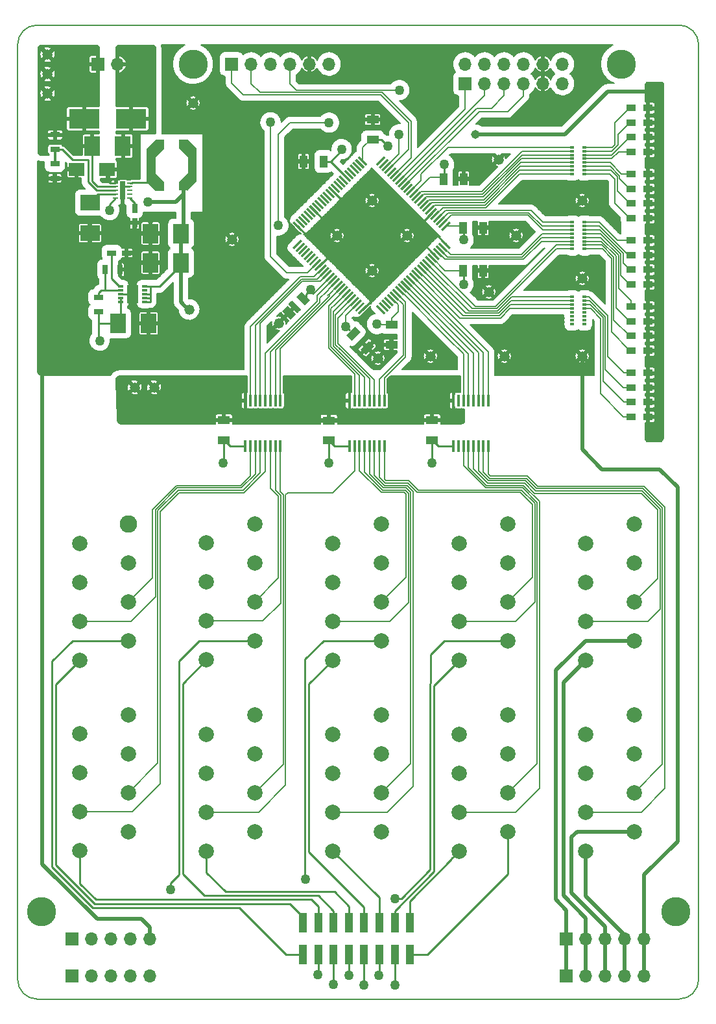
<source format=gtl>
G04 #@! TF.FileFunction,Copper,L1,Top,Signal*
%FSLAX46Y46*%
G04 Gerber Fmt 4.6, Leading zero omitted, Abs format (unit mm)*
G04 Created by KiCad (PCBNEW 4.0.7) date Wednesday, May 02, 2018 'PMt' 05:12:05 PM*
%MOMM*%
%LPD*%
G01*
G04 APERTURE LIST*
%ADD10C,0.020000*%
%ADD11C,0.150000*%
%ADD12C,1.320800*%
%ADD13C,2.000000*%
%ADD14C,3.810000*%
%ADD15C,1.143000*%
%ADD16C,2.286000*%
%ADD17R,2.000000X2.500000*%
%ADD18R,2.500000X2.000000*%
%ADD19R,0.750000X1.200000*%
%ADD20R,1.200000X0.750000*%
%ADD21R,4.000000X2.500000*%
%ADD22R,1.200000X0.900000*%
%ADD23R,0.450000X1.500000*%
%ADD24R,0.650000X0.300000*%
%ADD25R,0.775000X1.240000*%
%ADD26R,1.700000X1.700000*%
%ADD27O,1.700000X1.700000*%
%ADD28R,0.600000X0.350000*%
%ADD29R,2.000000X1.700000*%
%ADD30R,0.700000X0.250000*%
%ADD31R,0.640000X1.200000*%
%ADD32R,1.000000X2.580000*%
%ADD33R,1.000000X1.600000*%
%ADD34R,1.600000X1.000000*%
%ADD35R,1.300000X0.700000*%
%ADD36R,0.700000X1.300000*%
%ADD37C,1.270000*%
%ADD38C,0.250000*%
%ADD39C,0.254000*%
%ADD40C,0.152400*%
%ADD41C,0.500000*%
%ADD42C,0.508000*%
%ADD43C,0.304800*%
G04 APERTURE END LIST*
D10*
D11*
X253238000Y-85852000D02*
G75*
G03X250698000Y-83312000I-2540000J0D01*
G01*
X166878000Y-83312000D02*
G75*
G03X164338000Y-85852000I0J-2540000D01*
G01*
X164338000Y-207772000D02*
G75*
G03X166878000Y-210312000I2540000J0D01*
G01*
X250698000Y-210312000D02*
G75*
G03X253238000Y-207772000I0J2540000D01*
G01*
X166878000Y-83312000D02*
X250698000Y-83312000D01*
X164338000Y-207772000D02*
X164338000Y-85852000D01*
X250698000Y-210312000D02*
X166878000Y-210312000D01*
X253238000Y-85852000D02*
X253238000Y-207772000D01*
D12*
X198406000Y-122174000D03*
X187230000Y-93472000D03*
X192310000Y-111252000D03*
X182150000Y-130556000D03*
X179610000Y-130556000D03*
X238030000Y-106172000D03*
X238030000Y-116332000D03*
X238030000Y-126492000D03*
X227870000Y-126492000D03*
X229394000Y-110744000D03*
X210598000Y-115316000D03*
X215170000Y-110744000D03*
X206026000Y-110744000D03*
X210598000Y-106172000D03*
D10*
G36*
X182323500Y-104900000D02*
X181148500Y-103725000D01*
X181148500Y-99475000D01*
X182323500Y-98300000D01*
X182323500Y-104900000D01*
X182323500Y-104900000D01*
G37*
G36*
X183448500Y-104912500D02*
X182323500Y-104912500D01*
X182323500Y-103787500D01*
X183448500Y-103787500D01*
X183448500Y-104912500D01*
X183448500Y-104912500D01*
G37*
G36*
X183448500Y-99412500D02*
X182323500Y-99412500D01*
X182323500Y-98287500D01*
X183448500Y-98287500D01*
X183448500Y-99412500D01*
X183448500Y-99412500D01*
G37*
G36*
X182323500Y-102675500D02*
X183448500Y-103799500D01*
X183448500Y-103800500D01*
X182323500Y-104924500D01*
X182323500Y-102675500D01*
X182323500Y-102675500D01*
G37*
G36*
X182323500Y-98275500D02*
X183448500Y-99399500D01*
X183448500Y-99400500D01*
X182323500Y-100524500D01*
X182323500Y-98275500D01*
X182323500Y-98275500D01*
G37*
G36*
X186549101Y-98283627D02*
X187724101Y-99458627D01*
X187724101Y-103708627D01*
X186549101Y-104883627D01*
X186549101Y-98283627D01*
X186549101Y-98283627D01*
G37*
G36*
X185424101Y-98271127D02*
X186549101Y-98271127D01*
X186549101Y-99396127D01*
X185424101Y-99396127D01*
X185424101Y-98271127D01*
X185424101Y-98271127D01*
G37*
G36*
X186549101Y-100508127D02*
X185424101Y-99384127D01*
X185424101Y-99383127D01*
X186549101Y-98259127D01*
X186549101Y-100508127D01*
X186549101Y-100508127D01*
G37*
G36*
X185424101Y-103771127D02*
X186549101Y-103771127D01*
X186549101Y-104896127D01*
X185424101Y-104896127D01*
X185424101Y-103771127D01*
X185424101Y-103771127D01*
G37*
G36*
X186549101Y-104908127D02*
X185424101Y-103784127D01*
X185424101Y-103783127D01*
X186549101Y-102659127D01*
X186549101Y-104908127D01*
X186549101Y-104908127D01*
G37*
D13*
X221996000Y-175768000D03*
X221996000Y-180848000D03*
X221996000Y-185928000D03*
X221996000Y-191008000D03*
X205486000Y-150876000D03*
X205486000Y-155956000D03*
X205486000Y-161036000D03*
X205486000Y-166116000D03*
D12*
X168180000Y-92202000D03*
X168180000Y-89662000D03*
X168180000Y-87122000D03*
X227108000Y-100838000D03*
X225838000Y-118110000D03*
X218218000Y-126492000D03*
X211360000Y-126746000D03*
X186722000Y-120396000D03*
D14*
X167418000Y-198882000D03*
X250222000Y-198882000D03*
X243110000Y-88392000D03*
X187230000Y-88392000D03*
D15*
X224060000Y-97536000D03*
D13*
X195326000Y-173228000D03*
X195326000Y-178308000D03*
X195326000Y-183388000D03*
X195326000Y-188468000D03*
X188976000Y-175768000D03*
X188976000Y-180848000D03*
X188976000Y-185928000D03*
X188976000Y-191008000D03*
X178816000Y-173228000D03*
X178816000Y-178308000D03*
X178816000Y-183388000D03*
X178816000Y-188468000D03*
X172466000Y-175721306D03*
X172466000Y-180801306D03*
X172466000Y-185881306D03*
X172466000Y-190961306D03*
D16*
X178816000Y-148336000D03*
D13*
X178816000Y-153416000D03*
X178816000Y-158496000D03*
X178816000Y-163576000D03*
X172466000Y-150876000D03*
X172466000Y-155956000D03*
X172466000Y-161036000D03*
X172466000Y-166116000D03*
X195326000Y-148336000D03*
X195326000Y-153416000D03*
X195326000Y-158496000D03*
X195326000Y-163576000D03*
D17*
X174054000Y-99060000D03*
X178054000Y-99060000D03*
D18*
X173768000Y-106458000D03*
X173768000Y-110458000D03*
D19*
X179610000Y-107188000D03*
X179610000Y-109088000D03*
D17*
X185674000Y-110490000D03*
X181674000Y-110490000D03*
X185669009Y-114300000D03*
X181669009Y-114300000D03*
D20*
X176628000Y-113030000D03*
X178528000Y-113030000D03*
D17*
X177446009Y-122198215D03*
X181446009Y-122198215D03*
D21*
X173004000Y-95504000D03*
X179104000Y-95504000D03*
D22*
X244391000Y-94107000D03*
X246591000Y-94107000D03*
X244391000Y-96012000D03*
X246591000Y-96012000D03*
X244391000Y-97917000D03*
X246591000Y-97917000D03*
X244391000Y-99822000D03*
X246591000Y-99822000D03*
X244391000Y-102743000D03*
X246591000Y-102743000D03*
X244391000Y-104648000D03*
X246591000Y-104648000D03*
X244391000Y-106553000D03*
X246591000Y-106553000D03*
X244391000Y-108458000D03*
X246591000Y-108458000D03*
X244391000Y-111379000D03*
X246591000Y-111379000D03*
X244391000Y-113284000D03*
X246591000Y-113284000D03*
X244391000Y-115189000D03*
X246591000Y-115189000D03*
X244391000Y-117094000D03*
X246591000Y-117094000D03*
X244391000Y-120015000D03*
X246591000Y-120015000D03*
X244391000Y-121920000D03*
X246591000Y-121920000D03*
X244391000Y-123825000D03*
X246591000Y-123825000D03*
X244391000Y-125730000D03*
X246591000Y-125730000D03*
X244391000Y-128651000D03*
X246591000Y-128651000D03*
X244391000Y-130556000D03*
X246591000Y-130556000D03*
X244391000Y-132461000D03*
X246591000Y-132461000D03*
X244391000Y-134366000D03*
X246591000Y-134366000D03*
D13*
X188976000Y-150867808D03*
X188976000Y-155947808D03*
X188976000Y-161027808D03*
X188976000Y-166107808D03*
X211836000Y-148336000D03*
X211836000Y-153416000D03*
X211836000Y-158496000D03*
X211836000Y-163576000D03*
X211836000Y-173228000D03*
X211836000Y-178308000D03*
X211836000Y-183388000D03*
X211836000Y-188468000D03*
X205486000Y-175768000D03*
X205486000Y-180848000D03*
X205486000Y-185928000D03*
X205486000Y-191008000D03*
X228346000Y-148336000D03*
X228346000Y-153416000D03*
X228346000Y-158496000D03*
X228346000Y-163576000D03*
X221996000Y-150876000D03*
X221996000Y-155956000D03*
X221996000Y-161036000D03*
X221996000Y-166116000D03*
X228346000Y-173228000D03*
X228346000Y-178308000D03*
X228346000Y-183388000D03*
X228346000Y-188468000D03*
X244856000Y-148336000D03*
X244856000Y-153416000D03*
X244856000Y-158496000D03*
X244856000Y-163576000D03*
X238506000Y-150876000D03*
X238506000Y-155956000D03*
X238506000Y-161036000D03*
X238506000Y-166116000D03*
X244856000Y-173228000D03*
X244856000Y-178308000D03*
X244856000Y-183388000D03*
X244856000Y-188468000D03*
X238506000Y-175768000D03*
X238506000Y-180848000D03*
X238506000Y-185928000D03*
X238506000Y-191008000D03*
D23*
X198628000Y-132276000D03*
X197978000Y-132276000D03*
X197328000Y-132276000D03*
X196678000Y-132276000D03*
X196028000Y-132276000D03*
X195378000Y-132276000D03*
X194728000Y-132276000D03*
X194078000Y-132276000D03*
X194078000Y-138176000D03*
X194728000Y-138176000D03*
X195378000Y-138176000D03*
X196028000Y-138176000D03*
X196678000Y-138176000D03*
X197328000Y-138176000D03*
X197978000Y-138176000D03*
X198628000Y-138176000D03*
D10*
G36*
X212406478Y-120829627D02*
X212194346Y-121041759D01*
X211133686Y-119981099D01*
X211345818Y-119768967D01*
X212406478Y-120829627D01*
X212406478Y-120829627D01*
G37*
G36*
X212760031Y-120476074D02*
X212547899Y-120688206D01*
X211487239Y-119627546D01*
X211699371Y-119415414D01*
X212760031Y-120476074D01*
X212760031Y-120476074D01*
G37*
G36*
X213113584Y-120122520D02*
X212901452Y-120334652D01*
X211840792Y-119273992D01*
X212052924Y-119061860D01*
X213113584Y-120122520D01*
X213113584Y-120122520D01*
G37*
G36*
X213467138Y-119768967D02*
X213255006Y-119981099D01*
X212194346Y-118920439D01*
X212406478Y-118708307D01*
X213467138Y-119768967D01*
X213467138Y-119768967D01*
G37*
G36*
X213820691Y-119415413D02*
X213608559Y-119627545D01*
X212547899Y-118566885D01*
X212760031Y-118354753D01*
X213820691Y-119415413D01*
X213820691Y-119415413D01*
G37*
G36*
X214174244Y-119061860D02*
X213962112Y-119273992D01*
X212901452Y-118213332D01*
X213113584Y-118001200D01*
X214174244Y-119061860D01*
X214174244Y-119061860D01*
G37*
G36*
X214527798Y-118708307D02*
X214315666Y-118920439D01*
X213255006Y-117859779D01*
X213467138Y-117647647D01*
X214527798Y-118708307D01*
X214527798Y-118708307D01*
G37*
G36*
X214881351Y-118354753D02*
X214669219Y-118566885D01*
X213608559Y-117506225D01*
X213820691Y-117294093D01*
X214881351Y-118354753D01*
X214881351Y-118354753D01*
G37*
G36*
X215234905Y-118001200D02*
X215022773Y-118213332D01*
X213962113Y-117152672D01*
X214174245Y-116940540D01*
X215234905Y-118001200D01*
X215234905Y-118001200D01*
G37*
G36*
X215588458Y-117647646D02*
X215376326Y-117859778D01*
X214315666Y-116799118D01*
X214527798Y-116586986D01*
X215588458Y-117647646D01*
X215588458Y-117647646D01*
G37*
G36*
X215942011Y-117294093D02*
X215729879Y-117506225D01*
X214669219Y-116445565D01*
X214881351Y-116233433D01*
X215942011Y-117294093D01*
X215942011Y-117294093D01*
G37*
G36*
X216295565Y-116940540D02*
X216083433Y-117152672D01*
X215022773Y-116092012D01*
X215234905Y-115879880D01*
X216295565Y-116940540D01*
X216295565Y-116940540D01*
G37*
G36*
X216649118Y-116586986D02*
X216436986Y-116799118D01*
X215376326Y-115738458D01*
X215588458Y-115526326D01*
X216649118Y-116586986D01*
X216649118Y-116586986D01*
G37*
G36*
X217002672Y-116233433D02*
X216790540Y-116445565D01*
X215729880Y-115384905D01*
X215942012Y-115172773D01*
X217002672Y-116233433D01*
X217002672Y-116233433D01*
G37*
G36*
X217356225Y-115879879D02*
X217144093Y-116092011D01*
X216083433Y-115031351D01*
X216295565Y-114819219D01*
X217356225Y-115879879D01*
X217356225Y-115879879D01*
G37*
G36*
X217709778Y-115526326D02*
X217497646Y-115738458D01*
X216436986Y-114677798D01*
X216649118Y-114465666D01*
X217709778Y-115526326D01*
X217709778Y-115526326D01*
G37*
G36*
X218063332Y-115172773D02*
X217851200Y-115384905D01*
X216790540Y-114324245D01*
X217002672Y-114112113D01*
X218063332Y-115172773D01*
X218063332Y-115172773D01*
G37*
G36*
X218416885Y-114819219D02*
X218204753Y-115031351D01*
X217144093Y-113970691D01*
X217356225Y-113758559D01*
X218416885Y-114819219D01*
X218416885Y-114819219D01*
G37*
G36*
X218770439Y-114465666D02*
X218558307Y-114677798D01*
X217497647Y-113617138D01*
X217709779Y-113405006D01*
X218770439Y-114465666D01*
X218770439Y-114465666D01*
G37*
G36*
X219123992Y-114112112D02*
X218911860Y-114324244D01*
X217851200Y-113263584D01*
X218063332Y-113051452D01*
X219123992Y-114112112D01*
X219123992Y-114112112D01*
G37*
G36*
X219477545Y-113758559D02*
X219265413Y-113970691D01*
X218204753Y-112910031D01*
X218416885Y-112697899D01*
X219477545Y-113758559D01*
X219477545Y-113758559D01*
G37*
G36*
X219831099Y-113405006D02*
X219618967Y-113617138D01*
X218558307Y-112556478D01*
X218770439Y-112344346D01*
X219831099Y-113405006D01*
X219831099Y-113405006D01*
G37*
G36*
X220184652Y-113051452D02*
X219972520Y-113263584D01*
X218911860Y-112202924D01*
X219123992Y-111990792D01*
X220184652Y-113051452D01*
X220184652Y-113051452D01*
G37*
G36*
X220538206Y-112697899D02*
X220326074Y-112910031D01*
X219265414Y-111849371D01*
X219477546Y-111637239D01*
X220538206Y-112697899D01*
X220538206Y-112697899D01*
G37*
G36*
X220891759Y-112344346D02*
X220679627Y-112556478D01*
X219618967Y-111495818D01*
X219831099Y-111283686D01*
X220891759Y-112344346D01*
X220891759Y-112344346D01*
G37*
G36*
X220679627Y-108879522D02*
X220891759Y-109091654D01*
X219831099Y-110152314D01*
X219618967Y-109940182D01*
X220679627Y-108879522D01*
X220679627Y-108879522D01*
G37*
G36*
X220326074Y-108525969D02*
X220538206Y-108738101D01*
X219477546Y-109798761D01*
X219265414Y-109586629D01*
X220326074Y-108525969D01*
X220326074Y-108525969D01*
G37*
G36*
X219972520Y-108172416D02*
X220184652Y-108384548D01*
X219123992Y-109445208D01*
X218911860Y-109233076D01*
X219972520Y-108172416D01*
X219972520Y-108172416D01*
G37*
G36*
X219618967Y-107818862D02*
X219831099Y-108030994D01*
X218770439Y-109091654D01*
X218558307Y-108879522D01*
X219618967Y-107818862D01*
X219618967Y-107818862D01*
G37*
G36*
X219265413Y-107465309D02*
X219477545Y-107677441D01*
X218416885Y-108738101D01*
X218204753Y-108525969D01*
X219265413Y-107465309D01*
X219265413Y-107465309D01*
G37*
G36*
X218911860Y-107111756D02*
X219123992Y-107323888D01*
X218063332Y-108384548D01*
X217851200Y-108172416D01*
X218911860Y-107111756D01*
X218911860Y-107111756D01*
G37*
G36*
X218558307Y-106758202D02*
X218770439Y-106970334D01*
X217709779Y-108030994D01*
X217497647Y-107818862D01*
X218558307Y-106758202D01*
X218558307Y-106758202D01*
G37*
G36*
X218204753Y-106404649D02*
X218416885Y-106616781D01*
X217356225Y-107677441D01*
X217144093Y-107465309D01*
X218204753Y-106404649D01*
X218204753Y-106404649D01*
G37*
G36*
X217851200Y-106051095D02*
X218063332Y-106263227D01*
X217002672Y-107323887D01*
X216790540Y-107111755D01*
X217851200Y-106051095D01*
X217851200Y-106051095D01*
G37*
G36*
X217497646Y-105697542D02*
X217709778Y-105909674D01*
X216649118Y-106970334D01*
X216436986Y-106758202D01*
X217497646Y-105697542D01*
X217497646Y-105697542D01*
G37*
G36*
X217144093Y-105343989D02*
X217356225Y-105556121D01*
X216295565Y-106616781D01*
X216083433Y-106404649D01*
X217144093Y-105343989D01*
X217144093Y-105343989D01*
G37*
G36*
X216790540Y-104990435D02*
X217002672Y-105202567D01*
X215942012Y-106263227D01*
X215729880Y-106051095D01*
X216790540Y-104990435D01*
X216790540Y-104990435D01*
G37*
G36*
X216436986Y-104636882D02*
X216649118Y-104849014D01*
X215588458Y-105909674D01*
X215376326Y-105697542D01*
X216436986Y-104636882D01*
X216436986Y-104636882D01*
G37*
G36*
X216083433Y-104283328D02*
X216295565Y-104495460D01*
X215234905Y-105556120D01*
X215022773Y-105343988D01*
X216083433Y-104283328D01*
X216083433Y-104283328D01*
G37*
G36*
X215729879Y-103929775D02*
X215942011Y-104141907D01*
X214881351Y-105202567D01*
X214669219Y-104990435D01*
X215729879Y-103929775D01*
X215729879Y-103929775D01*
G37*
G36*
X215376326Y-103576222D02*
X215588458Y-103788354D01*
X214527798Y-104849014D01*
X214315666Y-104636882D01*
X215376326Y-103576222D01*
X215376326Y-103576222D01*
G37*
G36*
X215022773Y-103222668D02*
X215234905Y-103434800D01*
X214174245Y-104495460D01*
X213962113Y-104283328D01*
X215022773Y-103222668D01*
X215022773Y-103222668D01*
G37*
G36*
X214669219Y-102869115D02*
X214881351Y-103081247D01*
X213820691Y-104141907D01*
X213608559Y-103929775D01*
X214669219Y-102869115D01*
X214669219Y-102869115D01*
G37*
G36*
X214315666Y-102515561D02*
X214527798Y-102727693D01*
X213467138Y-103788353D01*
X213255006Y-103576221D01*
X214315666Y-102515561D01*
X214315666Y-102515561D01*
G37*
G36*
X213962112Y-102162008D02*
X214174244Y-102374140D01*
X213113584Y-103434800D01*
X212901452Y-103222668D01*
X213962112Y-102162008D01*
X213962112Y-102162008D01*
G37*
G36*
X213608559Y-101808455D02*
X213820691Y-102020587D01*
X212760031Y-103081247D01*
X212547899Y-102869115D01*
X213608559Y-101808455D01*
X213608559Y-101808455D01*
G37*
G36*
X213255006Y-101454901D02*
X213467138Y-101667033D01*
X212406478Y-102727693D01*
X212194346Y-102515561D01*
X213255006Y-101454901D01*
X213255006Y-101454901D01*
G37*
G36*
X212901452Y-101101348D02*
X213113584Y-101313480D01*
X212052924Y-102374140D01*
X211840792Y-102162008D01*
X212901452Y-101101348D01*
X212901452Y-101101348D01*
G37*
G36*
X212547899Y-100747794D02*
X212760031Y-100959926D01*
X211699371Y-102020586D01*
X211487239Y-101808454D01*
X212547899Y-100747794D01*
X212547899Y-100747794D01*
G37*
G36*
X212194346Y-100394241D02*
X212406478Y-100606373D01*
X211345818Y-101667033D01*
X211133686Y-101454901D01*
X212194346Y-100394241D01*
X212194346Y-100394241D01*
G37*
G36*
X210002314Y-101454901D02*
X209790182Y-101667033D01*
X208729522Y-100606373D01*
X208941654Y-100394241D01*
X210002314Y-101454901D01*
X210002314Y-101454901D01*
G37*
G36*
X209648761Y-101808454D02*
X209436629Y-102020586D01*
X208375969Y-100959926D01*
X208588101Y-100747794D01*
X209648761Y-101808454D01*
X209648761Y-101808454D01*
G37*
G36*
X209295208Y-102162008D02*
X209083076Y-102374140D01*
X208022416Y-101313480D01*
X208234548Y-101101348D01*
X209295208Y-102162008D01*
X209295208Y-102162008D01*
G37*
G36*
X208941654Y-102515561D02*
X208729522Y-102727693D01*
X207668862Y-101667033D01*
X207880994Y-101454901D01*
X208941654Y-102515561D01*
X208941654Y-102515561D01*
G37*
G36*
X208588101Y-102869115D02*
X208375969Y-103081247D01*
X207315309Y-102020587D01*
X207527441Y-101808455D01*
X208588101Y-102869115D01*
X208588101Y-102869115D01*
G37*
G36*
X208234548Y-103222668D02*
X208022416Y-103434800D01*
X206961756Y-102374140D01*
X207173888Y-102162008D01*
X208234548Y-103222668D01*
X208234548Y-103222668D01*
G37*
G36*
X207880994Y-103576221D02*
X207668862Y-103788353D01*
X206608202Y-102727693D01*
X206820334Y-102515561D01*
X207880994Y-103576221D01*
X207880994Y-103576221D01*
G37*
G36*
X207527441Y-103929775D02*
X207315309Y-104141907D01*
X206254649Y-103081247D01*
X206466781Y-102869115D01*
X207527441Y-103929775D01*
X207527441Y-103929775D01*
G37*
G36*
X207173887Y-104283328D02*
X206961755Y-104495460D01*
X205901095Y-103434800D01*
X206113227Y-103222668D01*
X207173887Y-104283328D01*
X207173887Y-104283328D01*
G37*
G36*
X206820334Y-104636882D02*
X206608202Y-104849014D01*
X205547542Y-103788354D01*
X205759674Y-103576222D01*
X206820334Y-104636882D01*
X206820334Y-104636882D01*
G37*
G36*
X206466781Y-104990435D02*
X206254649Y-105202567D01*
X205193989Y-104141907D01*
X205406121Y-103929775D01*
X206466781Y-104990435D01*
X206466781Y-104990435D01*
G37*
G36*
X206113227Y-105343988D02*
X205901095Y-105556120D01*
X204840435Y-104495460D01*
X205052567Y-104283328D01*
X206113227Y-105343988D01*
X206113227Y-105343988D01*
G37*
G36*
X205759674Y-105697542D02*
X205547542Y-105909674D01*
X204486882Y-104849014D01*
X204699014Y-104636882D01*
X205759674Y-105697542D01*
X205759674Y-105697542D01*
G37*
G36*
X205406120Y-106051095D02*
X205193988Y-106263227D01*
X204133328Y-105202567D01*
X204345460Y-104990435D01*
X205406120Y-106051095D01*
X205406120Y-106051095D01*
G37*
G36*
X205052567Y-106404649D02*
X204840435Y-106616781D01*
X203779775Y-105556121D01*
X203991907Y-105343989D01*
X205052567Y-106404649D01*
X205052567Y-106404649D01*
G37*
G36*
X204699014Y-106758202D02*
X204486882Y-106970334D01*
X203426222Y-105909674D01*
X203638354Y-105697542D01*
X204699014Y-106758202D01*
X204699014Y-106758202D01*
G37*
G36*
X204345460Y-107111755D02*
X204133328Y-107323887D01*
X203072668Y-106263227D01*
X203284800Y-106051095D01*
X204345460Y-107111755D01*
X204345460Y-107111755D01*
G37*
G36*
X203991907Y-107465309D02*
X203779775Y-107677441D01*
X202719115Y-106616781D01*
X202931247Y-106404649D01*
X203991907Y-107465309D01*
X203991907Y-107465309D01*
G37*
G36*
X203638353Y-107818862D02*
X203426221Y-108030994D01*
X202365561Y-106970334D01*
X202577693Y-106758202D01*
X203638353Y-107818862D01*
X203638353Y-107818862D01*
G37*
G36*
X203284800Y-108172416D02*
X203072668Y-108384548D01*
X202012008Y-107323888D01*
X202224140Y-107111756D01*
X203284800Y-108172416D01*
X203284800Y-108172416D01*
G37*
G36*
X202931247Y-108525969D02*
X202719115Y-108738101D01*
X201658455Y-107677441D01*
X201870587Y-107465309D01*
X202931247Y-108525969D01*
X202931247Y-108525969D01*
G37*
G36*
X202577693Y-108879522D02*
X202365561Y-109091654D01*
X201304901Y-108030994D01*
X201517033Y-107818862D01*
X202577693Y-108879522D01*
X202577693Y-108879522D01*
G37*
G36*
X202224140Y-109233076D02*
X202012008Y-109445208D01*
X200951348Y-108384548D01*
X201163480Y-108172416D01*
X202224140Y-109233076D01*
X202224140Y-109233076D01*
G37*
G36*
X201870586Y-109586629D02*
X201658454Y-109798761D01*
X200597794Y-108738101D01*
X200809926Y-108525969D01*
X201870586Y-109586629D01*
X201870586Y-109586629D01*
G37*
G36*
X201517033Y-109940182D02*
X201304901Y-110152314D01*
X200244241Y-109091654D01*
X200456373Y-108879522D01*
X201517033Y-109940182D01*
X201517033Y-109940182D01*
G37*
G36*
X201304901Y-111283686D02*
X201517033Y-111495818D01*
X200456373Y-112556478D01*
X200244241Y-112344346D01*
X201304901Y-111283686D01*
X201304901Y-111283686D01*
G37*
G36*
X201658454Y-111637239D02*
X201870586Y-111849371D01*
X200809926Y-112910031D01*
X200597794Y-112697899D01*
X201658454Y-111637239D01*
X201658454Y-111637239D01*
G37*
G36*
X202012008Y-111990792D02*
X202224140Y-112202924D01*
X201163480Y-113263584D01*
X200951348Y-113051452D01*
X202012008Y-111990792D01*
X202012008Y-111990792D01*
G37*
G36*
X202365561Y-112344346D02*
X202577693Y-112556478D01*
X201517033Y-113617138D01*
X201304901Y-113405006D01*
X202365561Y-112344346D01*
X202365561Y-112344346D01*
G37*
G36*
X202719115Y-112697899D02*
X202931247Y-112910031D01*
X201870587Y-113970691D01*
X201658455Y-113758559D01*
X202719115Y-112697899D01*
X202719115Y-112697899D01*
G37*
G36*
X203072668Y-113051452D02*
X203284800Y-113263584D01*
X202224140Y-114324244D01*
X202012008Y-114112112D01*
X203072668Y-113051452D01*
X203072668Y-113051452D01*
G37*
G36*
X203426221Y-113405006D02*
X203638353Y-113617138D01*
X202577693Y-114677798D01*
X202365561Y-114465666D01*
X203426221Y-113405006D01*
X203426221Y-113405006D01*
G37*
G36*
X203779775Y-113758559D02*
X203991907Y-113970691D01*
X202931247Y-115031351D01*
X202719115Y-114819219D01*
X203779775Y-113758559D01*
X203779775Y-113758559D01*
G37*
G36*
X204133328Y-114112113D02*
X204345460Y-114324245D01*
X203284800Y-115384905D01*
X203072668Y-115172773D01*
X204133328Y-114112113D01*
X204133328Y-114112113D01*
G37*
G36*
X204486882Y-114465666D02*
X204699014Y-114677798D01*
X203638354Y-115738458D01*
X203426222Y-115526326D01*
X204486882Y-114465666D01*
X204486882Y-114465666D01*
G37*
G36*
X204840435Y-114819219D02*
X205052567Y-115031351D01*
X203991907Y-116092011D01*
X203779775Y-115879879D01*
X204840435Y-114819219D01*
X204840435Y-114819219D01*
G37*
G36*
X205193988Y-115172773D02*
X205406120Y-115384905D01*
X204345460Y-116445565D01*
X204133328Y-116233433D01*
X205193988Y-115172773D01*
X205193988Y-115172773D01*
G37*
G36*
X205547542Y-115526326D02*
X205759674Y-115738458D01*
X204699014Y-116799118D01*
X204486882Y-116586986D01*
X205547542Y-115526326D01*
X205547542Y-115526326D01*
G37*
G36*
X205901095Y-115879880D02*
X206113227Y-116092012D01*
X205052567Y-117152672D01*
X204840435Y-116940540D01*
X205901095Y-115879880D01*
X205901095Y-115879880D01*
G37*
G36*
X206254649Y-116233433D02*
X206466781Y-116445565D01*
X205406121Y-117506225D01*
X205193989Y-117294093D01*
X206254649Y-116233433D01*
X206254649Y-116233433D01*
G37*
G36*
X206608202Y-116586986D02*
X206820334Y-116799118D01*
X205759674Y-117859778D01*
X205547542Y-117647646D01*
X206608202Y-116586986D01*
X206608202Y-116586986D01*
G37*
G36*
X206961755Y-116940540D02*
X207173887Y-117152672D01*
X206113227Y-118213332D01*
X205901095Y-118001200D01*
X206961755Y-116940540D01*
X206961755Y-116940540D01*
G37*
G36*
X207315309Y-117294093D02*
X207527441Y-117506225D01*
X206466781Y-118566885D01*
X206254649Y-118354753D01*
X207315309Y-117294093D01*
X207315309Y-117294093D01*
G37*
G36*
X207668862Y-117647647D02*
X207880994Y-117859779D01*
X206820334Y-118920439D01*
X206608202Y-118708307D01*
X207668862Y-117647647D01*
X207668862Y-117647647D01*
G37*
G36*
X208022416Y-118001200D02*
X208234548Y-118213332D01*
X207173888Y-119273992D01*
X206961756Y-119061860D01*
X208022416Y-118001200D01*
X208022416Y-118001200D01*
G37*
G36*
X208375969Y-118354753D02*
X208588101Y-118566885D01*
X207527441Y-119627545D01*
X207315309Y-119415413D01*
X208375969Y-118354753D01*
X208375969Y-118354753D01*
G37*
G36*
X208729522Y-118708307D02*
X208941654Y-118920439D01*
X207880994Y-119981099D01*
X207668862Y-119768967D01*
X208729522Y-118708307D01*
X208729522Y-118708307D01*
G37*
G36*
X209083076Y-119061860D02*
X209295208Y-119273992D01*
X208234548Y-120334652D01*
X208022416Y-120122520D01*
X209083076Y-119061860D01*
X209083076Y-119061860D01*
G37*
G36*
X209436629Y-119415414D02*
X209648761Y-119627546D01*
X208588101Y-120688206D01*
X208375969Y-120476074D01*
X209436629Y-119415414D01*
X209436629Y-119415414D01*
G37*
G36*
X209790182Y-119768967D02*
X210002314Y-119981099D01*
X208941654Y-121041759D01*
X208729522Y-120829627D01*
X209790182Y-119768967D01*
X209790182Y-119768967D01*
G37*
D23*
X212211500Y-132276000D03*
X211561500Y-132276000D03*
X210911500Y-132276000D03*
X210261500Y-132276000D03*
X209611500Y-132276000D03*
X208961500Y-132276000D03*
X208311500Y-132276000D03*
X207661500Y-132276000D03*
X207661500Y-138176000D03*
X208311500Y-138176000D03*
X208961500Y-138176000D03*
X209611500Y-138176000D03*
X210261500Y-138176000D03*
X210911500Y-138176000D03*
X211561500Y-138176000D03*
X212211500Y-138176000D03*
X225795000Y-132276000D03*
X225145000Y-132276000D03*
X224495000Y-132276000D03*
X223845000Y-132276000D03*
X223195000Y-132276000D03*
X222545000Y-132276000D03*
X221895000Y-132276000D03*
X221245000Y-132276000D03*
X221245000Y-138176000D03*
X221895000Y-138176000D03*
X222545000Y-138176000D03*
X223195000Y-138176000D03*
X223845000Y-138176000D03*
X224495000Y-138176000D03*
X225145000Y-138176000D03*
X225795000Y-138176000D03*
D24*
X180901009Y-119388215D03*
X180901009Y-118888215D03*
X180901009Y-118388215D03*
X180901009Y-117888215D03*
X180901009Y-117388215D03*
X177801009Y-117388215D03*
X177801009Y-117888215D03*
X177801009Y-118388215D03*
X177801009Y-118888215D03*
X177801009Y-119388215D03*
D25*
X178963509Y-117768215D03*
X178963509Y-119008215D03*
X179738509Y-117768215D03*
X179738509Y-119008215D03*
D26*
X174784000Y-88392000D03*
D27*
X177324000Y-88392000D03*
D26*
X192278000Y-88392000D03*
D27*
X194818000Y-88392000D03*
X197358000Y-88392000D03*
X199898000Y-88392000D03*
X202438000Y-88392000D03*
X204978000Y-88392000D03*
D26*
X171395092Y-207264000D03*
D27*
X173935092Y-207264000D03*
X176475092Y-207264000D03*
X179015092Y-207264000D03*
X181555092Y-207264000D03*
D26*
X171450000Y-202438000D03*
D27*
X173990000Y-202438000D03*
X176530000Y-202438000D03*
X179070000Y-202438000D03*
X181610000Y-202438000D03*
D26*
X235966000Y-207264000D03*
D27*
X238506000Y-207264000D03*
X241046000Y-207264000D03*
X243586000Y-207264000D03*
X246126000Y-207264000D03*
D26*
X235966000Y-202438000D03*
D27*
X238506000Y-202438000D03*
X241046000Y-202438000D03*
X243586000Y-202438000D03*
X246126000Y-202438000D03*
D28*
X238328000Y-99243000D03*
X236728000Y-99243000D03*
X238328000Y-99743000D03*
X236728000Y-99743000D03*
X238328000Y-100243000D03*
X236728000Y-100243000D03*
X238328000Y-100743000D03*
X236728000Y-100743000D03*
X238328000Y-101243000D03*
X236728000Y-101243000D03*
X238328000Y-101743000D03*
X236728000Y-101743000D03*
X238328000Y-102243000D03*
X236728000Y-102243000D03*
X238328000Y-102743000D03*
X236728000Y-102743000D03*
X238328000Y-109008000D03*
X236728000Y-109008000D03*
X238328000Y-109508000D03*
X236728000Y-109508000D03*
X238328000Y-110008000D03*
X236728000Y-110008000D03*
X238328000Y-110508000D03*
X236728000Y-110508000D03*
X238328000Y-111008000D03*
X236728000Y-111008000D03*
X238328000Y-111508000D03*
X236728000Y-111508000D03*
X238328000Y-112008000D03*
X236728000Y-112008000D03*
X238328000Y-112508000D03*
X236728000Y-112508000D03*
X238328000Y-118773000D03*
X236728000Y-118773000D03*
X238328000Y-119273000D03*
X236728000Y-119273000D03*
X238328000Y-119773000D03*
X236728000Y-119773000D03*
X238328000Y-120273000D03*
X236728000Y-120273000D03*
X238328000Y-120773000D03*
X236728000Y-120773000D03*
X238328000Y-121273000D03*
X236728000Y-121273000D03*
X238328000Y-121773000D03*
X236728000Y-121773000D03*
X238328000Y-122273000D03*
X236728000Y-122273000D03*
D29*
X172022000Y-102108000D03*
X176022000Y-102108000D03*
D30*
X177122500Y-103887000D03*
X177122500Y-104387000D03*
X177122500Y-104887000D03*
X177122500Y-105387000D03*
X177122500Y-105887000D03*
X178972500Y-105887000D03*
X178972500Y-105387000D03*
X178972500Y-104887000D03*
X178972500Y-104387000D03*
X178972500Y-103887000D03*
D31*
X178047500Y-105487000D03*
X178047500Y-104287000D03*
D32*
X201566000Y-204523000D03*
X201566000Y-200353000D03*
X203566000Y-204523000D03*
X203566000Y-200353000D03*
X205566000Y-204523000D03*
X205566000Y-200353000D03*
X207566000Y-204523000D03*
X207566000Y-200353000D03*
X209566000Y-204523000D03*
X209566000Y-200353000D03*
X211566000Y-204523000D03*
X211566000Y-200353000D03*
X213566000Y-204523000D03*
X213566000Y-200353000D03*
X215566000Y-204523000D03*
X215566000Y-200353000D03*
D26*
X222758000Y-90932000D03*
D27*
X222758000Y-88392000D03*
X225298000Y-90932000D03*
X225298000Y-88392000D03*
X227838000Y-90932000D03*
X227838000Y-88392000D03*
X230378000Y-90932000D03*
X230378000Y-88392000D03*
X232918000Y-90932000D03*
X232918000Y-88392000D03*
X235458000Y-90932000D03*
X235458000Y-88392000D03*
D33*
X222506000Y-109728000D03*
X225106000Y-109728000D03*
X204278000Y-101092000D03*
X201678000Y-101092000D03*
D34*
X210693000Y-98233000D03*
X210693000Y-95633000D03*
D33*
X219966000Y-103378000D03*
X222566000Y-103378000D03*
D10*
G36*
X201399107Y-118049522D02*
X202530478Y-119180893D01*
X201823371Y-119888000D01*
X200692000Y-118756629D01*
X201399107Y-118049522D01*
X201399107Y-118049522D01*
G37*
G36*
X199560629Y-119888000D02*
X200692000Y-121019371D01*
X199984893Y-121726478D01*
X198853522Y-120595107D01*
X199560629Y-119888000D01*
X199560629Y-119888000D01*
G37*
D34*
X191262000Y-137412000D03*
X191262000Y-134812000D03*
D33*
X222506000Y-115316000D03*
X225106000Y-115316000D03*
D10*
G36*
X207235522Y-123752893D02*
X208366893Y-122621522D01*
X209074000Y-123328629D01*
X207942629Y-124460000D01*
X207235522Y-123752893D01*
X207235522Y-123752893D01*
G37*
G36*
X209074000Y-125591371D02*
X210205371Y-124460000D01*
X210912478Y-125167107D01*
X209781107Y-126298478D01*
X209074000Y-125591371D01*
X209074000Y-125591371D01*
G37*
D34*
X204978000Y-137476000D03*
X204978000Y-134876000D03*
X213138000Y-122398000D03*
X213138000Y-124998000D03*
X218440000Y-137412000D03*
X218440000Y-134812000D03*
D35*
X169196000Y-99502000D03*
X169196000Y-97602000D03*
X169196000Y-103312000D03*
X169196000Y-101412000D03*
X174906009Y-118803215D03*
X174906009Y-120703215D03*
D36*
X177666009Y-115213215D03*
X175766009Y-115213215D03*
D37*
X206633585Y-99483515D03*
X222553447Y-111320004D03*
X175038000Y-124460000D03*
X202572413Y-117831566D03*
X207177661Y-122660507D03*
X181355916Y-106352261D03*
X176308000Y-107442000D03*
X220003455Y-101494787D03*
X222536000Y-117094000D03*
X212630000Y-99060000D03*
X218428417Y-140415795D03*
X205001977Y-140450758D03*
X191190923Y-140450760D03*
X198368222Y-109451260D03*
X211262529Y-122296641D03*
X204985280Y-96027384D03*
X214162510Y-91794852D03*
X214144110Y-97549874D03*
X197347938Y-95992543D03*
X203541575Y-207096514D03*
X205515173Y-208430778D03*
X184284815Y-196075296D03*
X207572162Y-207235499D03*
X209573560Y-208486370D03*
X201920858Y-194703678D03*
X211519361Y-207235499D03*
X213584416Y-197186626D03*
X213576352Y-208458575D03*
D38*
X174906009Y-120703215D02*
X174906009Y-122174000D01*
X174906009Y-122174000D02*
X174906009Y-124328009D01*
D39*
X177446009Y-122198215D02*
X174930224Y-122198215D01*
X174930224Y-122198215D02*
X174906009Y-122174000D01*
D38*
X174906009Y-124328009D02*
X175038000Y-124460000D01*
D39*
X204978000Y-101092000D02*
X204278000Y-101092000D01*
X206633585Y-99636415D02*
X206633585Y-99483515D01*
X205178000Y-101092000D02*
X206633585Y-99636415D01*
X204978000Y-101092000D02*
X205178000Y-101092000D01*
X222536000Y-109728000D02*
X222536000Y-111302557D01*
X222536000Y-111302557D02*
X222553447Y-111320004D01*
X177001009Y-121753215D02*
X177446009Y-122198215D01*
X177801009Y-119388215D02*
X177801009Y-121843215D01*
X177801009Y-121843215D02*
X177446009Y-122198215D01*
X177801009Y-118888215D02*
X177801009Y-119388215D01*
X207244598Y-103151957D02*
X205184641Y-101092000D01*
X205184641Y-101092000D02*
X204978000Y-101092000D01*
D40*
X220255363Y-109515918D02*
X222323918Y-109515918D01*
X222323918Y-109515918D02*
X222536000Y-109728000D01*
D41*
X181610000Y-202438000D02*
X181610000Y-200979765D01*
X180497267Y-199867032D02*
X174723617Y-199867032D01*
X174723617Y-199867032D02*
X167553820Y-192697235D01*
X167553820Y-192697235D02*
X167553820Y-126102180D01*
X181610000Y-200979765D02*
X180497267Y-199867032D01*
X167553820Y-126102180D02*
X168180000Y-125476000D01*
X246126000Y-202438000D02*
X246126000Y-194088000D01*
X246126000Y-194088000D02*
X250476000Y-189738000D01*
X250476000Y-189738000D02*
X250476000Y-143581899D01*
X250476000Y-143581899D02*
X248118101Y-141224000D01*
X248118101Y-141224000D02*
X240641761Y-141224000D01*
X240641761Y-141224000D02*
X238030000Y-138612239D01*
X238030000Y-138612239D02*
X238030000Y-126492000D01*
X246126000Y-207264000D02*
X246126000Y-202438000D01*
D38*
X178047500Y-105487000D02*
X178047500Y-104287000D01*
X205476831Y-104919724D02*
X206983107Y-106426000D01*
X209365918Y-120405363D02*
X211614000Y-118157281D01*
X211614000Y-118157281D02*
X211614000Y-118110000D01*
X200880637Y-109515918D02*
X202362719Y-110998000D01*
X200880637Y-109515918D02*
X200880637Y-109541274D01*
X203709064Y-114748509D02*
X205427573Y-113030000D01*
X203001957Y-107394598D02*
X204573359Y-108966000D01*
X220255363Y-111920082D02*
X218825281Y-110490000D01*
X216507748Y-109728000D02*
X216507748Y-111000894D01*
X216507748Y-111000894D02*
X218841149Y-113334295D01*
X218487596Y-107748152D02*
X216507748Y-109728000D01*
X178972500Y-104387000D02*
X178147500Y-104387000D01*
X178147500Y-104387000D02*
X178047500Y-104287000D01*
X177801009Y-118388215D02*
X179118509Y-118388215D01*
X179118509Y-118388215D02*
X179738509Y-117768215D01*
D41*
X178047500Y-105487000D02*
X178047500Y-108673500D01*
D39*
X201962000Y-118441979D02*
X202572413Y-117831566D01*
X201962000Y-119380000D02*
X201962000Y-118441979D01*
D40*
X207177661Y-121762482D02*
X207177661Y-122660507D01*
X207177661Y-121179407D02*
X207177661Y-121762482D01*
X208658812Y-119698256D02*
X207177661Y-121179407D01*
D39*
X207274507Y-122660507D02*
X207177661Y-122660507D01*
X207646761Y-123032761D02*
X207274507Y-122660507D01*
D40*
X209365918Y-101030637D02*
X209365918Y-99307682D01*
X209365918Y-99307682D02*
X210519108Y-98154492D01*
X210519108Y-98154492D02*
X210637988Y-98273372D01*
X210637988Y-98273372D02*
X210731112Y-98273372D01*
D39*
X210180129Y-98226810D02*
X210218931Y-98265612D01*
X210218931Y-98265612D02*
X211835612Y-98265612D01*
X211835612Y-98265612D02*
X212630000Y-99060000D01*
D41*
X182253941Y-106352261D02*
X181355916Y-106352261D01*
X184992885Y-106352261D02*
X182253941Y-106352261D01*
X185986601Y-105358545D02*
X184992885Y-106352261D01*
X185669009Y-114300000D02*
X185669009Y-119445823D01*
X185669009Y-119445823D02*
X186619186Y-120396000D01*
X186619186Y-120396000D02*
X186722000Y-120396000D01*
X185674000Y-110490000D02*
X185674000Y-114295009D01*
X185674000Y-114295009D02*
X185669009Y-114300000D01*
X185986601Y-103783627D02*
X185986601Y-110177399D01*
X185986601Y-110177399D02*
X185674000Y-110490000D01*
D38*
X185986601Y-103783627D02*
X185986601Y-105358545D01*
X176308000Y-107442000D02*
X176308000Y-106701500D01*
X176308000Y-106701500D02*
X177122500Y-105887000D01*
D42*
X241332000Y-91948000D02*
X247428000Y-91948000D01*
X235744000Y-97536000D02*
X241332000Y-91948000D01*
X224060000Y-97536000D02*
X235744000Y-97536000D01*
D39*
X180901009Y-118388215D02*
X181642000Y-118388215D01*
X181642000Y-118388215D02*
X181642000Y-118226224D01*
X181642000Y-119380000D02*
X181642000Y-118872000D01*
X181642000Y-118872000D02*
X181642000Y-118226224D01*
X180901009Y-118888215D02*
X181625785Y-118888215D01*
X181625785Y-118888215D02*
X181642000Y-118872000D01*
X181633785Y-119388215D02*
X181642000Y-119380000D01*
X180901009Y-119388215D02*
X181633785Y-119388215D01*
X180901009Y-117388215D02*
X181642000Y-117388215D01*
X181642000Y-117388215D02*
X182830794Y-117388215D01*
X181642000Y-118226224D02*
X181642000Y-117388215D01*
X185669009Y-114550000D02*
X185669009Y-114300000D01*
X182830794Y-117388215D02*
X185669009Y-114550000D01*
X220003455Y-102392812D02*
X220003455Y-101494787D01*
X220003455Y-103116545D02*
X220003455Y-102392812D01*
X219996000Y-103124000D02*
X220003455Y-103116545D01*
X222536000Y-115316000D02*
X222536000Y-117094000D01*
D40*
X218487596Y-113687848D02*
X220115748Y-115316000D01*
X220115748Y-115316000D02*
X222536000Y-115316000D01*
X219996000Y-103124000D02*
X218162000Y-103124000D01*
X218162000Y-103124000D02*
X217146000Y-104140000D01*
X217146000Y-104140000D02*
X216012722Y-105273278D01*
X205123278Y-116162722D02*
X202922000Y-118364000D01*
D38*
X174054000Y-99060000D02*
X174054000Y-103674052D01*
X174054000Y-103674052D02*
X174766948Y-104387000D01*
X174766948Y-104387000D02*
X176497500Y-104387000D01*
X176497500Y-104387000D02*
X177122500Y-104387000D01*
D39*
X218440000Y-140404212D02*
X218428417Y-140415795D01*
X218440000Y-137350000D02*
X218440000Y-140404212D01*
X204978000Y-140426781D02*
X205001977Y-140450758D01*
X204978000Y-137414000D02*
X204978000Y-140426781D01*
X191262000Y-140379683D02*
X191190923Y-140450760D01*
X191262000Y-137350000D02*
X191262000Y-140379683D01*
X221245000Y-138176000D02*
X219266000Y-138176000D01*
X219266000Y-138176000D02*
X218440000Y-137350000D01*
X207661500Y-138176000D02*
X205740000Y-138176000D01*
X205740000Y-138176000D02*
X204978000Y-137414000D01*
X194078000Y-138176000D02*
X192088000Y-138176000D01*
X192088000Y-138176000D02*
X191262000Y-137350000D01*
D38*
X177122500Y-105387000D02*
X174839000Y-105387000D01*
X174839000Y-105387000D02*
X173768000Y-106458000D01*
X179610000Y-107188000D02*
X179610000Y-106524500D01*
X179610000Y-106524500D02*
X178972500Y-105887000D01*
D40*
X179597500Y-107175500D02*
X179610000Y-107188000D01*
X213138000Y-122398000D02*
X211363888Y-122398000D01*
X211363888Y-122398000D02*
X211262529Y-122296641D01*
X213987758Y-120650000D02*
X213987758Y-119794612D01*
X213987758Y-120650000D02*
X213138000Y-121499758D01*
X213138000Y-121499758D02*
X213138000Y-122398000D01*
X198368222Y-97573778D02*
X198368222Y-108553235D01*
X198368222Y-108553235D02*
X198368222Y-109451260D01*
X199914616Y-96027384D02*
X198368222Y-97573778D01*
X204985280Y-96027384D02*
X199914616Y-96027384D01*
X211262529Y-122296641D02*
X211536641Y-122296641D01*
X213987758Y-119794612D02*
X213184295Y-118991149D01*
X177801009Y-117388215D02*
X177626009Y-117388215D01*
D38*
X177626009Y-117388215D02*
X176628000Y-116390206D01*
X176628000Y-116390206D02*
X176628000Y-113557400D01*
X176628000Y-113557400D02*
X176628000Y-113030000D01*
D40*
X238328000Y-99243000D02*
X241977618Y-99243000D01*
X241977618Y-99243000D02*
X242331919Y-98888699D01*
X242331919Y-98888699D02*
X242331919Y-96012000D01*
X242331919Y-96012000D02*
X244236919Y-94107000D01*
X244236919Y-94107000D02*
X244391000Y-94107000D01*
X203461578Y-115703102D02*
X204062618Y-115102062D01*
X203028426Y-116136254D02*
X203461578Y-115703102D01*
X194728000Y-122658672D02*
X201250418Y-116136254D01*
X201250418Y-116136254D02*
X203028426Y-116136254D01*
X194728000Y-132276000D02*
X194728000Y-122658672D01*
X244241000Y-96012000D02*
X244391000Y-96012000D01*
X242714503Y-97538497D02*
X244241000Y-96012000D01*
X242714503Y-98937182D02*
X242714503Y-97538497D01*
X241908685Y-99743000D02*
X242714503Y-98937182D01*
X238328000Y-99743000D02*
X241908685Y-99743000D01*
X201376674Y-116441065D02*
X195378000Y-122439739D01*
X203430721Y-116441065D02*
X201376674Y-116441065D01*
X204416171Y-115455615D02*
X203430721Y-116441065D01*
X195378000Y-122439739D02*
X195378000Y-131373600D01*
X195378000Y-131373600D02*
X195378000Y-132276000D01*
X244241000Y-97917000D02*
X241915000Y-100243000D01*
X238780400Y-100243000D02*
X238328000Y-100243000D01*
X241915000Y-100243000D02*
X238780400Y-100243000D01*
X244391000Y-97917000D02*
X244241000Y-97917000D01*
X196028000Y-122220806D02*
X201502930Y-116745876D01*
X201502930Y-116745876D02*
X203833017Y-116745876D01*
X203833017Y-116745876D02*
X204168684Y-116410209D01*
X196028000Y-132276000D02*
X196028000Y-122220806D01*
X204168684Y-116410209D02*
X204769724Y-115809169D01*
X244391000Y-99822000D02*
X242817138Y-99822000D01*
X241896138Y-100743000D02*
X238780400Y-100743000D01*
X242817138Y-99822000D02*
X241896138Y-100743000D01*
X238780400Y-100743000D02*
X238328000Y-100743000D01*
X196678000Y-126143229D02*
X196678000Y-129286000D01*
X203460318Y-119360911D02*
X196678000Y-126143229D01*
X203460318Y-118532789D02*
X203460318Y-119360911D01*
X205476831Y-116516276D02*
X203460318Y-118532789D01*
X196678000Y-131373600D02*
X196678000Y-132276000D01*
X196678000Y-129286000D02*
X196678000Y-131373600D01*
X196678000Y-129068211D02*
X196678000Y-129286000D01*
X244391000Y-102743000D02*
X243177099Y-102743000D01*
X238780400Y-101243000D02*
X238328000Y-101243000D01*
X243177099Y-102743000D02*
X241677099Y-101243000D01*
X241677099Y-101243000D02*
X238780400Y-101243000D01*
X203765129Y-118935085D02*
X204590214Y-118110000D01*
X203765129Y-119487166D02*
X203765129Y-118935085D01*
X197328000Y-125924295D02*
X203765129Y-119487166D01*
X197328000Y-132276000D02*
X197328000Y-125924295D01*
X204515135Y-118185079D02*
X204590214Y-118110000D01*
X204590214Y-118110000D02*
X205229345Y-117470869D01*
X205229345Y-117470869D02*
X205830385Y-116869829D01*
X244391000Y-104648000D02*
X244241000Y-104648000D01*
X244241000Y-104648000D02*
X242920906Y-103327906D01*
X242920906Y-103327906D02*
X242920906Y-102966767D01*
X242920906Y-102966767D02*
X241697139Y-101743000D01*
X241697139Y-101743000D02*
X238780400Y-101743000D01*
X238780400Y-101743000D02*
X238328000Y-101743000D01*
X205010000Y-118673361D02*
X205010000Y-118397320D01*
X197978000Y-125705361D02*
X205010000Y-118673361D01*
X197978000Y-128778000D02*
X197978000Y-125705361D01*
X206183938Y-117223382D02*
X205010000Y-118397320D01*
X205010000Y-118397320D02*
X204819946Y-118587374D01*
X197978000Y-131373600D02*
X197978000Y-132276000D01*
X197978000Y-128778000D02*
X197978000Y-131373600D01*
X197978000Y-128630345D02*
X197978000Y-128778000D01*
X244241000Y-106553000D02*
X244391000Y-106553000D01*
X242603521Y-104915521D02*
X244241000Y-106553000D01*
X242603521Y-103080449D02*
X242603521Y-104915521D01*
X241766072Y-102243000D02*
X242603521Y-103080449D01*
X238328000Y-102243000D02*
X241766072Y-102243000D01*
X198628000Y-132276000D02*
X198628000Y-125486427D01*
X198628000Y-125486427D02*
X204374751Y-119739676D01*
X204374751Y-119739676D02*
X205242427Y-118872000D01*
X206537491Y-117576936D02*
X205242427Y-118872000D01*
X205242427Y-118872000D02*
X205124757Y-118989670D01*
X238328000Y-102743000D02*
X241641989Y-102743000D01*
X241641989Y-102743000D02*
X242298710Y-103399721D01*
X242298710Y-103399721D02*
X242298710Y-106532600D01*
X244224110Y-108458000D02*
X244391000Y-108458000D01*
X242298710Y-106532600D02*
X244224110Y-108458000D01*
X208311500Y-132276000D02*
X208311500Y-128806029D01*
X208311500Y-128806029D02*
X204923580Y-125418109D01*
X204923580Y-119897954D02*
X206290005Y-118531529D01*
X206290005Y-118531529D02*
X206891045Y-117930489D01*
X204923580Y-125418109D02*
X204923580Y-119897954D01*
X244391000Y-111379000D02*
X242619525Y-111379000D01*
X242619525Y-111379000D02*
X240248525Y-109008000D01*
X240248525Y-109008000D02*
X238780400Y-109008000D01*
X238780400Y-109008000D02*
X238328000Y-109008000D01*
X208961500Y-132276000D02*
X208961500Y-129024963D01*
X208961500Y-129024963D02*
X205228391Y-125291854D01*
X205228391Y-125291854D02*
X205228391Y-120300250D01*
X205228391Y-120300250D02*
X205772000Y-119756641D01*
X207244598Y-118284043D02*
X205772000Y-119756641D01*
X205772000Y-119756641D02*
X205724829Y-119803812D01*
X244391000Y-113284000D02*
X244073270Y-113284000D01*
X244073270Y-113284000D02*
X240297270Y-109508000D01*
X240297270Y-109508000D02*
X238780400Y-109508000D01*
X238780400Y-109508000D02*
X238328000Y-109508000D01*
X205533202Y-120702546D02*
X206093748Y-120142000D01*
X205533202Y-125165598D02*
X205533202Y-120702546D01*
X209611500Y-129243896D02*
X205533202Y-125165598D01*
X209611500Y-132276000D02*
X209611500Y-129243896D01*
X206029640Y-120206108D02*
X206093748Y-120142000D01*
X206093748Y-120142000D02*
X207598152Y-118637596D01*
X244391000Y-115189000D02*
X244241000Y-115189000D01*
X244241000Y-115189000D02*
X243384750Y-114332750D01*
X243384750Y-114332750D02*
X243384750Y-113065614D01*
X243384750Y-113065614D02*
X240327136Y-110008000D01*
X240327136Y-110008000D02*
X238780400Y-110008000D01*
X238780400Y-110008000D02*
X238328000Y-110008000D01*
X205838013Y-121104841D02*
X205838013Y-125015305D01*
X205838013Y-125015305D02*
X206534000Y-125711292D01*
X207951705Y-118991149D02*
X205838013Y-121104841D01*
X206339154Y-125516446D02*
X206534000Y-125711292D01*
X206534000Y-125711292D02*
X210261500Y-129438792D01*
X210261500Y-129438792D02*
X210261500Y-131373600D01*
X210261500Y-131373600D02*
X210261500Y-132276000D01*
X240396069Y-110508000D02*
X238780400Y-110508000D01*
X243079939Y-113191870D02*
X240396069Y-110508000D01*
X243079939Y-115932939D02*
X243079939Y-113191870D01*
X244241000Y-117094000D02*
X243079939Y-115932939D01*
X244391000Y-117094000D02*
X244241000Y-117094000D01*
X238780400Y-110508000D02*
X238328000Y-110508000D01*
X207704218Y-119945743D02*
X208305258Y-119344703D01*
X210911500Y-129598740D02*
X206142824Y-124830064D01*
X206142824Y-124830064D02*
X206142824Y-121507137D01*
X206142824Y-121507137D02*
X207704218Y-119945743D01*
X210911500Y-132276000D02*
X210911500Y-129598740D01*
X244391000Y-119412600D02*
X244391000Y-120015000D01*
X244391000Y-119245933D02*
X244391000Y-119412600D01*
X242775128Y-117630061D02*
X244391000Y-119245933D01*
X238328000Y-111008000D02*
X240465002Y-111008000D01*
X240465002Y-111008000D02*
X242775128Y-113318126D01*
X242775128Y-113318126D02*
X242775128Y-117630061D01*
X214686307Y-126396333D02*
X214686307Y-119786055D01*
X211561500Y-132276000D02*
X211561500Y-129521140D01*
X211561500Y-129521140D02*
X214686307Y-126396333D01*
X214686307Y-119786055D02*
X213537848Y-118637596D01*
X240533935Y-111508000D02*
X242470317Y-113444382D01*
X242470317Y-113444382D02*
X242470317Y-120149317D01*
X242470317Y-120149317D02*
X244241000Y-121920000D01*
X244241000Y-121920000D02*
X244391000Y-121920000D01*
X238328000Y-111508000D02*
X240533935Y-111508000D01*
X213891402Y-118284043D02*
X214991118Y-119383759D01*
X214991118Y-119383759D02*
X214991118Y-126581963D01*
X214991118Y-126581963D02*
X212211500Y-129361581D01*
X212211500Y-129361581D02*
X212211500Y-130302000D01*
X212211500Y-130302000D02*
X212211500Y-132276000D01*
X244241000Y-123825000D02*
X244391000Y-123825000D01*
X242165506Y-121749506D02*
X244241000Y-123825000D01*
X242165506Y-113583530D02*
X242165506Y-121749506D01*
X240589976Y-112008000D02*
X242165506Y-113583530D01*
X238328000Y-112008000D02*
X240589976Y-112008000D01*
X222545000Y-132276000D02*
X222545000Y-126230534D01*
X222545000Y-126230534D02*
X220520466Y-124206000D01*
X220520466Y-124206000D02*
X214244955Y-117930489D01*
X244391000Y-125730000D02*
X244241000Y-125730000D01*
X244241000Y-125730000D02*
X241860695Y-123349695D01*
X241860695Y-123349695D02*
X241860695Y-113709786D01*
X241860695Y-113709786D02*
X240658909Y-112508000D01*
X240658909Y-112508000D02*
X238328000Y-112508000D01*
X223195000Y-132276000D02*
X223195000Y-126173427D01*
X223195000Y-126173427D02*
X214598509Y-117576936D01*
X244391000Y-128651000D02*
X243464364Y-128651000D01*
X243464364Y-128651000D02*
X241377128Y-126563764D01*
X238937920Y-118773000D02*
X238780400Y-118773000D01*
X238780400Y-118773000D02*
X238328000Y-118773000D01*
X241377128Y-126563764D02*
X241377128Y-121212208D01*
X241377128Y-121212208D02*
X238937920Y-118773000D01*
X223845000Y-130048000D02*
X223845000Y-126116320D01*
X223845000Y-130556000D02*
X223845000Y-130048000D01*
X223845000Y-130048000D02*
X223845000Y-132276000D01*
X223845000Y-126116320D02*
X214952062Y-117223382D01*
X244391000Y-130556000D02*
X243428683Y-130556000D01*
X243428683Y-130556000D02*
X241072317Y-128199634D01*
X241072317Y-128199634D02*
X241072317Y-121338464D01*
X241072317Y-121338464D02*
X239006853Y-119273000D01*
X239006853Y-119273000D02*
X238780400Y-119273000D01*
X238780400Y-119273000D02*
X238328000Y-119273000D01*
X224495000Y-130302000D02*
X224495000Y-126059214D01*
X224495000Y-130302000D02*
X224495000Y-132276000D01*
X224495000Y-130556000D02*
X224495000Y-130302000D01*
X224495000Y-126059214D02*
X215305615Y-116869829D01*
X244391000Y-132461000D02*
X243444072Y-132461000D01*
X240767506Y-129784434D02*
X240767506Y-121464720D01*
X240767506Y-121464720D02*
X239075786Y-119773000D01*
X243444072Y-132461000D02*
X240767506Y-129784434D01*
X239075786Y-119773000D02*
X238780400Y-119773000D01*
X238780400Y-119773000D02*
X238328000Y-119773000D01*
X225145000Y-130302000D02*
X225145000Y-126002107D01*
X225145000Y-130556000D02*
X225145000Y-130302000D01*
X225145000Y-130302000D02*
X225145000Y-132276000D01*
X225145000Y-126002107D02*
X215659169Y-116516276D01*
X244391000Y-134366000D02*
X243433926Y-134366000D01*
X243433926Y-134366000D02*
X240462695Y-131394769D01*
X240462695Y-131394769D02*
X240462695Y-121590976D01*
X240462695Y-121590976D02*
X239144719Y-120273000D01*
X239144719Y-120273000D02*
X238328000Y-120273000D01*
X225795000Y-130556000D02*
X225795000Y-132276000D01*
X225795000Y-130556000D02*
X225795000Y-125945000D01*
X225795000Y-125945000D02*
X216012722Y-116162722D01*
X213891402Y-103151957D02*
X222758000Y-94285359D01*
X222758000Y-94285359D02*
X222758000Y-90932000D01*
X225298000Y-92452466D02*
X225298000Y-90932000D01*
X214244955Y-103505511D02*
X225298000Y-92452466D01*
X224302975Y-94154598D02*
X226186199Y-94154598D01*
X226186199Y-94154598D02*
X227838000Y-92502797D01*
X214598509Y-103859064D02*
X224302975Y-94154598D01*
X227838000Y-92502797D02*
X227838000Y-90932000D01*
X214952062Y-104212618D02*
X224563886Y-94600794D01*
X224563886Y-94600794D02*
X228338679Y-94600794D01*
X230378000Y-92561473D02*
X230378000Y-90932000D01*
X228338679Y-94600794D02*
X230378000Y-92561473D01*
D43*
X183206183Y-103887000D02*
X183211302Y-103892119D01*
D38*
X178972500Y-103887000D02*
X179197500Y-103887000D01*
X179197500Y-103887000D02*
X179284500Y-103800000D01*
X179284500Y-103800000D02*
X182776374Y-103800000D01*
D43*
X169196000Y-99504000D02*
X169196000Y-101380019D01*
X169196000Y-101380019D02*
X169220777Y-101404796D01*
D38*
X177122500Y-104887000D02*
X174626234Y-104887000D01*
D40*
X176497500Y-104887000D02*
X174626234Y-104887000D01*
D38*
X173514000Y-103774766D02*
X173514000Y-100838000D01*
X170198400Y-99504000D02*
X169196000Y-99504000D01*
X174626234Y-104887000D02*
X173514000Y-103774766D01*
X173514000Y-100838000D02*
X171532400Y-100838000D01*
X171532400Y-100838000D02*
X170198400Y-99504000D01*
X176308000Y-117888215D02*
X175766009Y-117888215D01*
X175766009Y-117888215D02*
X175766009Y-115213215D01*
X177801009Y-117888215D02*
X176308000Y-117888215D01*
X174906009Y-118803215D02*
X174906009Y-118203215D01*
X174906009Y-118203215D02*
X175221009Y-117888215D01*
X175221009Y-117888215D02*
X176308000Y-117888215D01*
D40*
X244856000Y-158496000D02*
X247905194Y-155446806D01*
X230493744Y-143042226D02*
X225683696Y-143042226D01*
X247905194Y-155446806D02*
X247905194Y-146541479D01*
X247905194Y-146541479D02*
X245734370Y-144370655D01*
X245734370Y-144370655D02*
X231822173Y-144370655D01*
X225683696Y-143042226D02*
X223845000Y-141203530D01*
X223845000Y-141203530D02*
X223845000Y-138176000D01*
X231822173Y-144370655D02*
X230493744Y-143042226D01*
X238506000Y-161036000D02*
X246634000Y-161036000D01*
X246634000Y-161036000D02*
X248210005Y-159459995D01*
X245848406Y-144053625D02*
X231936209Y-144053625D01*
X230620000Y-142737415D02*
X225809952Y-142737415D01*
X248210005Y-159459995D02*
X248210005Y-146415224D01*
X248210005Y-146415224D02*
X245848406Y-144053625D01*
X231936209Y-144053625D02*
X230620000Y-142737415D01*
X225809952Y-142737415D02*
X224495000Y-141422463D01*
X224495000Y-141422463D02*
X224495000Y-138176000D01*
X244856000Y-183388000D02*
X248514816Y-179729184D01*
X248514816Y-179729184D02*
X248514816Y-146288969D01*
X232062465Y-143748814D02*
X230746256Y-142432604D01*
X248514816Y-146288969D02*
X245974661Y-143748814D01*
X245974661Y-143748814D02*
X232062465Y-143748814D01*
X230746256Y-142432604D02*
X225936208Y-142432604D01*
X225936208Y-142432604D02*
X225145000Y-141641396D01*
X225145000Y-141641396D02*
X225145000Y-138176000D01*
X225795000Y-138176000D02*
X225795000Y-141860329D01*
X225795000Y-141860329D02*
X226062464Y-142127793D01*
X226062464Y-142127793D02*
X230872511Y-142127793D01*
X230872511Y-142127793D02*
X232188721Y-143444003D01*
X232188721Y-143444003D02*
X246100916Y-143444003D01*
X246100916Y-143444003D02*
X248819627Y-146162714D01*
X248819627Y-146162714D02*
X248819627Y-182859162D01*
X248819627Y-182859162D02*
X245750789Y-185928000D01*
X245750789Y-185928000D02*
X239920213Y-185928000D01*
X239920213Y-185928000D02*
X238506000Y-185928000D01*
X194728000Y-138176000D02*
X194728000Y-142076000D01*
X194728000Y-142076000D02*
X193446289Y-143357711D01*
X193446289Y-143357711D02*
X185057421Y-143357711D01*
X185057421Y-143357711D02*
X181925476Y-146489656D01*
X181925476Y-146489656D02*
X181925476Y-155386524D01*
X181925476Y-155386524D02*
X179815999Y-157496001D01*
X179815999Y-157496001D02*
X178816000Y-158496000D01*
X172466000Y-161036000D02*
X179119955Y-161036000D01*
X179119955Y-161036000D02*
X182335398Y-157820557D01*
X182335398Y-146510800D02*
X185183676Y-143662522D01*
X193572545Y-143662522D02*
X195378000Y-141857067D01*
X182335398Y-157820557D02*
X182335398Y-146510800D01*
X185183676Y-143662522D02*
X193572545Y-143662522D01*
X195378000Y-141857067D02*
X195378000Y-138176000D01*
X178816000Y-183388000D02*
X182640209Y-179563791D01*
X193776218Y-143967333D02*
X196028000Y-141715551D01*
X182640209Y-179563791D02*
X182640209Y-146637055D01*
X182640209Y-146637055D02*
X185309931Y-143967333D01*
X185309931Y-143967333D02*
X193776218Y-143967333D01*
X196028000Y-141715551D02*
X196028000Y-138176000D01*
X172466000Y-185881306D02*
X179304531Y-185881306D01*
X182945020Y-146763310D02*
X185436186Y-144272144D01*
X179304531Y-185881306D02*
X182945020Y-182240817D01*
X182945020Y-182240817D02*
X182945020Y-146763310D01*
X185436186Y-144272144D02*
X193902473Y-144272144D01*
X193902473Y-144272144D02*
X196678000Y-141496617D01*
X196678000Y-141496617D02*
X196678000Y-138176000D01*
X195326000Y-158496000D02*
X198382417Y-155439583D01*
X198382417Y-155439583D02*
X198382417Y-144763622D01*
X198382417Y-144763622D02*
X197328000Y-143709205D01*
X197328000Y-143709205D02*
X197328000Y-138176000D01*
X188976000Y-161027808D02*
X196350192Y-161027808D01*
X196350192Y-161027808D02*
X198698532Y-158679468D01*
X198698532Y-158679468D02*
X198698532Y-144648669D01*
X198698532Y-144648669D02*
X197978000Y-143928137D01*
X197978000Y-143928137D02*
X197978000Y-138176000D01*
X195326000Y-183388000D02*
X199016725Y-179697275D01*
X199016725Y-179697275D02*
X199016725Y-144535796D01*
X199016725Y-144535796D02*
X198628000Y-144147071D01*
X198628000Y-144147071D02*
X198628000Y-138176000D01*
X188976000Y-185928000D02*
X195834000Y-185928000D01*
X195834000Y-185928000D02*
X199321536Y-182440464D01*
X205459038Y-144274301D02*
X208311500Y-141421839D01*
X199321536Y-182440464D02*
X199321536Y-144545691D01*
X199321536Y-144545691D02*
X199592926Y-144274301D01*
X199592926Y-144274301D02*
X205459038Y-144274301D01*
X208311500Y-141421839D02*
X208311500Y-138176000D01*
X211836000Y-158496000D02*
X215010561Y-155321439D01*
X215010561Y-155321439D02*
X215010561Y-144477700D01*
X215010561Y-144477700D02*
X214792831Y-144259969D01*
X214792831Y-144259969D02*
X211826865Y-144259969D01*
X211826865Y-144259969D02*
X208961500Y-141394604D01*
X208961500Y-141394604D02*
X208961500Y-138176000D01*
X208967661Y-139084561D02*
X208961500Y-139078400D01*
X208961500Y-138176000D02*
X208961500Y-139078400D01*
X205486000Y-161036000D02*
X212885340Y-161036000D01*
X209611500Y-141613537D02*
X209611500Y-138176000D01*
X212885340Y-161036000D02*
X215339088Y-158582252D01*
X215339088Y-158582252D02*
X215339088Y-144375160D01*
X215339088Y-144375160D02*
X214918753Y-143954824D01*
X214918753Y-143954824D02*
X211952787Y-143954824D01*
X211952787Y-143954824D02*
X209611500Y-141613537D01*
X211836000Y-183388000D02*
X215643899Y-179580101D01*
X215643899Y-179580101D02*
X215643899Y-144248904D01*
X215643899Y-144248904D02*
X215045009Y-143650013D01*
X215045009Y-143650013D02*
X212079043Y-143650013D01*
X210261500Y-141832470D02*
X210261500Y-138176000D01*
X212079043Y-143650013D02*
X210261500Y-141832470D01*
X205486000Y-185928000D02*
X212574785Y-185928000D01*
X215171265Y-143345202D02*
X212205299Y-143345202D01*
X212574785Y-185928000D02*
X215948710Y-182554075D01*
X215948710Y-182554075D02*
X215948710Y-144122648D01*
X215948710Y-144122648D02*
X215171265Y-143345202D01*
X212205299Y-143345202D02*
X210911500Y-142051403D01*
X210911500Y-142051403D02*
X210911500Y-138176000D01*
X228346000Y-158496000D02*
X231541023Y-155300977D01*
X231541023Y-155300977D02*
X231541023Y-145845771D01*
X215283341Y-143026212D02*
X212317376Y-143026212D01*
X231541023Y-145845771D02*
X229956993Y-144261741D01*
X229956993Y-144261741D02*
X216518870Y-144261741D01*
X216518870Y-144261741D02*
X215283341Y-143026212D01*
X212317376Y-143026212D02*
X211561500Y-142270336D01*
X211561500Y-142270336D02*
X211561500Y-138176000D01*
X221996000Y-161036000D02*
X229361999Y-161036000D01*
X229361999Y-161036000D02*
X231845834Y-158552165D01*
X231845834Y-158552165D02*
X231845834Y-145687516D01*
X231845834Y-145687516D02*
X230115248Y-143956930D01*
X212443632Y-142721401D02*
X212211500Y-142489269D01*
X230115248Y-143956930D02*
X216645126Y-143956930D01*
X216645126Y-143956930D02*
X215409597Y-142721401D01*
X215409597Y-142721401D02*
X212443632Y-142721401D01*
X212211500Y-142489269D02*
X212211500Y-138176000D01*
X228346000Y-183388000D02*
X232150645Y-179583355D01*
X232150645Y-179583355D02*
X232150645Y-145561260D01*
X232150645Y-145561260D02*
X230241233Y-143651848D01*
X230241233Y-143651848D02*
X225431184Y-143651848D01*
X222545000Y-140765664D02*
X222545000Y-138176000D01*
X225431184Y-143651848D02*
X222545000Y-140765664D01*
X221996000Y-185928000D02*
X229362000Y-185928000D01*
X229362000Y-185928000D02*
X232455456Y-182834544D01*
X232455456Y-182834544D02*
X232455456Y-145435004D01*
X232455456Y-145435004D02*
X230367488Y-143347037D01*
X230367488Y-143347037D02*
X225557440Y-143347037D01*
X225557440Y-143347037D02*
X223195000Y-140984597D01*
X223195000Y-140984597D02*
X223195000Y-138176000D01*
X213537848Y-102798404D02*
X215696811Y-100639441D01*
X215696811Y-95895596D02*
X211899608Y-92098393D01*
X211899608Y-92098393D02*
X195973096Y-92098393D01*
X195973096Y-92098393D02*
X194809995Y-90935292D01*
X194809995Y-90935292D02*
X194809995Y-88400005D01*
X194809995Y-88400005D02*
X194818000Y-88392000D01*
X215696811Y-100639441D02*
X215696811Y-95895596D01*
X192278000Y-88392000D02*
X192278000Y-90880399D01*
X213431782Y-101490257D02*
X212830742Y-102091297D01*
X192278000Y-90880399D02*
X193800805Y-92403204D01*
X193800805Y-92403204D02*
X211773352Y-92403204D01*
X211773352Y-92403204D02*
X215392000Y-96021852D01*
X215392000Y-96021852D02*
X215392000Y-99530039D01*
X215392000Y-99530039D02*
X213431782Y-101490257D01*
X199898000Y-88392000D02*
X199898000Y-90946767D01*
X200744815Y-91793582D02*
X212025864Y-91793582D01*
X212025864Y-91793582D02*
X212027134Y-91794852D01*
X199898000Y-90946767D02*
X200744815Y-91793582D01*
X212027134Y-91794852D02*
X213264485Y-91794852D01*
X213264485Y-91794852D02*
X214162510Y-91794852D01*
X214144110Y-98447899D02*
X214144110Y-97549874D01*
X214144110Y-100070822D02*
X214144110Y-98447899D01*
X212477188Y-101737744D02*
X214144110Y-100070822D01*
X203355511Y-114394955D02*
X202131551Y-115618915D01*
X202131551Y-115618915D02*
X199472478Y-115618915D01*
X197347938Y-113494375D02*
X197347938Y-96890568D01*
X199472478Y-115618915D02*
X197347938Y-113494375D01*
X197347938Y-96890568D02*
X197347938Y-95992543D01*
X215659169Y-104919724D02*
X217011635Y-103567258D01*
X217011635Y-103567258D02*
X217011635Y-102741658D01*
X217011635Y-102741658D02*
X220510293Y-99243000D01*
X220510293Y-99243000D02*
X236275600Y-99243000D01*
X236275600Y-99243000D02*
X236728000Y-99243000D01*
X236275600Y-99743000D02*
X236728000Y-99743000D01*
X230234846Y-99743000D02*
X236275600Y-99743000D01*
X224952055Y-105025791D02*
X230234846Y-99743000D01*
X216366276Y-105626831D02*
X216967316Y-105025791D01*
X216967316Y-105025791D02*
X224952055Y-105025791D01*
X236275600Y-100243000D02*
X236728000Y-100243000D01*
X230165913Y-100243000D02*
X236275600Y-100243000D01*
X225029568Y-105379345D02*
X230165913Y-100243000D01*
X216719829Y-105980385D02*
X217320869Y-105379345D01*
X217320869Y-105379345D02*
X225029568Y-105379345D01*
X236275600Y-100743000D02*
X236728000Y-100743000D01*
X230096980Y-100743000D02*
X236275600Y-100743000D01*
X225107082Y-105732898D02*
X230096980Y-100743000D01*
X217073382Y-106333938D02*
X217674422Y-105732898D01*
X217674422Y-105732898D02*
X225107082Y-105732898D01*
X236275600Y-101243000D02*
X236728000Y-101243000D01*
X217426936Y-106687491D02*
X218027976Y-106086451D01*
X218027976Y-106086451D02*
X225184596Y-106086451D01*
X225184596Y-106086451D02*
X230028047Y-101243000D01*
X230028047Y-101243000D02*
X236275600Y-101243000D01*
X217780489Y-107041045D02*
X218395534Y-106426000D01*
X218395534Y-106426000D02*
X225276114Y-106426000D01*
X225276114Y-106426000D02*
X229959114Y-101743000D01*
X229959114Y-101743000D02*
X236275600Y-101743000D01*
X236275600Y-101743000D02*
X236728000Y-101743000D01*
X236728000Y-102243000D02*
X229890181Y-102243000D01*
X229890181Y-102243000D02*
X225339623Y-106793558D01*
X225339623Y-106793558D02*
X218735083Y-106793558D01*
X218735083Y-106793558D02*
X218134043Y-107394598D01*
X219844485Y-107098369D02*
X225465878Y-107098369D01*
X218841149Y-108101705D02*
X219844485Y-107098369D01*
X225465878Y-107098369D02*
X229821247Y-102743000D01*
X229821247Y-102743000D02*
X236728000Y-102743000D01*
X219194703Y-108455258D02*
X220165476Y-107484485D01*
X220165476Y-107484485D02*
X231344152Y-107484485D01*
X231344152Y-107484485D02*
X232867667Y-109008000D01*
X232867667Y-109008000D02*
X236728000Y-109008000D01*
X219548256Y-108808812D02*
X220567772Y-107789296D01*
X236275600Y-109508000D02*
X236728000Y-109508000D01*
X232797207Y-109508000D02*
X236275600Y-109508000D01*
X231078504Y-107789296D02*
X232797207Y-109508000D01*
X220567772Y-107789296D02*
X231078504Y-107789296D01*
X219901810Y-109162365D02*
X220970068Y-108094107D01*
X220970068Y-108094107D02*
X230952248Y-108094107D01*
X230952248Y-108094107D02*
X232866141Y-110008000D01*
X232866141Y-110008000D02*
X236275600Y-110008000D01*
X236275600Y-110008000D02*
X236728000Y-110008000D01*
X220881566Y-113253391D02*
X230091862Y-113253391D01*
X219901810Y-112273635D02*
X220881566Y-113253391D01*
X230091862Y-113253391D02*
X232837253Y-110508000D01*
X232837253Y-110508000D02*
X236275600Y-110508000D01*
X236275600Y-110508000D02*
X236728000Y-110508000D01*
X236275600Y-111008000D02*
X236728000Y-111008000D01*
X232768320Y-111008000D02*
X236275600Y-111008000D01*
X230218118Y-113558202D02*
X232768320Y-111008000D01*
X220479270Y-113558202D02*
X230218118Y-113558202D01*
X219548256Y-112627188D02*
X220479270Y-113558202D01*
X236275600Y-111508000D02*
X236728000Y-111508000D01*
X232699387Y-111508000D02*
X236275600Y-111508000D01*
X230344374Y-113863013D02*
X232699387Y-111508000D01*
X219194703Y-112980742D02*
X220076974Y-113863013D01*
X220076974Y-113863013D02*
X230344374Y-113863013D01*
X218134043Y-114041402D02*
X224073744Y-119981103D01*
X226738693Y-119981103D02*
X234711796Y-112008000D01*
X236275600Y-112008000D02*
X236728000Y-112008000D01*
X224073744Y-119981103D02*
X226738693Y-119981103D01*
X234711796Y-112008000D02*
X236275600Y-112008000D01*
X223671448Y-120285914D02*
X218381529Y-114995995D01*
X234642863Y-112508000D02*
X226864949Y-120285914D01*
X218381529Y-114995995D02*
X217780489Y-114394955D01*
X236728000Y-112508000D02*
X234642863Y-112508000D01*
X226864949Y-120285914D02*
X223671448Y-120285914D01*
X226991205Y-120590725D02*
X223269152Y-120590725D01*
X218027976Y-115349549D02*
X217426936Y-114748509D01*
X223269152Y-120590725D02*
X218027976Y-115349549D01*
X228808930Y-118773000D02*
X226991205Y-120590725D01*
X236728000Y-118773000D02*
X228808930Y-118773000D01*
X236275600Y-119273000D02*
X236728000Y-119273000D01*
X228739997Y-119273000D02*
X236275600Y-119273000D01*
X227117461Y-120895536D02*
X228739997Y-119273000D01*
X217073382Y-115102062D02*
X222866856Y-120895536D01*
X222866856Y-120895536D02*
X227117461Y-120895536D01*
X217320869Y-116056655D02*
X216719829Y-115455615D01*
X222464561Y-121200347D02*
X217320869Y-116056655D01*
X227243717Y-121200347D02*
X222464561Y-121200347D01*
X228671064Y-119773000D02*
X227243717Y-121200347D01*
X236728000Y-119773000D02*
X228671064Y-119773000D01*
X236275600Y-120273000D02*
X236728000Y-120273000D01*
X228602131Y-120273000D02*
X236275600Y-120273000D01*
X222062265Y-121505158D02*
X227369973Y-121505158D01*
X216366276Y-115809169D02*
X222062265Y-121505158D01*
X227369973Y-121505158D02*
X228602131Y-120273000D01*
D38*
X200816000Y-204523000D02*
X201566000Y-204523000D01*
X174149507Y-198402553D02*
X193238910Y-198402553D01*
X168809011Y-193062057D02*
X174149507Y-198402553D01*
X199359357Y-204523000D02*
X200816000Y-204523000D01*
X193238910Y-198402553D02*
X199359357Y-204523000D01*
X168809011Y-166248989D02*
X168809011Y-193062057D01*
X171482000Y-163576000D02*
X168809011Y-166248989D01*
X178816000Y-163576000D02*
X171482000Y-163576000D01*
D39*
X193526811Y-197896542D02*
X199899542Y-197896542D01*
X199899542Y-197896542D02*
X201566000Y-199563000D01*
X201566000Y-199563000D02*
X201566000Y-200353000D01*
X174359103Y-197896542D02*
X193526811Y-197896542D01*
X169315022Y-192852461D02*
X174359103Y-197896542D01*
X169315022Y-169266978D02*
X169315022Y-192852461D01*
X172466000Y-166116000D02*
X169315022Y-169266978D01*
D38*
X203566000Y-207072089D02*
X203541575Y-207096514D01*
X203566000Y-204523000D02*
X203566000Y-207072089D01*
X172466000Y-190961306D02*
X172466000Y-195270256D01*
X172466000Y-195270256D02*
X174534592Y-197338848D01*
X174534592Y-197338848D02*
X202665815Y-197338848D01*
X202665815Y-197338848D02*
X203566000Y-198239033D01*
X203566000Y-198239033D02*
X203566000Y-200353000D01*
X205566000Y-204523000D02*
X205566000Y-208379951D01*
X205566000Y-208379951D02*
X205515173Y-208430778D01*
D39*
X195326000Y-163576000D02*
X187992000Y-163576000D01*
X187992000Y-163576000D02*
X185371454Y-166196546D01*
X185371454Y-166196546D02*
X185371454Y-194090632D01*
X185371454Y-194090632D02*
X184284815Y-195177271D01*
X184284815Y-195177271D02*
X184284815Y-196075296D01*
X188976000Y-166107808D02*
X185879465Y-169204343D01*
X185879465Y-193987204D02*
X188725098Y-196832837D01*
X185879465Y-169204343D02*
X185879465Y-193987204D01*
X203589837Y-196832837D02*
X205566000Y-198809000D01*
X188725098Y-196832837D02*
X203589837Y-196832837D01*
X205566000Y-198809000D02*
X205566000Y-200353000D01*
X207566000Y-207229337D02*
X207572162Y-207235499D01*
X207566000Y-204523000D02*
X207566000Y-207229337D01*
D38*
X188976000Y-191008000D02*
X188976000Y-193800272D01*
X188976000Y-193800272D02*
X191502554Y-196326826D01*
X191502554Y-196326826D02*
X205687641Y-196326826D01*
X205687641Y-196326826D02*
X207566000Y-198205185D01*
X207566000Y-198205185D02*
X207566000Y-200353000D01*
D39*
X209566000Y-208478810D02*
X209573560Y-208486370D01*
X209566000Y-204523000D02*
X209566000Y-208478810D01*
X211836000Y-163576000D02*
X204248000Y-163576000D01*
X204248000Y-163576000D02*
X201823771Y-166000229D01*
X201823771Y-166000229D02*
X201823771Y-194606591D01*
X201823771Y-194606591D02*
X201920858Y-194703678D01*
X209566000Y-200353000D02*
X209566000Y-198334895D01*
X209566000Y-198334895D02*
X202359780Y-191128675D01*
X202359780Y-191128675D02*
X202359780Y-169242220D01*
X202359780Y-169242220D02*
X205486000Y-166116000D01*
X211566000Y-207188860D02*
X211519361Y-207235499D01*
X211566000Y-204523000D02*
X211566000Y-207188860D01*
X205486000Y-191008000D02*
X211566000Y-197088000D01*
X211566000Y-197088000D02*
X211566000Y-200353000D01*
D38*
X211566000Y-199563000D02*
X211566000Y-200353000D01*
D39*
X228346000Y-163576000D02*
X220049910Y-163576000D01*
X218165977Y-193429405D02*
X214408756Y-197186626D01*
X220049910Y-163576000D02*
X218258942Y-165366968D01*
X218258942Y-169134622D02*
X218165977Y-169227587D01*
X218258942Y-165366968D02*
X218258942Y-169134622D01*
X218165977Y-169227587D02*
X218165977Y-193429405D01*
X214408756Y-197186626D02*
X213584416Y-197186626D01*
D38*
X213566000Y-208448223D02*
X213576352Y-208458575D01*
X213566000Y-204523000D02*
X213566000Y-208448223D01*
D39*
X218673988Y-169438012D02*
X221996000Y-166116000D01*
X213566000Y-200353000D02*
X213566000Y-198809000D01*
X213566000Y-198809000D02*
X218673988Y-193701012D01*
X218673988Y-193701012D02*
X218673988Y-169438012D01*
X215566000Y-204523000D02*
X217811769Y-204523000D01*
X228346000Y-193988769D02*
X228346000Y-189882213D01*
X228346000Y-189882213D02*
X228346000Y-188468000D01*
X217811769Y-204523000D02*
X228346000Y-193988769D01*
D38*
X220996001Y-192007999D02*
X221996000Y-191008000D01*
X220996001Y-192094606D02*
X220996001Y-192007999D01*
X215566000Y-197524607D02*
X220996001Y-192094606D01*
X215566000Y-200353000D02*
X215566000Y-197524607D01*
D42*
X244856000Y-163576000D02*
X238454900Y-163576000D01*
X238454900Y-163576000D02*
X234588922Y-167441978D01*
X234588922Y-167441978D02*
X234588922Y-197334245D01*
X234588922Y-197334245D02*
X235966000Y-198711323D01*
X235966000Y-198711323D02*
X235966000Y-202438000D01*
X235966000Y-202438000D02*
X235966000Y-207264000D01*
X238506000Y-201235919D02*
X238506000Y-202438000D01*
X238506000Y-199745496D02*
X238506000Y-201235919D01*
X235604933Y-196844429D02*
X238506000Y-199745496D01*
X235604933Y-169017067D02*
X235604933Y-196844429D01*
X238506000Y-166116000D02*
X235604933Y-169017067D01*
X238506000Y-202438000D02*
X238506000Y-207264000D01*
X237358281Y-188468000D02*
X236620944Y-189205337D01*
X241046000Y-201235919D02*
X241046000Y-202438000D01*
X241046000Y-200848640D02*
X241046000Y-201235919D01*
X236620944Y-196423584D02*
X241046000Y-200848640D01*
X236620944Y-189205337D02*
X236620944Y-196423584D01*
X244856000Y-188468000D02*
X237358281Y-188468000D01*
X241046000Y-202438000D02*
X241046000Y-207264000D01*
X238506000Y-196871784D02*
X243586000Y-201951784D01*
X238506000Y-191008000D02*
X238506000Y-196871784D01*
X243586000Y-201951784D02*
X243586000Y-202438000D01*
X243586000Y-202438000D02*
X243586000Y-207264000D01*
D38*
X177122500Y-103887000D02*
X176309000Y-103887000D01*
D39*
X176276000Y-101854000D02*
X176276000Y-103665500D01*
X176276000Y-103665500D02*
X176497500Y-103887000D01*
D40*
X176497500Y-103887000D02*
X176322500Y-103887000D01*
X176322500Y-103887000D02*
X176276000Y-103840500D01*
D39*
G36*
X248459649Y-90816967D02*
X248500043Y-90843957D01*
X248527033Y-90884351D01*
X248539000Y-90944510D01*
X248539000Y-137147491D01*
X248507699Y-137304851D01*
X248425648Y-137427648D01*
X248302851Y-137509699D01*
X248145491Y-137541000D01*
X246646509Y-137541000D01*
X246489149Y-137509699D01*
X246366352Y-137427648D01*
X246284301Y-137304851D01*
X246253000Y-137147491D01*
X246253000Y-135197000D01*
X246368750Y-135197000D01*
X246464000Y-135101750D01*
X246464000Y-134493000D01*
X246718000Y-134493000D01*
X246718000Y-135101750D01*
X246813250Y-135197000D01*
X247266786Y-135197000D01*
X247406820Y-135138996D01*
X247513996Y-135031819D01*
X247572000Y-134891785D01*
X247572000Y-134588250D01*
X247476750Y-134493000D01*
X246718000Y-134493000D01*
X246464000Y-134493000D01*
X246444000Y-134493000D01*
X246444000Y-134239000D01*
X246464000Y-134239000D01*
X246464000Y-133630250D01*
X246718000Y-133630250D01*
X246718000Y-134239000D01*
X247476750Y-134239000D01*
X247572000Y-134143750D01*
X247572000Y-133840215D01*
X247513996Y-133700181D01*
X247406820Y-133593004D01*
X247266786Y-133535000D01*
X246813250Y-133535000D01*
X246718000Y-133630250D01*
X246464000Y-133630250D01*
X246368750Y-133535000D01*
X246253000Y-133535000D01*
X246253000Y-133292000D01*
X246368750Y-133292000D01*
X246464000Y-133196750D01*
X246464000Y-132588000D01*
X246718000Y-132588000D01*
X246718000Y-133196750D01*
X246813250Y-133292000D01*
X247266786Y-133292000D01*
X247406820Y-133233996D01*
X247513996Y-133126819D01*
X247572000Y-132986785D01*
X247572000Y-132683250D01*
X247476750Y-132588000D01*
X246718000Y-132588000D01*
X246464000Y-132588000D01*
X246444000Y-132588000D01*
X246444000Y-132334000D01*
X246464000Y-132334000D01*
X246464000Y-131725250D01*
X246718000Y-131725250D01*
X246718000Y-132334000D01*
X247476750Y-132334000D01*
X247572000Y-132238750D01*
X247572000Y-131935215D01*
X247513996Y-131795181D01*
X247406820Y-131688004D01*
X247266786Y-131630000D01*
X246813250Y-131630000D01*
X246718000Y-131725250D01*
X246464000Y-131725250D01*
X246368750Y-131630000D01*
X246253000Y-131630000D01*
X246253000Y-131387000D01*
X246368750Y-131387000D01*
X246464000Y-131291750D01*
X246464000Y-130683000D01*
X246718000Y-130683000D01*
X246718000Y-131291750D01*
X246813250Y-131387000D01*
X247266786Y-131387000D01*
X247406820Y-131328996D01*
X247513996Y-131221819D01*
X247572000Y-131081785D01*
X247572000Y-130778250D01*
X247476750Y-130683000D01*
X246718000Y-130683000D01*
X246464000Y-130683000D01*
X246444000Y-130683000D01*
X246444000Y-130429000D01*
X246464000Y-130429000D01*
X246464000Y-129820250D01*
X246718000Y-129820250D01*
X246718000Y-130429000D01*
X247476750Y-130429000D01*
X247572000Y-130333750D01*
X247572000Y-130030215D01*
X247513996Y-129890181D01*
X247406820Y-129783004D01*
X247266786Y-129725000D01*
X246813250Y-129725000D01*
X246718000Y-129820250D01*
X246464000Y-129820250D01*
X246368750Y-129725000D01*
X246253000Y-129725000D01*
X246253000Y-129482000D01*
X246368750Y-129482000D01*
X246464000Y-129386750D01*
X246464000Y-128778000D01*
X246718000Y-128778000D01*
X246718000Y-129386750D01*
X246813250Y-129482000D01*
X247266786Y-129482000D01*
X247406820Y-129423996D01*
X247513996Y-129316819D01*
X247572000Y-129176785D01*
X247572000Y-128873250D01*
X247476750Y-128778000D01*
X246718000Y-128778000D01*
X246464000Y-128778000D01*
X246444000Y-128778000D01*
X246444000Y-128524000D01*
X246464000Y-128524000D01*
X246464000Y-127915250D01*
X246718000Y-127915250D01*
X246718000Y-128524000D01*
X247476750Y-128524000D01*
X247572000Y-128428750D01*
X247572000Y-128125215D01*
X247513996Y-127985181D01*
X247406820Y-127878004D01*
X247266786Y-127820000D01*
X246813250Y-127820000D01*
X246718000Y-127915250D01*
X246464000Y-127915250D01*
X246368750Y-127820000D01*
X246253000Y-127820000D01*
X246253000Y-126561000D01*
X246368750Y-126561000D01*
X246464000Y-126465750D01*
X246464000Y-125857000D01*
X246718000Y-125857000D01*
X246718000Y-126465750D01*
X246813250Y-126561000D01*
X247266786Y-126561000D01*
X247406820Y-126502996D01*
X247513996Y-126395819D01*
X247572000Y-126255785D01*
X247572000Y-125952250D01*
X247476750Y-125857000D01*
X246718000Y-125857000D01*
X246464000Y-125857000D01*
X246444000Y-125857000D01*
X246444000Y-125603000D01*
X246464000Y-125603000D01*
X246464000Y-124994250D01*
X246718000Y-124994250D01*
X246718000Y-125603000D01*
X247476750Y-125603000D01*
X247572000Y-125507750D01*
X247572000Y-125204215D01*
X247513996Y-125064181D01*
X247406820Y-124957004D01*
X247266786Y-124899000D01*
X246813250Y-124899000D01*
X246718000Y-124994250D01*
X246464000Y-124994250D01*
X246368750Y-124899000D01*
X246253000Y-124899000D01*
X246253000Y-124656000D01*
X246368750Y-124656000D01*
X246464000Y-124560750D01*
X246464000Y-123952000D01*
X246718000Y-123952000D01*
X246718000Y-124560750D01*
X246813250Y-124656000D01*
X247266786Y-124656000D01*
X247406820Y-124597996D01*
X247513996Y-124490819D01*
X247572000Y-124350785D01*
X247572000Y-124047250D01*
X247476750Y-123952000D01*
X246718000Y-123952000D01*
X246464000Y-123952000D01*
X246444000Y-123952000D01*
X246444000Y-123698000D01*
X246464000Y-123698000D01*
X246464000Y-123089250D01*
X246718000Y-123089250D01*
X246718000Y-123698000D01*
X247476750Y-123698000D01*
X247572000Y-123602750D01*
X247572000Y-123299215D01*
X247513996Y-123159181D01*
X247406820Y-123052004D01*
X247266786Y-122994000D01*
X246813250Y-122994000D01*
X246718000Y-123089250D01*
X246464000Y-123089250D01*
X246368750Y-122994000D01*
X246253000Y-122994000D01*
X246253000Y-122751000D01*
X246368750Y-122751000D01*
X246464000Y-122655750D01*
X246464000Y-122047000D01*
X246718000Y-122047000D01*
X246718000Y-122655750D01*
X246813250Y-122751000D01*
X247266786Y-122751000D01*
X247406820Y-122692996D01*
X247513996Y-122585819D01*
X247572000Y-122445785D01*
X247572000Y-122142250D01*
X247476750Y-122047000D01*
X246718000Y-122047000D01*
X246464000Y-122047000D01*
X246444000Y-122047000D01*
X246444000Y-121793000D01*
X246464000Y-121793000D01*
X246464000Y-121184250D01*
X246718000Y-121184250D01*
X246718000Y-121793000D01*
X247476750Y-121793000D01*
X247572000Y-121697750D01*
X247572000Y-121394215D01*
X247513996Y-121254181D01*
X247406820Y-121147004D01*
X247266786Y-121089000D01*
X246813250Y-121089000D01*
X246718000Y-121184250D01*
X246464000Y-121184250D01*
X246368750Y-121089000D01*
X246253000Y-121089000D01*
X246253000Y-120846000D01*
X246368750Y-120846000D01*
X246464000Y-120750750D01*
X246464000Y-120142000D01*
X246718000Y-120142000D01*
X246718000Y-120750750D01*
X246813250Y-120846000D01*
X247266786Y-120846000D01*
X247406820Y-120787996D01*
X247513996Y-120680819D01*
X247572000Y-120540785D01*
X247572000Y-120237250D01*
X247476750Y-120142000D01*
X246718000Y-120142000D01*
X246464000Y-120142000D01*
X246444000Y-120142000D01*
X246444000Y-119888000D01*
X246464000Y-119888000D01*
X246464000Y-119279250D01*
X246718000Y-119279250D01*
X246718000Y-119888000D01*
X247476750Y-119888000D01*
X247572000Y-119792750D01*
X247572000Y-119489215D01*
X247513996Y-119349181D01*
X247406820Y-119242004D01*
X247266786Y-119184000D01*
X246813250Y-119184000D01*
X246718000Y-119279250D01*
X246464000Y-119279250D01*
X246368750Y-119184000D01*
X246253000Y-119184000D01*
X246253000Y-117925000D01*
X246368750Y-117925000D01*
X246464000Y-117829750D01*
X246464000Y-117221000D01*
X246718000Y-117221000D01*
X246718000Y-117829750D01*
X246813250Y-117925000D01*
X247266786Y-117925000D01*
X247406820Y-117866996D01*
X247513996Y-117759819D01*
X247572000Y-117619785D01*
X247572000Y-117316250D01*
X247476750Y-117221000D01*
X246718000Y-117221000D01*
X246464000Y-117221000D01*
X246444000Y-117221000D01*
X246444000Y-116967000D01*
X246464000Y-116967000D01*
X246464000Y-116358250D01*
X246718000Y-116358250D01*
X246718000Y-116967000D01*
X247476750Y-116967000D01*
X247572000Y-116871750D01*
X247572000Y-116568215D01*
X247513996Y-116428181D01*
X247406820Y-116321004D01*
X247266786Y-116263000D01*
X246813250Y-116263000D01*
X246718000Y-116358250D01*
X246464000Y-116358250D01*
X246368750Y-116263000D01*
X246253000Y-116263000D01*
X246253000Y-116020000D01*
X246368750Y-116020000D01*
X246464000Y-115924750D01*
X246464000Y-115316000D01*
X246718000Y-115316000D01*
X246718000Y-115924750D01*
X246813250Y-116020000D01*
X247266786Y-116020000D01*
X247406820Y-115961996D01*
X247513996Y-115854819D01*
X247572000Y-115714785D01*
X247572000Y-115411250D01*
X247476750Y-115316000D01*
X246718000Y-115316000D01*
X246464000Y-115316000D01*
X246444000Y-115316000D01*
X246444000Y-115062000D01*
X246464000Y-115062000D01*
X246464000Y-114453250D01*
X246718000Y-114453250D01*
X246718000Y-115062000D01*
X247476750Y-115062000D01*
X247572000Y-114966750D01*
X247572000Y-114663215D01*
X247513996Y-114523181D01*
X247406820Y-114416004D01*
X247266786Y-114358000D01*
X246813250Y-114358000D01*
X246718000Y-114453250D01*
X246464000Y-114453250D01*
X246368750Y-114358000D01*
X246253000Y-114358000D01*
X246253000Y-114115000D01*
X246368750Y-114115000D01*
X246464000Y-114019750D01*
X246464000Y-113411000D01*
X246718000Y-113411000D01*
X246718000Y-114019750D01*
X246813250Y-114115000D01*
X247266786Y-114115000D01*
X247406820Y-114056996D01*
X247513996Y-113949819D01*
X247572000Y-113809785D01*
X247572000Y-113506250D01*
X247476750Y-113411000D01*
X246718000Y-113411000D01*
X246464000Y-113411000D01*
X246444000Y-113411000D01*
X246444000Y-113157000D01*
X246464000Y-113157000D01*
X246464000Y-112548250D01*
X246718000Y-112548250D01*
X246718000Y-113157000D01*
X247476750Y-113157000D01*
X247572000Y-113061750D01*
X247572000Y-112758215D01*
X247513996Y-112618181D01*
X247406820Y-112511004D01*
X247266786Y-112453000D01*
X246813250Y-112453000D01*
X246718000Y-112548250D01*
X246464000Y-112548250D01*
X246368750Y-112453000D01*
X246253000Y-112453000D01*
X246253000Y-112210000D01*
X246368750Y-112210000D01*
X246464000Y-112114750D01*
X246464000Y-111506000D01*
X246718000Y-111506000D01*
X246718000Y-112114750D01*
X246813250Y-112210000D01*
X247266786Y-112210000D01*
X247406820Y-112151996D01*
X247513996Y-112044819D01*
X247572000Y-111904785D01*
X247572000Y-111601250D01*
X247476750Y-111506000D01*
X246718000Y-111506000D01*
X246464000Y-111506000D01*
X246444000Y-111506000D01*
X246444000Y-111252000D01*
X246464000Y-111252000D01*
X246464000Y-110643250D01*
X246718000Y-110643250D01*
X246718000Y-111252000D01*
X247476750Y-111252000D01*
X247572000Y-111156750D01*
X247572000Y-110853215D01*
X247513996Y-110713181D01*
X247406820Y-110606004D01*
X247266786Y-110548000D01*
X246813250Y-110548000D01*
X246718000Y-110643250D01*
X246464000Y-110643250D01*
X246368750Y-110548000D01*
X246253000Y-110548000D01*
X246253000Y-109289000D01*
X246368750Y-109289000D01*
X246464000Y-109193750D01*
X246464000Y-108585000D01*
X246718000Y-108585000D01*
X246718000Y-109193750D01*
X246813250Y-109289000D01*
X247266786Y-109289000D01*
X247406820Y-109230996D01*
X247513996Y-109123819D01*
X247572000Y-108983785D01*
X247572000Y-108680250D01*
X247476750Y-108585000D01*
X246718000Y-108585000D01*
X246464000Y-108585000D01*
X246444000Y-108585000D01*
X246444000Y-108331000D01*
X246464000Y-108331000D01*
X246464000Y-107722250D01*
X246718000Y-107722250D01*
X246718000Y-108331000D01*
X247476750Y-108331000D01*
X247572000Y-108235750D01*
X247572000Y-107932215D01*
X247513996Y-107792181D01*
X247406820Y-107685004D01*
X247266786Y-107627000D01*
X246813250Y-107627000D01*
X246718000Y-107722250D01*
X246464000Y-107722250D01*
X246368750Y-107627000D01*
X246253000Y-107627000D01*
X246253000Y-107384000D01*
X246368750Y-107384000D01*
X246464000Y-107288750D01*
X246464000Y-106680000D01*
X246718000Y-106680000D01*
X246718000Y-107288750D01*
X246813250Y-107384000D01*
X247266786Y-107384000D01*
X247406820Y-107325996D01*
X247513996Y-107218819D01*
X247572000Y-107078785D01*
X247572000Y-106775250D01*
X247476750Y-106680000D01*
X246718000Y-106680000D01*
X246464000Y-106680000D01*
X246444000Y-106680000D01*
X246444000Y-106426000D01*
X246464000Y-106426000D01*
X246464000Y-105817250D01*
X246718000Y-105817250D01*
X246718000Y-106426000D01*
X247476750Y-106426000D01*
X247572000Y-106330750D01*
X247572000Y-106027215D01*
X247513996Y-105887181D01*
X247406820Y-105780004D01*
X247266786Y-105722000D01*
X246813250Y-105722000D01*
X246718000Y-105817250D01*
X246464000Y-105817250D01*
X246368750Y-105722000D01*
X246253000Y-105722000D01*
X246253000Y-105479000D01*
X246368750Y-105479000D01*
X246464000Y-105383750D01*
X246464000Y-104775000D01*
X246718000Y-104775000D01*
X246718000Y-105383750D01*
X246813250Y-105479000D01*
X247266786Y-105479000D01*
X247406820Y-105420996D01*
X247513996Y-105313819D01*
X247572000Y-105173785D01*
X247572000Y-104870250D01*
X247476750Y-104775000D01*
X246718000Y-104775000D01*
X246464000Y-104775000D01*
X246444000Y-104775000D01*
X246444000Y-104521000D01*
X246464000Y-104521000D01*
X246464000Y-103912250D01*
X246718000Y-103912250D01*
X246718000Y-104521000D01*
X247476750Y-104521000D01*
X247572000Y-104425750D01*
X247572000Y-104122215D01*
X247513996Y-103982181D01*
X247406820Y-103875004D01*
X247266786Y-103817000D01*
X246813250Y-103817000D01*
X246718000Y-103912250D01*
X246464000Y-103912250D01*
X246368750Y-103817000D01*
X246253000Y-103817000D01*
X246253000Y-103574000D01*
X246368750Y-103574000D01*
X246464000Y-103478750D01*
X246464000Y-102870000D01*
X246718000Y-102870000D01*
X246718000Y-103478750D01*
X246813250Y-103574000D01*
X247266786Y-103574000D01*
X247406820Y-103515996D01*
X247513996Y-103408819D01*
X247572000Y-103268785D01*
X247572000Y-102965250D01*
X247476750Y-102870000D01*
X246718000Y-102870000D01*
X246464000Y-102870000D01*
X246444000Y-102870000D01*
X246444000Y-102616000D01*
X246464000Y-102616000D01*
X246464000Y-102007250D01*
X246718000Y-102007250D01*
X246718000Y-102616000D01*
X247476750Y-102616000D01*
X247572000Y-102520750D01*
X247572000Y-102217215D01*
X247513996Y-102077181D01*
X247406820Y-101970004D01*
X247266786Y-101912000D01*
X246813250Y-101912000D01*
X246718000Y-102007250D01*
X246464000Y-102007250D01*
X246368750Y-101912000D01*
X246253000Y-101912000D01*
X246253000Y-100653000D01*
X246368750Y-100653000D01*
X246464000Y-100557750D01*
X246464000Y-99949000D01*
X246718000Y-99949000D01*
X246718000Y-100557750D01*
X246813250Y-100653000D01*
X247266786Y-100653000D01*
X247406820Y-100594996D01*
X247513996Y-100487819D01*
X247572000Y-100347785D01*
X247572000Y-100044250D01*
X247476750Y-99949000D01*
X246718000Y-99949000D01*
X246464000Y-99949000D01*
X246444000Y-99949000D01*
X246444000Y-99695000D01*
X246464000Y-99695000D01*
X246464000Y-99086250D01*
X246718000Y-99086250D01*
X246718000Y-99695000D01*
X247476750Y-99695000D01*
X247572000Y-99599750D01*
X247572000Y-99296215D01*
X247513996Y-99156181D01*
X247406820Y-99049004D01*
X247266786Y-98991000D01*
X246813250Y-98991000D01*
X246718000Y-99086250D01*
X246464000Y-99086250D01*
X246368750Y-98991000D01*
X246253000Y-98991000D01*
X246253000Y-98748000D01*
X246368750Y-98748000D01*
X246464000Y-98652750D01*
X246464000Y-98044000D01*
X246718000Y-98044000D01*
X246718000Y-98652750D01*
X246813250Y-98748000D01*
X247266786Y-98748000D01*
X247406820Y-98689996D01*
X247513996Y-98582819D01*
X247572000Y-98442785D01*
X247572000Y-98139250D01*
X247476750Y-98044000D01*
X246718000Y-98044000D01*
X246464000Y-98044000D01*
X246444000Y-98044000D01*
X246444000Y-97790000D01*
X246464000Y-97790000D01*
X246464000Y-97181250D01*
X246718000Y-97181250D01*
X246718000Y-97790000D01*
X247476750Y-97790000D01*
X247572000Y-97694750D01*
X247572000Y-97391215D01*
X247513996Y-97251181D01*
X247406820Y-97144004D01*
X247266786Y-97086000D01*
X246813250Y-97086000D01*
X246718000Y-97181250D01*
X246464000Y-97181250D01*
X246368750Y-97086000D01*
X246253000Y-97086000D01*
X246253000Y-96843000D01*
X246368750Y-96843000D01*
X246464000Y-96747750D01*
X246464000Y-96139000D01*
X246718000Y-96139000D01*
X246718000Y-96747750D01*
X246813250Y-96843000D01*
X247266786Y-96843000D01*
X247406820Y-96784996D01*
X247513996Y-96677819D01*
X247572000Y-96537785D01*
X247572000Y-96234250D01*
X247476750Y-96139000D01*
X246718000Y-96139000D01*
X246464000Y-96139000D01*
X246444000Y-96139000D01*
X246444000Y-95885000D01*
X246464000Y-95885000D01*
X246464000Y-95276250D01*
X246718000Y-95276250D01*
X246718000Y-95885000D01*
X247476750Y-95885000D01*
X247572000Y-95789750D01*
X247572000Y-95486215D01*
X247513996Y-95346181D01*
X247406820Y-95239004D01*
X247266786Y-95181000D01*
X246813250Y-95181000D01*
X246718000Y-95276250D01*
X246464000Y-95276250D01*
X246368750Y-95181000D01*
X246253000Y-95181000D01*
X246253000Y-94938000D01*
X246368750Y-94938000D01*
X246464000Y-94842750D01*
X246464000Y-94234000D01*
X246718000Y-94234000D01*
X246718000Y-94842750D01*
X246813250Y-94938000D01*
X247266786Y-94938000D01*
X247406820Y-94879996D01*
X247513996Y-94772819D01*
X247572000Y-94632785D01*
X247572000Y-94329250D01*
X247476750Y-94234000D01*
X246718000Y-94234000D01*
X246464000Y-94234000D01*
X246444000Y-94234000D01*
X246444000Y-93980000D01*
X246464000Y-93980000D01*
X246464000Y-93371250D01*
X246718000Y-93371250D01*
X246718000Y-93980000D01*
X247476750Y-93980000D01*
X247572000Y-93884750D01*
X247572000Y-93581215D01*
X247513996Y-93441181D01*
X247406820Y-93334004D01*
X247266786Y-93276000D01*
X246813250Y-93276000D01*
X246718000Y-93371250D01*
X246464000Y-93371250D01*
X246368750Y-93276000D01*
X246253000Y-93276000D01*
X246253000Y-91198509D01*
X246284301Y-91041149D01*
X246366352Y-90918352D01*
X246489149Y-90836301D01*
X246646509Y-90805000D01*
X248399490Y-90805000D01*
X248459649Y-90816967D01*
X248459649Y-90816967D01*
G37*
X248459649Y-90816967D02*
X248500043Y-90843957D01*
X248527033Y-90884351D01*
X248539000Y-90944510D01*
X248539000Y-137147491D01*
X248507699Y-137304851D01*
X248425648Y-137427648D01*
X248302851Y-137509699D01*
X248145491Y-137541000D01*
X246646509Y-137541000D01*
X246489149Y-137509699D01*
X246366352Y-137427648D01*
X246284301Y-137304851D01*
X246253000Y-137147491D01*
X246253000Y-135197000D01*
X246368750Y-135197000D01*
X246464000Y-135101750D01*
X246464000Y-134493000D01*
X246718000Y-134493000D01*
X246718000Y-135101750D01*
X246813250Y-135197000D01*
X247266786Y-135197000D01*
X247406820Y-135138996D01*
X247513996Y-135031819D01*
X247572000Y-134891785D01*
X247572000Y-134588250D01*
X247476750Y-134493000D01*
X246718000Y-134493000D01*
X246464000Y-134493000D01*
X246444000Y-134493000D01*
X246444000Y-134239000D01*
X246464000Y-134239000D01*
X246464000Y-133630250D01*
X246718000Y-133630250D01*
X246718000Y-134239000D01*
X247476750Y-134239000D01*
X247572000Y-134143750D01*
X247572000Y-133840215D01*
X247513996Y-133700181D01*
X247406820Y-133593004D01*
X247266786Y-133535000D01*
X246813250Y-133535000D01*
X246718000Y-133630250D01*
X246464000Y-133630250D01*
X246368750Y-133535000D01*
X246253000Y-133535000D01*
X246253000Y-133292000D01*
X246368750Y-133292000D01*
X246464000Y-133196750D01*
X246464000Y-132588000D01*
X246718000Y-132588000D01*
X246718000Y-133196750D01*
X246813250Y-133292000D01*
X247266786Y-133292000D01*
X247406820Y-133233996D01*
X247513996Y-133126819D01*
X247572000Y-132986785D01*
X247572000Y-132683250D01*
X247476750Y-132588000D01*
X246718000Y-132588000D01*
X246464000Y-132588000D01*
X246444000Y-132588000D01*
X246444000Y-132334000D01*
X246464000Y-132334000D01*
X246464000Y-131725250D01*
X246718000Y-131725250D01*
X246718000Y-132334000D01*
X247476750Y-132334000D01*
X247572000Y-132238750D01*
X247572000Y-131935215D01*
X247513996Y-131795181D01*
X247406820Y-131688004D01*
X247266786Y-131630000D01*
X246813250Y-131630000D01*
X246718000Y-131725250D01*
X246464000Y-131725250D01*
X246368750Y-131630000D01*
X246253000Y-131630000D01*
X246253000Y-131387000D01*
X246368750Y-131387000D01*
X246464000Y-131291750D01*
X246464000Y-130683000D01*
X246718000Y-130683000D01*
X246718000Y-131291750D01*
X246813250Y-131387000D01*
X247266786Y-131387000D01*
X247406820Y-131328996D01*
X247513996Y-131221819D01*
X247572000Y-131081785D01*
X247572000Y-130778250D01*
X247476750Y-130683000D01*
X246718000Y-130683000D01*
X246464000Y-130683000D01*
X246444000Y-130683000D01*
X246444000Y-130429000D01*
X246464000Y-130429000D01*
X246464000Y-129820250D01*
X246718000Y-129820250D01*
X246718000Y-130429000D01*
X247476750Y-130429000D01*
X247572000Y-130333750D01*
X247572000Y-130030215D01*
X247513996Y-129890181D01*
X247406820Y-129783004D01*
X247266786Y-129725000D01*
X246813250Y-129725000D01*
X246718000Y-129820250D01*
X246464000Y-129820250D01*
X246368750Y-129725000D01*
X246253000Y-129725000D01*
X246253000Y-129482000D01*
X246368750Y-129482000D01*
X246464000Y-129386750D01*
X246464000Y-128778000D01*
X246718000Y-128778000D01*
X246718000Y-129386750D01*
X246813250Y-129482000D01*
X247266786Y-129482000D01*
X247406820Y-129423996D01*
X247513996Y-129316819D01*
X247572000Y-129176785D01*
X247572000Y-128873250D01*
X247476750Y-128778000D01*
X246718000Y-128778000D01*
X246464000Y-128778000D01*
X246444000Y-128778000D01*
X246444000Y-128524000D01*
X246464000Y-128524000D01*
X246464000Y-127915250D01*
X246718000Y-127915250D01*
X246718000Y-128524000D01*
X247476750Y-128524000D01*
X247572000Y-128428750D01*
X247572000Y-128125215D01*
X247513996Y-127985181D01*
X247406820Y-127878004D01*
X247266786Y-127820000D01*
X246813250Y-127820000D01*
X246718000Y-127915250D01*
X246464000Y-127915250D01*
X246368750Y-127820000D01*
X246253000Y-127820000D01*
X246253000Y-126561000D01*
X246368750Y-126561000D01*
X246464000Y-126465750D01*
X246464000Y-125857000D01*
X246718000Y-125857000D01*
X246718000Y-126465750D01*
X246813250Y-126561000D01*
X247266786Y-126561000D01*
X247406820Y-126502996D01*
X247513996Y-126395819D01*
X247572000Y-126255785D01*
X247572000Y-125952250D01*
X247476750Y-125857000D01*
X246718000Y-125857000D01*
X246464000Y-125857000D01*
X246444000Y-125857000D01*
X246444000Y-125603000D01*
X246464000Y-125603000D01*
X246464000Y-124994250D01*
X246718000Y-124994250D01*
X246718000Y-125603000D01*
X247476750Y-125603000D01*
X247572000Y-125507750D01*
X247572000Y-125204215D01*
X247513996Y-125064181D01*
X247406820Y-124957004D01*
X247266786Y-124899000D01*
X246813250Y-124899000D01*
X246718000Y-124994250D01*
X246464000Y-124994250D01*
X246368750Y-124899000D01*
X246253000Y-124899000D01*
X246253000Y-124656000D01*
X246368750Y-124656000D01*
X246464000Y-124560750D01*
X246464000Y-123952000D01*
X246718000Y-123952000D01*
X246718000Y-124560750D01*
X246813250Y-124656000D01*
X247266786Y-124656000D01*
X247406820Y-124597996D01*
X247513996Y-124490819D01*
X247572000Y-124350785D01*
X247572000Y-124047250D01*
X247476750Y-123952000D01*
X246718000Y-123952000D01*
X246464000Y-123952000D01*
X246444000Y-123952000D01*
X246444000Y-123698000D01*
X246464000Y-123698000D01*
X246464000Y-123089250D01*
X246718000Y-123089250D01*
X246718000Y-123698000D01*
X247476750Y-123698000D01*
X247572000Y-123602750D01*
X247572000Y-123299215D01*
X247513996Y-123159181D01*
X247406820Y-123052004D01*
X247266786Y-122994000D01*
X246813250Y-122994000D01*
X246718000Y-123089250D01*
X246464000Y-123089250D01*
X246368750Y-122994000D01*
X246253000Y-122994000D01*
X246253000Y-122751000D01*
X246368750Y-122751000D01*
X246464000Y-122655750D01*
X246464000Y-122047000D01*
X246718000Y-122047000D01*
X246718000Y-122655750D01*
X246813250Y-122751000D01*
X247266786Y-122751000D01*
X247406820Y-122692996D01*
X247513996Y-122585819D01*
X247572000Y-122445785D01*
X247572000Y-122142250D01*
X247476750Y-122047000D01*
X246718000Y-122047000D01*
X246464000Y-122047000D01*
X246444000Y-122047000D01*
X246444000Y-121793000D01*
X246464000Y-121793000D01*
X246464000Y-121184250D01*
X246718000Y-121184250D01*
X246718000Y-121793000D01*
X247476750Y-121793000D01*
X247572000Y-121697750D01*
X247572000Y-121394215D01*
X247513996Y-121254181D01*
X247406820Y-121147004D01*
X247266786Y-121089000D01*
X246813250Y-121089000D01*
X246718000Y-121184250D01*
X246464000Y-121184250D01*
X246368750Y-121089000D01*
X246253000Y-121089000D01*
X246253000Y-120846000D01*
X246368750Y-120846000D01*
X246464000Y-120750750D01*
X246464000Y-120142000D01*
X246718000Y-120142000D01*
X246718000Y-120750750D01*
X246813250Y-120846000D01*
X247266786Y-120846000D01*
X247406820Y-120787996D01*
X247513996Y-120680819D01*
X247572000Y-120540785D01*
X247572000Y-120237250D01*
X247476750Y-120142000D01*
X246718000Y-120142000D01*
X246464000Y-120142000D01*
X246444000Y-120142000D01*
X246444000Y-119888000D01*
X246464000Y-119888000D01*
X246464000Y-119279250D01*
X246718000Y-119279250D01*
X246718000Y-119888000D01*
X247476750Y-119888000D01*
X247572000Y-119792750D01*
X247572000Y-119489215D01*
X247513996Y-119349181D01*
X247406820Y-119242004D01*
X247266786Y-119184000D01*
X246813250Y-119184000D01*
X246718000Y-119279250D01*
X246464000Y-119279250D01*
X246368750Y-119184000D01*
X246253000Y-119184000D01*
X246253000Y-117925000D01*
X246368750Y-117925000D01*
X246464000Y-117829750D01*
X246464000Y-117221000D01*
X246718000Y-117221000D01*
X246718000Y-117829750D01*
X246813250Y-117925000D01*
X247266786Y-117925000D01*
X247406820Y-117866996D01*
X247513996Y-117759819D01*
X247572000Y-117619785D01*
X247572000Y-117316250D01*
X247476750Y-117221000D01*
X246718000Y-117221000D01*
X246464000Y-117221000D01*
X246444000Y-117221000D01*
X246444000Y-116967000D01*
X246464000Y-116967000D01*
X246464000Y-116358250D01*
X246718000Y-116358250D01*
X246718000Y-116967000D01*
X247476750Y-116967000D01*
X247572000Y-116871750D01*
X247572000Y-116568215D01*
X247513996Y-116428181D01*
X247406820Y-116321004D01*
X247266786Y-116263000D01*
X246813250Y-116263000D01*
X246718000Y-116358250D01*
X246464000Y-116358250D01*
X246368750Y-116263000D01*
X246253000Y-116263000D01*
X246253000Y-116020000D01*
X246368750Y-116020000D01*
X246464000Y-115924750D01*
X246464000Y-115316000D01*
X246718000Y-115316000D01*
X246718000Y-115924750D01*
X246813250Y-116020000D01*
X247266786Y-116020000D01*
X247406820Y-115961996D01*
X247513996Y-115854819D01*
X247572000Y-115714785D01*
X247572000Y-115411250D01*
X247476750Y-115316000D01*
X246718000Y-115316000D01*
X246464000Y-115316000D01*
X246444000Y-115316000D01*
X246444000Y-115062000D01*
X246464000Y-115062000D01*
X246464000Y-114453250D01*
X246718000Y-114453250D01*
X246718000Y-115062000D01*
X247476750Y-115062000D01*
X247572000Y-114966750D01*
X247572000Y-114663215D01*
X247513996Y-114523181D01*
X247406820Y-114416004D01*
X247266786Y-114358000D01*
X246813250Y-114358000D01*
X246718000Y-114453250D01*
X246464000Y-114453250D01*
X246368750Y-114358000D01*
X246253000Y-114358000D01*
X246253000Y-114115000D01*
X246368750Y-114115000D01*
X246464000Y-114019750D01*
X246464000Y-113411000D01*
X246718000Y-113411000D01*
X246718000Y-114019750D01*
X246813250Y-114115000D01*
X247266786Y-114115000D01*
X247406820Y-114056996D01*
X247513996Y-113949819D01*
X247572000Y-113809785D01*
X247572000Y-113506250D01*
X247476750Y-113411000D01*
X246718000Y-113411000D01*
X246464000Y-113411000D01*
X246444000Y-113411000D01*
X246444000Y-113157000D01*
X246464000Y-113157000D01*
X246464000Y-112548250D01*
X246718000Y-112548250D01*
X246718000Y-113157000D01*
X247476750Y-113157000D01*
X247572000Y-113061750D01*
X247572000Y-112758215D01*
X247513996Y-112618181D01*
X247406820Y-112511004D01*
X247266786Y-112453000D01*
X246813250Y-112453000D01*
X246718000Y-112548250D01*
X246464000Y-112548250D01*
X246368750Y-112453000D01*
X246253000Y-112453000D01*
X246253000Y-112210000D01*
X246368750Y-112210000D01*
X246464000Y-112114750D01*
X246464000Y-111506000D01*
X246718000Y-111506000D01*
X246718000Y-112114750D01*
X246813250Y-112210000D01*
X247266786Y-112210000D01*
X247406820Y-112151996D01*
X247513996Y-112044819D01*
X247572000Y-111904785D01*
X247572000Y-111601250D01*
X247476750Y-111506000D01*
X246718000Y-111506000D01*
X246464000Y-111506000D01*
X246444000Y-111506000D01*
X246444000Y-111252000D01*
X246464000Y-111252000D01*
X246464000Y-110643250D01*
X246718000Y-110643250D01*
X246718000Y-111252000D01*
X247476750Y-111252000D01*
X247572000Y-111156750D01*
X247572000Y-110853215D01*
X247513996Y-110713181D01*
X247406820Y-110606004D01*
X247266786Y-110548000D01*
X246813250Y-110548000D01*
X246718000Y-110643250D01*
X246464000Y-110643250D01*
X246368750Y-110548000D01*
X246253000Y-110548000D01*
X246253000Y-109289000D01*
X246368750Y-109289000D01*
X246464000Y-109193750D01*
X246464000Y-108585000D01*
X246718000Y-108585000D01*
X246718000Y-109193750D01*
X246813250Y-109289000D01*
X247266786Y-109289000D01*
X247406820Y-109230996D01*
X247513996Y-109123819D01*
X247572000Y-108983785D01*
X247572000Y-108680250D01*
X247476750Y-108585000D01*
X246718000Y-108585000D01*
X246464000Y-108585000D01*
X246444000Y-108585000D01*
X246444000Y-108331000D01*
X246464000Y-108331000D01*
X246464000Y-107722250D01*
X246718000Y-107722250D01*
X246718000Y-108331000D01*
X247476750Y-108331000D01*
X247572000Y-108235750D01*
X247572000Y-107932215D01*
X247513996Y-107792181D01*
X247406820Y-107685004D01*
X247266786Y-107627000D01*
X246813250Y-107627000D01*
X246718000Y-107722250D01*
X246464000Y-107722250D01*
X246368750Y-107627000D01*
X246253000Y-107627000D01*
X246253000Y-107384000D01*
X246368750Y-107384000D01*
X246464000Y-107288750D01*
X246464000Y-106680000D01*
X246718000Y-106680000D01*
X246718000Y-107288750D01*
X246813250Y-107384000D01*
X247266786Y-107384000D01*
X247406820Y-107325996D01*
X247513996Y-107218819D01*
X247572000Y-107078785D01*
X247572000Y-106775250D01*
X247476750Y-106680000D01*
X246718000Y-106680000D01*
X246464000Y-106680000D01*
X246444000Y-106680000D01*
X246444000Y-106426000D01*
X246464000Y-106426000D01*
X246464000Y-105817250D01*
X246718000Y-105817250D01*
X246718000Y-106426000D01*
X247476750Y-106426000D01*
X247572000Y-106330750D01*
X247572000Y-106027215D01*
X247513996Y-105887181D01*
X247406820Y-105780004D01*
X247266786Y-105722000D01*
X246813250Y-105722000D01*
X246718000Y-105817250D01*
X246464000Y-105817250D01*
X246368750Y-105722000D01*
X246253000Y-105722000D01*
X246253000Y-105479000D01*
X246368750Y-105479000D01*
X246464000Y-105383750D01*
X246464000Y-104775000D01*
X246718000Y-104775000D01*
X246718000Y-105383750D01*
X246813250Y-105479000D01*
X247266786Y-105479000D01*
X247406820Y-105420996D01*
X247513996Y-105313819D01*
X247572000Y-105173785D01*
X247572000Y-104870250D01*
X247476750Y-104775000D01*
X246718000Y-104775000D01*
X246464000Y-104775000D01*
X246444000Y-104775000D01*
X246444000Y-104521000D01*
X246464000Y-104521000D01*
X246464000Y-103912250D01*
X246718000Y-103912250D01*
X246718000Y-104521000D01*
X247476750Y-104521000D01*
X247572000Y-104425750D01*
X247572000Y-104122215D01*
X247513996Y-103982181D01*
X247406820Y-103875004D01*
X247266786Y-103817000D01*
X246813250Y-103817000D01*
X246718000Y-103912250D01*
X246464000Y-103912250D01*
X246368750Y-103817000D01*
X246253000Y-103817000D01*
X246253000Y-103574000D01*
X246368750Y-103574000D01*
X246464000Y-103478750D01*
X246464000Y-102870000D01*
X246718000Y-102870000D01*
X246718000Y-103478750D01*
X246813250Y-103574000D01*
X247266786Y-103574000D01*
X247406820Y-103515996D01*
X247513996Y-103408819D01*
X247572000Y-103268785D01*
X247572000Y-102965250D01*
X247476750Y-102870000D01*
X246718000Y-102870000D01*
X246464000Y-102870000D01*
X246444000Y-102870000D01*
X246444000Y-102616000D01*
X246464000Y-102616000D01*
X246464000Y-102007250D01*
X246718000Y-102007250D01*
X246718000Y-102616000D01*
X247476750Y-102616000D01*
X247572000Y-102520750D01*
X247572000Y-102217215D01*
X247513996Y-102077181D01*
X247406820Y-101970004D01*
X247266786Y-101912000D01*
X246813250Y-101912000D01*
X246718000Y-102007250D01*
X246464000Y-102007250D01*
X246368750Y-101912000D01*
X246253000Y-101912000D01*
X246253000Y-100653000D01*
X246368750Y-100653000D01*
X246464000Y-100557750D01*
X246464000Y-99949000D01*
X246718000Y-99949000D01*
X246718000Y-100557750D01*
X246813250Y-100653000D01*
X247266786Y-100653000D01*
X247406820Y-100594996D01*
X247513996Y-100487819D01*
X247572000Y-100347785D01*
X247572000Y-100044250D01*
X247476750Y-99949000D01*
X246718000Y-99949000D01*
X246464000Y-99949000D01*
X246444000Y-99949000D01*
X246444000Y-99695000D01*
X246464000Y-99695000D01*
X246464000Y-99086250D01*
X246718000Y-99086250D01*
X246718000Y-99695000D01*
X247476750Y-99695000D01*
X247572000Y-99599750D01*
X247572000Y-99296215D01*
X247513996Y-99156181D01*
X247406820Y-99049004D01*
X247266786Y-98991000D01*
X246813250Y-98991000D01*
X246718000Y-99086250D01*
X246464000Y-99086250D01*
X246368750Y-98991000D01*
X246253000Y-98991000D01*
X246253000Y-98748000D01*
X246368750Y-98748000D01*
X246464000Y-98652750D01*
X246464000Y-98044000D01*
X246718000Y-98044000D01*
X246718000Y-98652750D01*
X246813250Y-98748000D01*
X247266786Y-98748000D01*
X247406820Y-98689996D01*
X247513996Y-98582819D01*
X247572000Y-98442785D01*
X247572000Y-98139250D01*
X247476750Y-98044000D01*
X246718000Y-98044000D01*
X246464000Y-98044000D01*
X246444000Y-98044000D01*
X246444000Y-97790000D01*
X246464000Y-97790000D01*
X246464000Y-97181250D01*
X246718000Y-97181250D01*
X246718000Y-97790000D01*
X247476750Y-97790000D01*
X247572000Y-97694750D01*
X247572000Y-97391215D01*
X247513996Y-97251181D01*
X247406820Y-97144004D01*
X247266786Y-97086000D01*
X246813250Y-97086000D01*
X246718000Y-97181250D01*
X246464000Y-97181250D01*
X246368750Y-97086000D01*
X246253000Y-97086000D01*
X246253000Y-96843000D01*
X246368750Y-96843000D01*
X246464000Y-96747750D01*
X246464000Y-96139000D01*
X246718000Y-96139000D01*
X246718000Y-96747750D01*
X246813250Y-96843000D01*
X247266786Y-96843000D01*
X247406820Y-96784996D01*
X247513996Y-96677819D01*
X247572000Y-96537785D01*
X247572000Y-96234250D01*
X247476750Y-96139000D01*
X246718000Y-96139000D01*
X246464000Y-96139000D01*
X246444000Y-96139000D01*
X246444000Y-95885000D01*
X246464000Y-95885000D01*
X246464000Y-95276250D01*
X246718000Y-95276250D01*
X246718000Y-95885000D01*
X247476750Y-95885000D01*
X247572000Y-95789750D01*
X247572000Y-95486215D01*
X247513996Y-95346181D01*
X247406820Y-95239004D01*
X247266786Y-95181000D01*
X246813250Y-95181000D01*
X246718000Y-95276250D01*
X246464000Y-95276250D01*
X246368750Y-95181000D01*
X246253000Y-95181000D01*
X246253000Y-94938000D01*
X246368750Y-94938000D01*
X246464000Y-94842750D01*
X246464000Y-94234000D01*
X246718000Y-94234000D01*
X246718000Y-94842750D01*
X246813250Y-94938000D01*
X247266786Y-94938000D01*
X247406820Y-94879996D01*
X247513996Y-94772819D01*
X247572000Y-94632785D01*
X247572000Y-94329250D01*
X247476750Y-94234000D01*
X246718000Y-94234000D01*
X246464000Y-94234000D01*
X246444000Y-94234000D01*
X246444000Y-93980000D01*
X246464000Y-93980000D01*
X246464000Y-93371250D01*
X246718000Y-93371250D01*
X246718000Y-93980000D01*
X247476750Y-93980000D01*
X247572000Y-93884750D01*
X247572000Y-93581215D01*
X247513996Y-93441181D01*
X247406820Y-93334004D01*
X247266786Y-93276000D01*
X246813250Y-93276000D01*
X246718000Y-93371250D01*
X246464000Y-93371250D01*
X246368750Y-93276000D01*
X246253000Y-93276000D01*
X246253000Y-91198509D01*
X246284301Y-91041149D01*
X246366352Y-90918352D01*
X246489149Y-90836301D01*
X246646509Y-90805000D01*
X248399490Y-90805000D01*
X248459649Y-90816967D01*
G36*
X174674851Y-86010301D02*
X174797648Y-86092352D01*
X174879699Y-86215149D01*
X174911000Y-86372509D01*
X174911000Y-93873000D01*
X173226250Y-93873000D01*
X173131000Y-93968250D01*
X173131000Y-95377000D01*
X173151000Y-95377000D01*
X173151000Y-95631000D01*
X173131000Y-95631000D01*
X173131000Y-97039750D01*
X173226250Y-97135000D01*
X174911000Y-97135000D01*
X174911000Y-97429000D01*
X174276250Y-97429000D01*
X174181000Y-97524250D01*
X174181000Y-98933000D01*
X174201000Y-98933000D01*
X174201000Y-99187000D01*
X174181000Y-99187000D01*
X174181000Y-99207000D01*
X173927000Y-99207000D01*
X173927000Y-99187000D01*
X172768250Y-99187000D01*
X172673000Y-99282250D01*
X172673000Y-100203000D01*
X171612992Y-100203000D01*
X170556196Y-99146204D01*
X170392038Y-99036517D01*
X170199838Y-98998286D01*
X170124454Y-98881135D01*
X169997134Y-98794141D01*
X169846000Y-98763536D01*
X168546000Y-98763536D01*
X168404810Y-98790103D01*
X168275135Y-98873546D01*
X168188141Y-99000866D01*
X168157536Y-99152000D01*
X168157536Y-99852000D01*
X168184103Y-99993190D01*
X168267546Y-100122865D01*
X168384828Y-100203000D01*
X167430509Y-100203000D01*
X167273149Y-100171699D01*
X167150352Y-100089648D01*
X167068301Y-99966851D01*
X167037000Y-99809491D01*
X167037000Y-97824250D01*
X168165000Y-97824250D01*
X168165000Y-98027786D01*
X168223004Y-98167820D01*
X168330181Y-98274996D01*
X168470215Y-98333000D01*
X168973750Y-98333000D01*
X169069000Y-98237750D01*
X169069000Y-97729000D01*
X169323000Y-97729000D01*
X169323000Y-98237750D01*
X169418250Y-98333000D01*
X169921785Y-98333000D01*
X170061819Y-98274996D01*
X170168996Y-98167820D01*
X170227000Y-98027786D01*
X170227000Y-97824250D01*
X170136965Y-97734215D01*
X172673000Y-97734215D01*
X172673000Y-98837750D01*
X172768250Y-98933000D01*
X173927000Y-98933000D01*
X173927000Y-97524250D01*
X173831750Y-97429000D01*
X172978214Y-97429000D01*
X172838180Y-97487004D01*
X172731004Y-97594181D01*
X172673000Y-97734215D01*
X170136965Y-97734215D01*
X170131750Y-97729000D01*
X169323000Y-97729000D01*
X169069000Y-97729000D01*
X168260250Y-97729000D01*
X168165000Y-97824250D01*
X167037000Y-97824250D01*
X167037000Y-97176214D01*
X168165000Y-97176214D01*
X168165000Y-97379750D01*
X168260250Y-97475000D01*
X169069000Y-97475000D01*
X169069000Y-96966250D01*
X169323000Y-96966250D01*
X169323000Y-97475000D01*
X170131750Y-97475000D01*
X170227000Y-97379750D01*
X170227000Y-97176214D01*
X170168996Y-97036180D01*
X170061819Y-96929004D01*
X169921785Y-96871000D01*
X169418250Y-96871000D01*
X169323000Y-96966250D01*
X169069000Y-96966250D01*
X168973750Y-96871000D01*
X168470215Y-96871000D01*
X168330181Y-96929004D01*
X168223004Y-97036180D01*
X168165000Y-97176214D01*
X167037000Y-97176214D01*
X167037000Y-95726250D01*
X170623000Y-95726250D01*
X170623000Y-96829785D01*
X170681004Y-96969819D01*
X170788180Y-97076996D01*
X170928214Y-97135000D01*
X172781750Y-97135000D01*
X172877000Y-97039750D01*
X172877000Y-95631000D01*
X170718250Y-95631000D01*
X170623000Y-95726250D01*
X167037000Y-95726250D01*
X167037000Y-94178215D01*
X170623000Y-94178215D01*
X170623000Y-95281750D01*
X170718250Y-95377000D01*
X172877000Y-95377000D01*
X172877000Y-93968250D01*
X172781750Y-93873000D01*
X170928214Y-93873000D01*
X170788180Y-93931004D01*
X170681004Y-94038181D01*
X170623000Y-94178215D01*
X167037000Y-94178215D01*
X167037000Y-92969332D01*
X167592273Y-92969332D01*
X167663114Y-93129499D01*
X168057398Y-93256701D01*
X168470347Y-93223334D01*
X168696886Y-93129499D01*
X168767727Y-92969332D01*
X168180000Y-92381605D01*
X167592273Y-92969332D01*
X167037000Y-92969332D01*
X167037000Y-92079398D01*
X167125299Y-92079398D01*
X167158666Y-92492347D01*
X167252501Y-92718886D01*
X167412668Y-92789727D01*
X168000395Y-92202000D01*
X168359605Y-92202000D01*
X168947332Y-92789727D01*
X169107499Y-92718886D01*
X169234701Y-92324602D01*
X169201334Y-91911653D01*
X169107499Y-91685114D01*
X168947332Y-91614273D01*
X168359605Y-92202000D01*
X168000395Y-92202000D01*
X167412668Y-91614273D01*
X167252501Y-91685114D01*
X167125299Y-92079398D01*
X167037000Y-92079398D01*
X167037000Y-91434668D01*
X167592273Y-91434668D01*
X168180000Y-92022395D01*
X168767727Y-91434668D01*
X168696886Y-91274501D01*
X168302602Y-91147299D01*
X167889653Y-91180666D01*
X167663114Y-91274501D01*
X167592273Y-91434668D01*
X167037000Y-91434668D01*
X167037000Y-90429332D01*
X167592273Y-90429332D01*
X167663114Y-90589499D01*
X168057398Y-90716701D01*
X168470347Y-90683334D01*
X168696886Y-90589499D01*
X168767727Y-90429332D01*
X168180000Y-89841605D01*
X167592273Y-90429332D01*
X167037000Y-90429332D01*
X167037000Y-89539398D01*
X167125299Y-89539398D01*
X167158666Y-89952347D01*
X167252501Y-90178886D01*
X167412668Y-90249727D01*
X168000395Y-89662000D01*
X168359605Y-89662000D01*
X168947332Y-90249727D01*
X169107499Y-90178886D01*
X169234701Y-89784602D01*
X169201334Y-89371653D01*
X169107499Y-89145114D01*
X168947332Y-89074273D01*
X168359605Y-89662000D01*
X168000395Y-89662000D01*
X167412668Y-89074273D01*
X167252501Y-89145114D01*
X167125299Y-89539398D01*
X167037000Y-89539398D01*
X167037000Y-88894668D01*
X167592273Y-88894668D01*
X168180000Y-89482395D01*
X168767727Y-88894668D01*
X168696886Y-88734501D01*
X168324148Y-88614250D01*
X173553000Y-88614250D01*
X173553000Y-89317786D01*
X173611004Y-89457820D01*
X173718181Y-89564996D01*
X173858215Y-89623000D01*
X174561750Y-89623000D01*
X174657000Y-89527750D01*
X174657000Y-88519000D01*
X173648250Y-88519000D01*
X173553000Y-88614250D01*
X168324148Y-88614250D01*
X168302602Y-88607299D01*
X167889653Y-88640666D01*
X167663114Y-88734501D01*
X167592273Y-88894668D01*
X167037000Y-88894668D01*
X167037000Y-87889332D01*
X167592273Y-87889332D01*
X167663114Y-88049499D01*
X168057398Y-88176701D01*
X168470347Y-88143334D01*
X168696886Y-88049499D01*
X168767727Y-87889332D01*
X168180000Y-87301605D01*
X167592273Y-87889332D01*
X167037000Y-87889332D01*
X167037000Y-86999398D01*
X167125299Y-86999398D01*
X167158666Y-87412347D01*
X167252501Y-87638886D01*
X167412668Y-87709727D01*
X168000395Y-87122000D01*
X168359605Y-87122000D01*
X168947332Y-87709727D01*
X169107499Y-87638886D01*
X169163205Y-87466214D01*
X173553000Y-87466214D01*
X173553000Y-88169750D01*
X173648250Y-88265000D01*
X174657000Y-88265000D01*
X174657000Y-87256250D01*
X174561750Y-87161000D01*
X173858215Y-87161000D01*
X173718181Y-87219004D01*
X173611004Y-87326180D01*
X173553000Y-87466214D01*
X169163205Y-87466214D01*
X169234701Y-87244602D01*
X169201334Y-86831653D01*
X169107499Y-86605114D01*
X168947332Y-86534273D01*
X168359605Y-87122000D01*
X168000395Y-87122000D01*
X167412668Y-86534273D01*
X167252501Y-86605114D01*
X167125299Y-86999398D01*
X167037000Y-86999398D01*
X167037000Y-86372509D01*
X167040548Y-86354668D01*
X167592273Y-86354668D01*
X168180000Y-86942395D01*
X168767727Y-86354668D01*
X168696886Y-86194501D01*
X168302602Y-86067299D01*
X167889653Y-86100666D01*
X167663114Y-86194501D01*
X167592273Y-86354668D01*
X167040548Y-86354668D01*
X167068301Y-86215149D01*
X167150352Y-86092352D01*
X167273149Y-86010301D01*
X167430509Y-85979000D01*
X174517491Y-85979000D01*
X174674851Y-86010301D01*
X174674851Y-86010301D01*
G37*
X174674851Y-86010301D02*
X174797648Y-86092352D01*
X174879699Y-86215149D01*
X174911000Y-86372509D01*
X174911000Y-93873000D01*
X173226250Y-93873000D01*
X173131000Y-93968250D01*
X173131000Y-95377000D01*
X173151000Y-95377000D01*
X173151000Y-95631000D01*
X173131000Y-95631000D01*
X173131000Y-97039750D01*
X173226250Y-97135000D01*
X174911000Y-97135000D01*
X174911000Y-97429000D01*
X174276250Y-97429000D01*
X174181000Y-97524250D01*
X174181000Y-98933000D01*
X174201000Y-98933000D01*
X174201000Y-99187000D01*
X174181000Y-99187000D01*
X174181000Y-99207000D01*
X173927000Y-99207000D01*
X173927000Y-99187000D01*
X172768250Y-99187000D01*
X172673000Y-99282250D01*
X172673000Y-100203000D01*
X171612992Y-100203000D01*
X170556196Y-99146204D01*
X170392038Y-99036517D01*
X170199838Y-98998286D01*
X170124454Y-98881135D01*
X169997134Y-98794141D01*
X169846000Y-98763536D01*
X168546000Y-98763536D01*
X168404810Y-98790103D01*
X168275135Y-98873546D01*
X168188141Y-99000866D01*
X168157536Y-99152000D01*
X168157536Y-99852000D01*
X168184103Y-99993190D01*
X168267546Y-100122865D01*
X168384828Y-100203000D01*
X167430509Y-100203000D01*
X167273149Y-100171699D01*
X167150352Y-100089648D01*
X167068301Y-99966851D01*
X167037000Y-99809491D01*
X167037000Y-97824250D01*
X168165000Y-97824250D01*
X168165000Y-98027786D01*
X168223004Y-98167820D01*
X168330181Y-98274996D01*
X168470215Y-98333000D01*
X168973750Y-98333000D01*
X169069000Y-98237750D01*
X169069000Y-97729000D01*
X169323000Y-97729000D01*
X169323000Y-98237750D01*
X169418250Y-98333000D01*
X169921785Y-98333000D01*
X170061819Y-98274996D01*
X170168996Y-98167820D01*
X170227000Y-98027786D01*
X170227000Y-97824250D01*
X170136965Y-97734215D01*
X172673000Y-97734215D01*
X172673000Y-98837750D01*
X172768250Y-98933000D01*
X173927000Y-98933000D01*
X173927000Y-97524250D01*
X173831750Y-97429000D01*
X172978214Y-97429000D01*
X172838180Y-97487004D01*
X172731004Y-97594181D01*
X172673000Y-97734215D01*
X170136965Y-97734215D01*
X170131750Y-97729000D01*
X169323000Y-97729000D01*
X169069000Y-97729000D01*
X168260250Y-97729000D01*
X168165000Y-97824250D01*
X167037000Y-97824250D01*
X167037000Y-97176214D01*
X168165000Y-97176214D01*
X168165000Y-97379750D01*
X168260250Y-97475000D01*
X169069000Y-97475000D01*
X169069000Y-96966250D01*
X169323000Y-96966250D01*
X169323000Y-97475000D01*
X170131750Y-97475000D01*
X170227000Y-97379750D01*
X170227000Y-97176214D01*
X170168996Y-97036180D01*
X170061819Y-96929004D01*
X169921785Y-96871000D01*
X169418250Y-96871000D01*
X169323000Y-96966250D01*
X169069000Y-96966250D01*
X168973750Y-96871000D01*
X168470215Y-96871000D01*
X168330181Y-96929004D01*
X168223004Y-97036180D01*
X168165000Y-97176214D01*
X167037000Y-97176214D01*
X167037000Y-95726250D01*
X170623000Y-95726250D01*
X170623000Y-96829785D01*
X170681004Y-96969819D01*
X170788180Y-97076996D01*
X170928214Y-97135000D01*
X172781750Y-97135000D01*
X172877000Y-97039750D01*
X172877000Y-95631000D01*
X170718250Y-95631000D01*
X170623000Y-95726250D01*
X167037000Y-95726250D01*
X167037000Y-94178215D01*
X170623000Y-94178215D01*
X170623000Y-95281750D01*
X170718250Y-95377000D01*
X172877000Y-95377000D01*
X172877000Y-93968250D01*
X172781750Y-93873000D01*
X170928214Y-93873000D01*
X170788180Y-93931004D01*
X170681004Y-94038181D01*
X170623000Y-94178215D01*
X167037000Y-94178215D01*
X167037000Y-92969332D01*
X167592273Y-92969332D01*
X167663114Y-93129499D01*
X168057398Y-93256701D01*
X168470347Y-93223334D01*
X168696886Y-93129499D01*
X168767727Y-92969332D01*
X168180000Y-92381605D01*
X167592273Y-92969332D01*
X167037000Y-92969332D01*
X167037000Y-92079398D01*
X167125299Y-92079398D01*
X167158666Y-92492347D01*
X167252501Y-92718886D01*
X167412668Y-92789727D01*
X168000395Y-92202000D01*
X168359605Y-92202000D01*
X168947332Y-92789727D01*
X169107499Y-92718886D01*
X169234701Y-92324602D01*
X169201334Y-91911653D01*
X169107499Y-91685114D01*
X168947332Y-91614273D01*
X168359605Y-92202000D01*
X168000395Y-92202000D01*
X167412668Y-91614273D01*
X167252501Y-91685114D01*
X167125299Y-92079398D01*
X167037000Y-92079398D01*
X167037000Y-91434668D01*
X167592273Y-91434668D01*
X168180000Y-92022395D01*
X168767727Y-91434668D01*
X168696886Y-91274501D01*
X168302602Y-91147299D01*
X167889653Y-91180666D01*
X167663114Y-91274501D01*
X167592273Y-91434668D01*
X167037000Y-91434668D01*
X167037000Y-90429332D01*
X167592273Y-90429332D01*
X167663114Y-90589499D01*
X168057398Y-90716701D01*
X168470347Y-90683334D01*
X168696886Y-90589499D01*
X168767727Y-90429332D01*
X168180000Y-89841605D01*
X167592273Y-90429332D01*
X167037000Y-90429332D01*
X167037000Y-89539398D01*
X167125299Y-89539398D01*
X167158666Y-89952347D01*
X167252501Y-90178886D01*
X167412668Y-90249727D01*
X168000395Y-89662000D01*
X168359605Y-89662000D01*
X168947332Y-90249727D01*
X169107499Y-90178886D01*
X169234701Y-89784602D01*
X169201334Y-89371653D01*
X169107499Y-89145114D01*
X168947332Y-89074273D01*
X168359605Y-89662000D01*
X168000395Y-89662000D01*
X167412668Y-89074273D01*
X167252501Y-89145114D01*
X167125299Y-89539398D01*
X167037000Y-89539398D01*
X167037000Y-88894668D01*
X167592273Y-88894668D01*
X168180000Y-89482395D01*
X168767727Y-88894668D01*
X168696886Y-88734501D01*
X168324148Y-88614250D01*
X173553000Y-88614250D01*
X173553000Y-89317786D01*
X173611004Y-89457820D01*
X173718181Y-89564996D01*
X173858215Y-89623000D01*
X174561750Y-89623000D01*
X174657000Y-89527750D01*
X174657000Y-88519000D01*
X173648250Y-88519000D01*
X173553000Y-88614250D01*
X168324148Y-88614250D01*
X168302602Y-88607299D01*
X167889653Y-88640666D01*
X167663114Y-88734501D01*
X167592273Y-88894668D01*
X167037000Y-88894668D01*
X167037000Y-87889332D01*
X167592273Y-87889332D01*
X167663114Y-88049499D01*
X168057398Y-88176701D01*
X168470347Y-88143334D01*
X168696886Y-88049499D01*
X168767727Y-87889332D01*
X168180000Y-87301605D01*
X167592273Y-87889332D01*
X167037000Y-87889332D01*
X167037000Y-86999398D01*
X167125299Y-86999398D01*
X167158666Y-87412347D01*
X167252501Y-87638886D01*
X167412668Y-87709727D01*
X168000395Y-87122000D01*
X168359605Y-87122000D01*
X168947332Y-87709727D01*
X169107499Y-87638886D01*
X169163205Y-87466214D01*
X173553000Y-87466214D01*
X173553000Y-88169750D01*
X173648250Y-88265000D01*
X174657000Y-88265000D01*
X174657000Y-87256250D01*
X174561750Y-87161000D01*
X173858215Y-87161000D01*
X173718181Y-87219004D01*
X173611004Y-87326180D01*
X173553000Y-87466214D01*
X169163205Y-87466214D01*
X169234701Y-87244602D01*
X169201334Y-86831653D01*
X169107499Y-86605114D01*
X168947332Y-86534273D01*
X168359605Y-87122000D01*
X168000395Y-87122000D01*
X167412668Y-86534273D01*
X167252501Y-86605114D01*
X167125299Y-86999398D01*
X167037000Y-86999398D01*
X167037000Y-86372509D01*
X167040548Y-86354668D01*
X167592273Y-86354668D01*
X168180000Y-86942395D01*
X168767727Y-86354668D01*
X168696886Y-86194501D01*
X168302602Y-86067299D01*
X167889653Y-86100666D01*
X167663114Y-86194501D01*
X167592273Y-86354668D01*
X167040548Y-86354668D01*
X167068301Y-86215149D01*
X167150352Y-86092352D01*
X167273149Y-86010301D01*
X167430509Y-85979000D01*
X174517491Y-85979000D01*
X174674851Y-86010301D01*
G36*
X182040851Y-86010301D02*
X182163648Y-86092352D01*
X182245699Y-86215149D01*
X182277000Y-86372509D01*
X182277000Y-97409000D01*
X180372000Y-97409000D01*
X180325841Y-97417685D01*
X180283447Y-97444965D01*
X180255006Y-97486590D01*
X180245000Y-97536000D01*
X180245000Y-103294000D01*
X179284500Y-103294000D01*
X179090862Y-103332517D01*
X179029473Y-103373536D01*
X178622500Y-103373536D01*
X178592006Y-103379274D01*
X178518634Y-103329141D01*
X178367500Y-103298536D01*
X177727500Y-103298536D01*
X177586310Y-103325103D01*
X177499443Y-103381000D01*
X177344750Y-103381000D01*
X177249500Y-103476250D01*
X177249500Y-103759000D01*
X176995500Y-103759000D01*
X176995500Y-103476250D01*
X176900250Y-103381000D01*
X176696714Y-103381000D01*
X176556680Y-103439004D01*
X176449504Y-103546181D01*
X176391500Y-103686215D01*
X176391500Y-103729250D01*
X176421250Y-103759000D01*
X175558509Y-103759000D01*
X175401149Y-103727699D01*
X175278352Y-103645648D01*
X175196301Y-103522851D01*
X175165000Y-103365491D01*
X175165000Y-103339000D01*
X175799750Y-103339000D01*
X175895000Y-103243750D01*
X175895000Y-102235000D01*
X176149000Y-102235000D01*
X176149000Y-103243750D01*
X176244250Y-103339000D01*
X177097786Y-103339000D01*
X177237820Y-103280996D01*
X177344996Y-103173819D01*
X177403000Y-103033785D01*
X177403000Y-102330250D01*
X177307750Y-102235000D01*
X176149000Y-102235000D01*
X175895000Y-102235000D01*
X175875000Y-102235000D01*
X175875000Y-101981000D01*
X175895000Y-101981000D01*
X175895000Y-101961000D01*
X176149000Y-101961000D01*
X176149000Y-101981000D01*
X177307750Y-101981000D01*
X177403000Y-101885750D01*
X177403000Y-101182215D01*
X177344996Y-101042181D01*
X177237820Y-100935004D01*
X177184580Y-100912951D01*
X177194560Y-100862776D01*
X177197000Y-100838000D01*
X177197000Y-100691000D01*
X177831750Y-100691000D01*
X177927000Y-100595750D01*
X177927000Y-99187000D01*
X178181000Y-99187000D01*
X178181000Y-100595750D01*
X178276250Y-100691000D01*
X179129786Y-100691000D01*
X179269820Y-100632996D01*
X179376996Y-100525819D01*
X179435000Y-100385785D01*
X179435000Y-99282250D01*
X179339750Y-99187000D01*
X178181000Y-99187000D01*
X177927000Y-99187000D01*
X177907000Y-99187000D01*
X177907000Y-98933000D01*
X177927000Y-98933000D01*
X177927000Y-97524250D01*
X178181000Y-97524250D01*
X178181000Y-98933000D01*
X179339750Y-98933000D01*
X179435000Y-98837750D01*
X179435000Y-97734215D01*
X179376996Y-97594181D01*
X179269820Y-97487004D01*
X179129786Y-97429000D01*
X178276250Y-97429000D01*
X178181000Y-97524250D01*
X177927000Y-97524250D01*
X177831750Y-97429000D01*
X177197000Y-97429000D01*
X177197000Y-97135000D01*
X178881750Y-97135000D01*
X178977000Y-97039750D01*
X178977000Y-95631000D01*
X179231000Y-95631000D01*
X179231000Y-97039750D01*
X179326250Y-97135000D01*
X181179786Y-97135000D01*
X181319820Y-97076996D01*
X181426996Y-96969819D01*
X181485000Y-96829785D01*
X181485000Y-95726250D01*
X181389750Y-95631000D01*
X179231000Y-95631000D01*
X178977000Y-95631000D01*
X178957000Y-95631000D01*
X178957000Y-95377000D01*
X178977000Y-95377000D01*
X178977000Y-93968250D01*
X179231000Y-93968250D01*
X179231000Y-95377000D01*
X181389750Y-95377000D01*
X181485000Y-95281750D01*
X181485000Y-94178215D01*
X181426996Y-94038181D01*
X181319820Y-93931004D01*
X181179786Y-93873000D01*
X179326250Y-93873000D01*
X179231000Y-93968250D01*
X178977000Y-93968250D01*
X178881750Y-93873000D01*
X177197000Y-93873000D01*
X177197000Y-88519000D01*
X177451000Y-88519000D01*
X177451000Y-89520627D01*
X177640980Y-89581489D01*
X177940964Y-89457245D01*
X178301652Y-89140056D01*
X178513501Y-88708982D01*
X178453193Y-88519000D01*
X177451000Y-88519000D01*
X177197000Y-88519000D01*
X177197000Y-87263373D01*
X177451000Y-87263373D01*
X177451000Y-88265000D01*
X178453193Y-88265000D01*
X178513501Y-88075018D01*
X178301652Y-87643944D01*
X177940964Y-87326755D01*
X177640980Y-87202511D01*
X177451000Y-87263373D01*
X177197000Y-87263373D01*
X177197000Y-86372509D01*
X177228301Y-86215149D01*
X177310352Y-86092352D01*
X177433149Y-86010301D01*
X177590509Y-85979000D01*
X181883491Y-85979000D01*
X182040851Y-86010301D01*
X182040851Y-86010301D01*
G37*
X182040851Y-86010301D02*
X182163648Y-86092352D01*
X182245699Y-86215149D01*
X182277000Y-86372509D01*
X182277000Y-97409000D01*
X180372000Y-97409000D01*
X180325841Y-97417685D01*
X180283447Y-97444965D01*
X180255006Y-97486590D01*
X180245000Y-97536000D01*
X180245000Y-103294000D01*
X179284500Y-103294000D01*
X179090862Y-103332517D01*
X179029473Y-103373536D01*
X178622500Y-103373536D01*
X178592006Y-103379274D01*
X178518634Y-103329141D01*
X178367500Y-103298536D01*
X177727500Y-103298536D01*
X177586310Y-103325103D01*
X177499443Y-103381000D01*
X177344750Y-103381000D01*
X177249500Y-103476250D01*
X177249500Y-103759000D01*
X176995500Y-103759000D01*
X176995500Y-103476250D01*
X176900250Y-103381000D01*
X176696714Y-103381000D01*
X176556680Y-103439004D01*
X176449504Y-103546181D01*
X176391500Y-103686215D01*
X176391500Y-103729250D01*
X176421250Y-103759000D01*
X175558509Y-103759000D01*
X175401149Y-103727699D01*
X175278352Y-103645648D01*
X175196301Y-103522851D01*
X175165000Y-103365491D01*
X175165000Y-103339000D01*
X175799750Y-103339000D01*
X175895000Y-103243750D01*
X175895000Y-102235000D01*
X176149000Y-102235000D01*
X176149000Y-103243750D01*
X176244250Y-103339000D01*
X177097786Y-103339000D01*
X177237820Y-103280996D01*
X177344996Y-103173819D01*
X177403000Y-103033785D01*
X177403000Y-102330250D01*
X177307750Y-102235000D01*
X176149000Y-102235000D01*
X175895000Y-102235000D01*
X175875000Y-102235000D01*
X175875000Y-101981000D01*
X175895000Y-101981000D01*
X175895000Y-101961000D01*
X176149000Y-101961000D01*
X176149000Y-101981000D01*
X177307750Y-101981000D01*
X177403000Y-101885750D01*
X177403000Y-101182215D01*
X177344996Y-101042181D01*
X177237820Y-100935004D01*
X177184580Y-100912951D01*
X177194560Y-100862776D01*
X177197000Y-100838000D01*
X177197000Y-100691000D01*
X177831750Y-100691000D01*
X177927000Y-100595750D01*
X177927000Y-99187000D01*
X178181000Y-99187000D01*
X178181000Y-100595750D01*
X178276250Y-100691000D01*
X179129786Y-100691000D01*
X179269820Y-100632996D01*
X179376996Y-100525819D01*
X179435000Y-100385785D01*
X179435000Y-99282250D01*
X179339750Y-99187000D01*
X178181000Y-99187000D01*
X177927000Y-99187000D01*
X177907000Y-99187000D01*
X177907000Y-98933000D01*
X177927000Y-98933000D01*
X177927000Y-97524250D01*
X178181000Y-97524250D01*
X178181000Y-98933000D01*
X179339750Y-98933000D01*
X179435000Y-98837750D01*
X179435000Y-97734215D01*
X179376996Y-97594181D01*
X179269820Y-97487004D01*
X179129786Y-97429000D01*
X178276250Y-97429000D01*
X178181000Y-97524250D01*
X177927000Y-97524250D01*
X177831750Y-97429000D01*
X177197000Y-97429000D01*
X177197000Y-97135000D01*
X178881750Y-97135000D01*
X178977000Y-97039750D01*
X178977000Y-95631000D01*
X179231000Y-95631000D01*
X179231000Y-97039750D01*
X179326250Y-97135000D01*
X181179786Y-97135000D01*
X181319820Y-97076996D01*
X181426996Y-96969819D01*
X181485000Y-96829785D01*
X181485000Y-95726250D01*
X181389750Y-95631000D01*
X179231000Y-95631000D01*
X178977000Y-95631000D01*
X178957000Y-95631000D01*
X178957000Y-95377000D01*
X178977000Y-95377000D01*
X178977000Y-93968250D01*
X179231000Y-93968250D01*
X179231000Y-95377000D01*
X181389750Y-95377000D01*
X181485000Y-95281750D01*
X181485000Y-94178215D01*
X181426996Y-94038181D01*
X181319820Y-93931004D01*
X181179786Y-93873000D01*
X179326250Y-93873000D01*
X179231000Y-93968250D01*
X178977000Y-93968250D01*
X178881750Y-93873000D01*
X177197000Y-93873000D01*
X177197000Y-88519000D01*
X177451000Y-88519000D01*
X177451000Y-89520627D01*
X177640980Y-89581489D01*
X177940964Y-89457245D01*
X178301652Y-89140056D01*
X178513501Y-88708982D01*
X178453193Y-88519000D01*
X177451000Y-88519000D01*
X177197000Y-88519000D01*
X177197000Y-87263373D01*
X177451000Y-87263373D01*
X177451000Y-88265000D01*
X178453193Y-88265000D01*
X178513501Y-88075018D01*
X178301652Y-87643944D01*
X177940964Y-87326755D01*
X177640980Y-87202511D01*
X177451000Y-87263373D01*
X177197000Y-87263373D01*
X177197000Y-86372509D01*
X177228301Y-86215149D01*
X177310352Y-86092352D01*
X177433149Y-86010301D01*
X177590509Y-85979000D01*
X181883491Y-85979000D01*
X182040851Y-86010301D01*
D40*
X183091008Y-85928200D02*
X186170436Y-85928200D01*
X188288095Y-85928200D02*
X242050436Y-85928200D01*
X183129727Y-86029800D02*
X185943007Y-86029800D01*
X188522867Y-86029800D02*
X241823007Y-86029800D01*
X183149936Y-86131400D02*
X185787746Y-86131400D01*
X188673496Y-86131400D02*
X241667746Y-86131400D01*
X183167692Y-86233000D02*
X185632485Y-86233000D01*
X188824124Y-86233000D02*
X241512485Y-86233000D01*
X183177699Y-86334600D02*
X185498656Y-86334600D01*
X188965699Y-86334600D02*
X241378656Y-86334600D01*
X183180200Y-86436200D02*
X185394905Y-86436200D01*
X189066592Y-86436200D02*
X241274905Y-86436200D01*
X183180200Y-86537800D02*
X185291155Y-86537800D01*
X189167485Y-86537800D02*
X241171155Y-86537800D01*
X183180200Y-86639400D02*
X185187404Y-86639400D01*
X189268378Y-86639400D02*
X241067404Y-86639400D01*
X183180200Y-86741000D02*
X185110832Y-86741000D01*
X189352249Y-86741000D02*
X240990832Y-86741000D01*
X183180200Y-86842600D02*
X185041265Y-86842600D01*
X189419752Y-86842600D02*
X191085983Y-86842600D01*
X193455493Y-86842600D02*
X194323474Y-86842600D01*
X195311212Y-86842600D02*
X196863474Y-86842600D01*
X197851212Y-86842600D02*
X199403474Y-86842600D01*
X200391212Y-86842600D02*
X204483474Y-86842600D01*
X205471212Y-86842600D02*
X222263474Y-86842600D01*
X223251212Y-86842600D02*
X224803474Y-86842600D01*
X225791212Y-86842600D02*
X227343474Y-86842600D01*
X228331212Y-86842600D02*
X229883474Y-86842600D01*
X230871212Y-86842600D02*
X234963474Y-86842600D01*
X235951212Y-86842600D02*
X240921265Y-86842600D01*
X183180200Y-86944200D02*
X184971698Y-86944200D01*
X189487255Y-86944200D02*
X190931798Y-86944200D01*
X193617046Y-86944200D02*
X194079023Y-86944200D01*
X195557670Y-86944200D02*
X196619023Y-86944200D01*
X198097670Y-86944200D02*
X199159023Y-86944200D01*
X200637670Y-86944200D02*
X204239023Y-86944200D01*
X205717670Y-86944200D02*
X222019023Y-86944200D01*
X223497670Y-86944200D02*
X224559023Y-86944200D01*
X226037670Y-86944200D02*
X227099023Y-86944200D01*
X228577670Y-86944200D02*
X229639023Y-86944200D01*
X231117670Y-86944200D02*
X234719023Y-86944200D01*
X236197670Y-86944200D02*
X240851698Y-86944200D01*
X183180200Y-87045800D02*
X184902131Y-87045800D01*
X189554758Y-87045800D02*
X190836298Y-87045800D01*
X193725802Y-87045800D02*
X193899676Y-87045800D01*
X195739265Y-87045800D02*
X196439676Y-87045800D01*
X198279265Y-87045800D02*
X198979676Y-87045800D01*
X200819265Y-87045800D02*
X204059676Y-87045800D01*
X205899265Y-87045800D02*
X221839676Y-87045800D01*
X223679265Y-87045800D02*
X224379676Y-87045800D01*
X226219265Y-87045800D02*
X226919676Y-87045800D01*
X228759265Y-87045800D02*
X229459676Y-87045800D01*
X231299265Y-87045800D02*
X234539676Y-87045800D01*
X236379265Y-87045800D02*
X240782131Y-87045800D01*
X183180200Y-87147400D02*
X184846222Y-87147400D01*
X189617156Y-87147400D02*
X190758850Y-87147400D01*
X195862078Y-87147400D02*
X196313311Y-87147400D01*
X198402078Y-87147400D02*
X198853311Y-87147400D01*
X200942078Y-87147400D02*
X203933311Y-87147400D01*
X206022078Y-87147400D02*
X221713311Y-87147400D01*
X223802078Y-87147400D02*
X224253311Y-87147400D01*
X226342078Y-87147400D02*
X226793311Y-87147400D01*
X228882078Y-87147400D02*
X229333311Y-87147400D01*
X231422078Y-87147400D02*
X234413311Y-87147400D01*
X236502078Y-87147400D02*
X240726222Y-87147400D01*
X183180200Y-87249000D02*
X184802676Y-87249000D01*
X189659032Y-87249000D02*
X190713052Y-87249000D01*
X195980667Y-87249000D02*
X196197768Y-87249000D01*
X198520667Y-87249000D02*
X198737768Y-87249000D01*
X201060667Y-87249000D02*
X203817767Y-87249000D01*
X206140667Y-87249000D02*
X221597767Y-87249000D01*
X223920667Y-87249000D02*
X224137768Y-87249000D01*
X226460667Y-87249000D02*
X226677768Y-87249000D01*
X229000667Y-87249000D02*
X229217768Y-87249000D01*
X231540667Y-87249000D02*
X234297767Y-87249000D01*
X236620667Y-87249000D02*
X240682676Y-87249000D01*
X183180200Y-87350600D02*
X184759130Y-87350600D01*
X189700909Y-87350600D02*
X190675245Y-87350600D01*
X196063530Y-87350600D02*
X196112515Y-87350600D01*
X198603530Y-87350600D02*
X198652515Y-87350600D01*
X201143530Y-87350600D02*
X202009753Y-87350600D01*
X202260200Y-87350600D02*
X202615800Y-87350600D01*
X202866248Y-87350600D02*
X203732515Y-87350600D01*
X206223530Y-87350600D02*
X221512515Y-87350600D01*
X224003530Y-87350600D02*
X224052515Y-87350600D01*
X226543530Y-87350600D02*
X226592515Y-87350600D01*
X229083530Y-87350600D02*
X229132515Y-87350600D01*
X231623530Y-87350600D02*
X232489753Y-87350600D01*
X232740200Y-87350600D02*
X233095800Y-87350600D01*
X233346248Y-87350600D02*
X234212515Y-87350600D01*
X236703530Y-87350600D02*
X240639130Y-87350600D01*
X183180200Y-87452200D02*
X184715584Y-87452200D01*
X189742785Y-87452200D02*
X190660807Y-87452200D01*
X201226393Y-87452200D02*
X201821336Y-87452200D01*
X202260200Y-87452200D02*
X202615800Y-87452200D01*
X203054665Y-87452200D02*
X203647262Y-87452200D01*
X206306393Y-87452200D02*
X221427262Y-87452200D01*
X231706393Y-87452200D02*
X232301336Y-87452200D01*
X232740200Y-87452200D02*
X233095800Y-87452200D01*
X233534665Y-87452200D02*
X234127262Y-87452200D01*
X236786393Y-87452200D02*
X240595584Y-87452200D01*
X183180200Y-87553800D02*
X184672039Y-87553800D01*
X189784661Y-87553800D02*
X190648045Y-87553800D01*
X201289501Y-87553800D02*
X201688152Y-87553800D01*
X202260200Y-87553800D02*
X202615800Y-87553800D01*
X203187849Y-87553800D02*
X203587593Y-87553800D01*
X206369501Y-87553800D02*
X221367593Y-87553800D01*
X231769501Y-87553800D02*
X232168152Y-87553800D01*
X232740200Y-87553800D02*
X233095800Y-87553800D01*
X233667849Y-87553800D02*
X234067593Y-87553800D01*
X236849501Y-87553800D02*
X240552039Y-87553800D01*
X183180200Y-87655400D02*
X184645352Y-87655400D01*
X189817521Y-87655400D02*
X190648045Y-87655400D01*
X201343523Y-87655400D02*
X201582269Y-87655400D01*
X202260200Y-87655400D02*
X202615800Y-87655400D01*
X203293732Y-87655400D02*
X203531738Y-87655400D01*
X206423523Y-87655400D02*
X221311738Y-87655400D01*
X231823523Y-87655400D02*
X232062269Y-87655400D01*
X232740200Y-87655400D02*
X233095800Y-87655400D01*
X233773732Y-87655400D02*
X234011738Y-87655400D01*
X236903523Y-87655400D02*
X240525352Y-87655400D01*
X183180200Y-87757000D02*
X184623757Y-87757000D01*
X189837638Y-87757000D02*
X190648045Y-87757000D01*
X201397544Y-87757000D02*
X201510534Y-87757000D01*
X202260200Y-87757000D02*
X202615800Y-87757000D01*
X203365467Y-87757000D02*
X203479021Y-87757000D01*
X206477544Y-87757000D02*
X221259021Y-87757000D01*
X231877544Y-87757000D02*
X231990534Y-87757000D01*
X232740200Y-87757000D02*
X233095800Y-87757000D01*
X233845467Y-87757000D02*
X233959021Y-87757000D01*
X236957544Y-87757000D02*
X240503757Y-87757000D01*
X183180200Y-87858600D02*
X184602161Y-87858600D01*
X189857756Y-87858600D02*
X190648045Y-87858600D01*
X201429928Y-87858600D02*
X201444624Y-87858600D01*
X202260200Y-87858600D02*
X202615800Y-87858600D01*
X203431377Y-87858600D02*
X203446792Y-87858600D01*
X206509927Y-87858600D02*
X221226792Y-87858600D01*
X231909928Y-87858600D02*
X231924624Y-87858600D01*
X232740200Y-87858600D02*
X233095800Y-87858600D01*
X233911377Y-87858600D02*
X233926792Y-87858600D01*
X236989927Y-87858600D02*
X240482161Y-87858600D01*
X183180200Y-87960200D02*
X184580565Y-87960200D01*
X189877873Y-87960200D02*
X190648045Y-87960200D01*
X202260200Y-87960200D02*
X202615800Y-87960200D01*
X206540602Y-87960200D02*
X221194562Y-87960200D01*
X232740200Y-87960200D02*
X233095800Y-87960200D01*
X237020602Y-87960200D02*
X240460565Y-87960200D01*
X183180200Y-88061800D02*
X184558969Y-88061800D01*
X189897991Y-88061800D02*
X190648045Y-88061800D01*
X202260200Y-88061800D02*
X202615800Y-88061800D01*
X206571277Y-88061800D02*
X221165567Y-88061800D01*
X232740200Y-88061800D02*
X233095800Y-88061800D01*
X237051277Y-88061800D02*
X240438969Y-88061800D01*
X183180200Y-88163400D02*
X184551616Y-88163400D01*
X189910835Y-88163400D02*
X190648045Y-88163400D01*
X202260200Y-88163400D02*
X202615800Y-88163400D01*
X206582557Y-88163400D02*
X221154171Y-88163400D01*
X232740200Y-88163400D02*
X233095800Y-88163400D01*
X237062557Y-88163400D02*
X240431616Y-88163400D01*
X183180200Y-88265000D02*
X184550198Y-88265000D01*
X189909417Y-88265000D02*
X190648045Y-88265000D01*
X202240200Y-88265000D02*
X202635800Y-88265000D01*
X206592519Y-88265000D02*
X221142775Y-88265000D01*
X232720200Y-88265000D02*
X233115800Y-88265000D01*
X237072519Y-88265000D02*
X240430198Y-88265000D01*
X183180200Y-88366600D02*
X184548779Y-88366600D01*
X189907998Y-88366600D02*
X190648045Y-88366600D01*
X202240200Y-88366600D02*
X202635800Y-88366600D01*
X206602481Y-88366600D02*
X221131923Y-88366600D01*
X232720200Y-88366600D02*
X233115800Y-88366600D01*
X237082481Y-88366600D02*
X240428779Y-88366600D01*
X183180200Y-88468200D02*
X184547360Y-88468200D01*
X189906579Y-88468200D02*
X190648045Y-88468200D01*
X202240200Y-88468200D02*
X202635800Y-88468200D01*
X206598923Y-88468200D02*
X221138500Y-88468200D01*
X232720200Y-88468200D02*
X233115800Y-88468200D01*
X237078923Y-88468200D02*
X240427360Y-88468200D01*
X183180200Y-88569800D02*
X184545942Y-88569800D01*
X189905161Y-88569800D02*
X190648045Y-88569800D01*
X202260200Y-88569800D02*
X202615800Y-88569800D01*
X206587527Y-88569800D02*
X221148462Y-88569800D01*
X232740200Y-88569800D02*
X233095800Y-88569800D01*
X237067527Y-88569800D02*
X240425942Y-88569800D01*
X183180200Y-88671400D02*
X184555178Y-88671400D01*
X189903742Y-88671400D02*
X190648045Y-88671400D01*
X202260200Y-88671400D02*
X202615800Y-88671400D01*
X206576131Y-88671400D02*
X221158424Y-88671400D01*
X232740200Y-88671400D02*
X233095800Y-88671400D01*
X237056131Y-88671400D02*
X240435178Y-88671400D01*
X183180200Y-88773000D02*
X184573826Y-88773000D01*
X189893084Y-88773000D02*
X190648045Y-88773000D01*
X202260200Y-88773000D02*
X202615800Y-88773000D01*
X206557553Y-88773000D02*
X221180061Y-88773000D01*
X232740200Y-88773000D02*
X233095800Y-88773000D01*
X237037553Y-88773000D02*
X240453826Y-88773000D01*
X183180200Y-88874600D02*
X184592473Y-88874600D01*
X189870001Y-88874600D02*
X190648045Y-88874600D01*
X202260200Y-88874600D02*
X202615800Y-88874600D01*
X206525323Y-88874600D02*
X221210735Y-88874600D01*
X232740200Y-88874600D02*
X233095800Y-88874600D01*
X237005323Y-88874600D02*
X240472473Y-88874600D01*
X183180200Y-88976200D02*
X184611120Y-88976200D01*
X189846918Y-88976200D02*
X190648045Y-88976200D01*
X201413093Y-88976200D02*
X201475052Y-88976200D01*
X202260200Y-88976200D02*
X202615800Y-88976200D01*
X203400947Y-88976200D02*
X203461410Y-88976200D01*
X206493093Y-88976200D02*
X221241410Y-88976200D01*
X231893093Y-88976200D02*
X231955052Y-88976200D01*
X232740200Y-88976200D02*
X233095800Y-88976200D01*
X233880947Y-88976200D02*
X233941410Y-88976200D01*
X236973093Y-88976200D02*
X240491120Y-88976200D01*
X183180200Y-89077800D02*
X184629767Y-89077800D01*
X189823835Y-89077800D02*
X190648045Y-89077800D01*
X201372189Y-89077800D02*
X201546015Y-89077800D01*
X202260200Y-89077800D02*
X202615800Y-89077800D01*
X203329984Y-89077800D02*
X203505467Y-89077800D01*
X206452189Y-89077800D02*
X221285467Y-89077800D01*
X231852189Y-89077800D02*
X232026015Y-89077800D01*
X232740200Y-89077800D02*
X233095800Y-89077800D01*
X233809984Y-89077800D02*
X233985467Y-89077800D01*
X236932189Y-89077800D02*
X240509767Y-89077800D01*
X183180200Y-89179400D02*
X184657926Y-89179400D01*
X189800752Y-89179400D02*
X190648045Y-89179400D01*
X201316335Y-89179400D02*
X201635210Y-89179400D01*
X202260200Y-89179400D02*
X202615800Y-89179400D01*
X203240789Y-89179400D02*
X203559488Y-89179400D01*
X206396335Y-89179400D02*
X221339488Y-89179400D01*
X231796335Y-89179400D02*
X232115210Y-89179400D01*
X232740200Y-89179400D02*
X233095800Y-89179400D01*
X233720789Y-89179400D02*
X234039488Y-89179400D01*
X236876335Y-89179400D02*
X240537926Y-89179400D01*
X183180200Y-89281000D02*
X184698152Y-89281000D01*
X189769256Y-89281000D02*
X190651155Y-89281000D01*
X201260480Y-89281000D02*
X201741801Y-89281000D01*
X202260200Y-89281000D02*
X202615800Y-89281000D01*
X203134198Y-89281000D02*
X203613510Y-89281000D01*
X206340480Y-89281000D02*
X221393510Y-89281000D01*
X231740480Y-89281000D02*
X232221801Y-89281000D01*
X232740200Y-89281000D02*
X233095800Y-89281000D01*
X233614198Y-89281000D02*
X234093510Y-89281000D01*
X236820480Y-89281000D02*
X240578152Y-89281000D01*
X183180200Y-89382600D02*
X184738378Y-89382600D01*
X189724020Y-89382600D02*
X190663164Y-89382600D01*
X201186111Y-89382600D02*
X201900868Y-89382600D01*
X202260200Y-89382600D02*
X202615800Y-89382600D01*
X202975131Y-89382600D02*
X203691038Y-89382600D01*
X206266111Y-89382600D02*
X221471038Y-89382600D01*
X231666111Y-89382600D02*
X232380868Y-89382600D01*
X232740200Y-89382600D02*
X233095800Y-89382600D01*
X233455131Y-89382600D02*
X234171038Y-89382600D01*
X236746111Y-89382600D02*
X240618378Y-89382600D01*
X183180200Y-89484200D02*
X184778605Y-89484200D01*
X189678785Y-89484200D02*
X190694628Y-89484200D01*
X201100859Y-89484200D02*
X203773901Y-89484200D01*
X206180859Y-89484200D02*
X221411798Y-89484200D01*
X231580859Y-89484200D02*
X234253901Y-89484200D01*
X236660859Y-89484200D02*
X240658605Y-89484200D01*
X183180200Y-89585800D02*
X184818831Y-89585800D01*
X189633550Y-89585800D02*
X190729774Y-89585800D01*
X201005872Y-89585800D02*
X203872515Y-89585800D01*
X206085872Y-89585800D02*
X221316298Y-89585800D01*
X231485871Y-89585800D02*
X234352515Y-89585800D01*
X236565871Y-89585800D02*
X240698831Y-89585800D01*
X183180200Y-89687400D02*
X184874938Y-89687400D01*
X189588315Y-89687400D02*
X190796723Y-89687400D01*
X200879506Y-89687400D02*
X203995328Y-89687400D01*
X205959506Y-89687400D02*
X221238850Y-89687400D01*
X231422078Y-89687400D02*
X234413312Y-89687400D01*
X236502078Y-89687400D02*
X240754938Y-89687400D01*
X183180200Y-89789000D02*
X184940414Y-89789000D01*
X189525846Y-89789000D02*
X190879350Y-89789000D01*
X200750400Y-89789000D02*
X204144378Y-89789000D01*
X205814149Y-89789000D02*
X221193052Y-89789000D01*
X231540667Y-89789000D02*
X234297767Y-89789000D01*
X236620667Y-89789000D02*
X240820414Y-89789000D01*
X183180200Y-89890600D02*
X185005891Y-89890600D01*
X189454175Y-89890600D02*
X190998558Y-89890600D01*
X200750400Y-89890600D02*
X204332282Y-89890600D01*
X205619806Y-89890600D02*
X221155245Y-89890600D01*
X231623530Y-89890600D02*
X232489753Y-89890600D01*
X232740200Y-89890600D02*
X233095800Y-89890600D01*
X233346248Y-89890600D02*
X234212515Y-89890600D01*
X236703530Y-89890600D02*
X240885891Y-89890600D01*
X183180200Y-89992200D02*
X185071368Y-89992200D01*
X189382504Y-89992200D02*
X191218619Y-89992200D01*
X200750400Y-89992200D02*
X204648897Y-89992200D01*
X205299924Y-89992200D02*
X221140807Y-89992200D01*
X231706393Y-89992200D02*
X232301336Y-89992200D01*
X232740200Y-89992200D02*
X233095800Y-89992200D01*
X233534665Y-89992200D02*
X234127262Y-89992200D01*
X236786393Y-89992200D02*
X240951368Y-89992200D01*
X183180200Y-90093800D02*
X185145942Y-90093800D01*
X189310833Y-90093800D02*
X191425600Y-90093800D01*
X200750400Y-90093800D02*
X221128045Y-90093800D01*
X231769501Y-90093800D02*
X232168152Y-90093800D01*
X232740200Y-90093800D02*
X233095800Y-90093800D01*
X233667849Y-90093800D02*
X234067593Y-90093800D01*
X236849501Y-90093800D02*
X241025942Y-90093800D01*
X183180200Y-90195400D02*
X185244056Y-90195400D01*
X189224350Y-90195400D02*
X191425600Y-90195400D01*
X200750400Y-90195400D02*
X221128045Y-90195400D01*
X231823523Y-90195400D02*
X232062269Y-90195400D01*
X232740200Y-90195400D02*
X233095800Y-90195400D01*
X233773732Y-90195400D02*
X234011738Y-90195400D01*
X236903523Y-90195400D02*
X241124056Y-90195400D01*
X183180200Y-90297000D02*
X185342170Y-90297000D01*
X189117660Y-90297000D02*
X191425600Y-90297000D01*
X200750400Y-90297000D02*
X221128045Y-90297000D01*
X231877544Y-90297000D02*
X231990534Y-90297000D01*
X232740200Y-90297000D02*
X233095800Y-90297000D01*
X233845467Y-90297000D02*
X233959021Y-90297000D01*
X236957544Y-90297000D02*
X241222170Y-90297000D01*
X183180200Y-90398600D02*
X185440284Y-90398600D01*
X189010969Y-90398600D02*
X191425600Y-90398600D01*
X200750400Y-90398600D02*
X213950430Y-90398600D01*
X214378975Y-90398600D02*
X221128045Y-90398600D01*
X231909928Y-90398600D02*
X231924624Y-90398600D01*
X232740200Y-90398600D02*
X233095800Y-90398600D01*
X233911377Y-90398600D02*
X233926792Y-90398600D01*
X236989927Y-90398600D02*
X241320284Y-90398600D01*
X183180200Y-90500200D02*
X185565122Y-90500200D01*
X188904279Y-90500200D02*
X191425600Y-90500200D01*
X200750400Y-90500200D02*
X213599574Y-90500200D01*
X214724469Y-90500200D02*
X221128045Y-90500200D01*
X232740200Y-90500200D02*
X233095800Y-90500200D01*
X237020602Y-90500200D02*
X241445122Y-90500200D01*
X183180200Y-90601800D02*
X185711306Y-90601800D01*
X188751982Y-90601800D02*
X191425600Y-90601800D01*
X200758509Y-90601800D02*
X213408338Y-90601800D01*
X214917482Y-90601800D02*
X221128045Y-90601800D01*
X232740200Y-90601800D02*
X233095800Y-90601800D01*
X237051277Y-90601800D02*
X241591306Y-90601800D01*
X183180200Y-90703400D02*
X185857489Y-90703400D01*
X188591886Y-90703400D02*
X191425600Y-90703400D01*
X200860109Y-90703400D02*
X213260008Y-90703400D01*
X215067544Y-90703400D02*
X221128045Y-90703400D01*
X232740200Y-90703400D02*
X233095800Y-90703400D01*
X237062557Y-90703400D02*
X241737489Y-90703400D01*
X183180200Y-90805000D02*
X186055696Y-90805000D01*
X188423552Y-90805000D02*
X191425600Y-90805000D01*
X200961709Y-90805000D02*
X213156258Y-90805000D01*
X215168438Y-90805000D02*
X221128045Y-90805000D01*
X232720200Y-90805000D02*
X233115800Y-90805000D01*
X237072519Y-90805000D02*
X241935696Y-90805000D01*
X183180200Y-90906600D02*
X186288249Y-90906600D01*
X188161612Y-90906600D02*
X191428168Y-90906600D01*
X201063309Y-90906600D02*
X213060327Y-90906600D01*
X215266707Y-90906600D02*
X221128045Y-90906600D01*
X232720200Y-90906600D02*
X233115800Y-90906600D01*
X237082481Y-90906600D02*
X242168249Y-90906600D01*
X183180200Y-91008200D02*
X186642556Y-91008200D01*
X187833871Y-91008200D02*
X191437608Y-91008200D01*
X215334210Y-91008200D02*
X221128045Y-91008200D01*
X232720200Y-91008200D02*
X233115800Y-91008200D01*
X237078923Y-91008200D02*
X240915598Y-91008200D01*
X183180200Y-91109800D02*
X191461107Y-91109800D01*
X215401713Y-91109800D02*
X221128045Y-91109800D01*
X232740200Y-91109800D02*
X233095800Y-91109800D01*
X237067527Y-91109800D02*
X240737527Y-91109800D01*
X183180200Y-91211400D02*
X191493201Y-91211400D01*
X215448465Y-91211400D02*
X221128045Y-91211400D01*
X232740200Y-91211400D02*
X233095800Y-91211400D01*
X237056131Y-91211400D02*
X240611792Y-91211400D01*
X183180200Y-91313000D02*
X191546711Y-91313000D01*
X215490341Y-91313000D02*
X221128045Y-91313000D01*
X232740200Y-91313000D02*
X233095800Y-91313000D01*
X237037553Y-91313000D02*
X240510078Y-91313000D01*
X183180200Y-91414600D02*
X191618958Y-91414600D01*
X215525878Y-91414600D02*
X221128045Y-91414600D01*
X232740200Y-91414600D02*
X233095800Y-91414600D01*
X237005323Y-91414600D02*
X240408478Y-91414600D01*
X183180200Y-91516200D02*
X191708325Y-91516200D01*
X215545995Y-91516200D02*
X221128045Y-91516200D01*
X231893093Y-91516200D02*
X231955052Y-91516200D01*
X232740200Y-91516200D02*
X233095800Y-91516200D01*
X233880947Y-91516200D02*
X233941410Y-91516200D01*
X236973093Y-91516200D02*
X240306878Y-91516200D01*
X183180200Y-91617800D02*
X191809925Y-91617800D01*
X215566112Y-91617800D02*
X221128045Y-91617800D01*
X231852189Y-91617800D02*
X232026015Y-91617800D01*
X232740200Y-91617800D02*
X233095800Y-91617800D01*
X233809984Y-91617800D02*
X233985467Y-91617800D01*
X236932189Y-91617800D02*
X240205278Y-91617800D01*
X183180200Y-91719400D02*
X191911525Y-91719400D01*
X215572891Y-91719400D02*
X221128045Y-91719400D01*
X231796335Y-91719400D02*
X232115210Y-91719400D01*
X232740200Y-91719400D02*
X233095800Y-91719400D01*
X233720789Y-91719400D02*
X234039488Y-91719400D01*
X236876335Y-91719400D02*
X240103678Y-91719400D01*
X183180200Y-91821000D02*
X192013125Y-91821000D01*
X215571472Y-91821000D02*
X221131155Y-91821000D01*
X231740480Y-91821000D02*
X232221801Y-91821000D01*
X232740200Y-91821000D02*
X233095800Y-91821000D01*
X233614198Y-91821000D02*
X234093510Y-91821000D01*
X236820480Y-91821000D02*
X240002078Y-91821000D01*
X183180200Y-91922600D02*
X192114725Y-91922600D01*
X215570053Y-91922600D02*
X221143164Y-91922600D01*
X231666111Y-91922600D02*
X232380868Y-91922600D01*
X232740200Y-91922600D02*
X233095800Y-91922600D01*
X233455131Y-91922600D02*
X234171038Y-91922600D01*
X236746111Y-91922600D02*
X239900478Y-91922600D01*
X183180200Y-92024200D02*
X192216325Y-92024200D01*
X215557627Y-92024200D02*
X221174628Y-92024200D01*
X231580859Y-92024200D02*
X234253901Y-92024200D01*
X236660859Y-92024200D02*
X239798878Y-92024200D01*
X183180200Y-92125800D02*
X192317925Y-92125800D01*
X215534545Y-92125800D02*
X221209774Y-92125800D01*
X231485872Y-92125800D02*
X234352515Y-92125800D01*
X236565872Y-92125800D02*
X239697278Y-92125800D01*
X183180200Y-92227400D02*
X192419525Y-92227400D01*
X215511462Y-92227400D02*
X221276723Y-92227400D01*
X231359506Y-92227400D02*
X234475328Y-92227400D01*
X236439506Y-92227400D02*
X239595678Y-92227400D01*
X183180200Y-92329000D02*
X192521125Y-92329000D01*
X215469508Y-92329000D02*
X221359350Y-92329000D01*
X231230400Y-92329000D02*
X234624378Y-92329000D01*
X236294149Y-92329000D02*
X239494078Y-92329000D01*
X183180200Y-92430600D02*
X192622725Y-92430600D01*
X215424273Y-92430600D02*
X221478558Y-92430600D01*
X231230400Y-92430600D02*
X234812282Y-92430600D01*
X236099806Y-92430600D02*
X239392478Y-92430600D01*
X183180200Y-92532200D02*
X187205604Y-92532200D01*
X187297958Y-92532200D02*
X192724325Y-92532200D01*
X215369430Y-92532200D02*
X221698619Y-92532200D01*
X231230400Y-92532200D02*
X235128897Y-92532200D01*
X235779924Y-92532200D02*
X239290878Y-92532200D01*
X183180200Y-92633800D02*
X186818148Y-92633800D01*
X187641853Y-92633800D02*
X192825925Y-92633800D01*
X215297759Y-92633800D02*
X221905600Y-92633800D01*
X231223538Y-92633800D02*
X239189278Y-92633800D01*
X183180200Y-92735400D02*
X186753721Y-92735400D01*
X187706280Y-92735400D02*
X192927525Y-92735400D01*
X215221270Y-92735400D02*
X221905600Y-92735400D01*
X231212143Y-92735400D02*
X239087678Y-92735400D01*
X183180200Y-92837000D02*
X186846447Y-92837000D01*
X187613553Y-92837000D02*
X193029125Y-92837000D01*
X215114579Y-92837000D02*
X221905600Y-92837000D01*
X231180856Y-92837000D02*
X238986078Y-92837000D01*
X183180200Y-92938600D02*
X186948047Y-92938600D01*
X187511953Y-92938600D02*
X193130725Y-92938600D01*
X214994050Y-92938600D02*
X221905600Y-92938600D01*
X231138749Y-92938600D02*
X238884478Y-92938600D01*
X183180200Y-93040200D02*
X186423257Y-93040200D01*
X186546753Y-93040200D02*
X187049647Y-93040200D01*
X187410353Y-93040200D02*
X187913247Y-93040200D01*
X188036744Y-93040200D02*
X193239774Y-93040200D01*
X214833955Y-93040200D02*
X221905600Y-93040200D01*
X231082894Y-93040200D02*
X238782878Y-93040200D01*
X183180200Y-93141800D02*
X186349953Y-93141800D01*
X186648353Y-93141800D02*
X187151247Y-93141800D01*
X187308753Y-93141800D02*
X187811647Y-93141800D01*
X188114289Y-93141800D02*
X193383062Y-93141800D01*
X214592426Y-93141800D02*
X221905600Y-93141800D01*
X230999146Y-93141800D02*
X238681278Y-93141800D01*
X183180200Y-93243400D02*
X186313929Y-93243400D01*
X186749953Y-93243400D02*
X187710047Y-93243400D01*
X188141576Y-93243400D02*
X193677739Y-93243400D01*
X214250091Y-93243400D02*
X221905600Y-93243400D01*
X230901549Y-93243400D02*
X238579678Y-93243400D01*
X183180200Y-93345000D02*
X186298785Y-93345000D01*
X186851553Y-93345000D02*
X187608447Y-93345000D01*
X188164464Y-93345000D02*
X211509672Y-93345000D01*
X214351691Y-93345000D02*
X221905600Y-93345000D01*
X230799949Y-93345000D02*
X238478078Y-93345000D01*
X183180200Y-93446600D02*
X186287609Y-93446600D01*
X186953153Y-93446600D02*
X187506847Y-93446600D01*
X188169748Y-93446600D02*
X211611272Y-93446600D01*
X214453291Y-93446600D02*
X221905600Y-93446600D01*
X230698349Y-93446600D02*
X238376478Y-93446600D01*
X183180200Y-93548200D02*
X186292894Y-93548200D01*
X186902353Y-93548200D02*
X187557647Y-93548200D01*
X188168601Y-93548200D02*
X211712872Y-93548200D01*
X214554891Y-93548200D02*
X221905600Y-93548200D01*
X230596749Y-93548200D02*
X238274878Y-93548200D01*
X183180200Y-93649800D02*
X186305544Y-93649800D01*
X186800753Y-93649800D02*
X187659247Y-93649800D01*
X188153829Y-93649800D02*
X211814472Y-93649800D01*
X214656491Y-93649800D02*
X221905600Y-93649800D01*
X230495149Y-93649800D02*
X238173278Y-93649800D01*
X183180200Y-93751400D02*
X186331304Y-93751400D01*
X186699153Y-93751400D02*
X187202047Y-93751400D01*
X187257953Y-93751400D02*
X187760847Y-93751400D01*
X188128059Y-93751400D02*
X211916072Y-93751400D01*
X214758091Y-93751400D02*
X221905600Y-93751400D01*
X230393549Y-93751400D02*
X238071678Y-93751400D01*
X183180200Y-93853000D02*
X186366753Y-93853000D01*
X186597553Y-93853000D02*
X187100447Y-93853000D01*
X187359553Y-93853000D02*
X187862447Y-93853000D01*
X188092035Y-93853000D02*
X212017672Y-93853000D01*
X214859691Y-93853000D02*
X221905600Y-93853000D01*
X230291949Y-93853000D02*
X237970078Y-93853000D01*
X183180200Y-93954600D02*
X186998847Y-93954600D01*
X187461153Y-93954600D02*
X212119272Y-93954600D01*
X214961291Y-93954600D02*
X221883283Y-93954600D01*
X230190349Y-93954600D02*
X237868478Y-93954600D01*
X183180200Y-94056200D02*
X186897247Y-94056200D01*
X187562753Y-94056200D02*
X212220872Y-94056200D01*
X215062891Y-94056200D02*
X221781683Y-94056200D01*
X230088749Y-94056200D02*
X237766878Y-94056200D01*
X183180200Y-94157800D02*
X186795647Y-94157800D01*
X187664353Y-94157800D02*
X212322472Y-94157800D01*
X215164491Y-94157800D02*
X221680083Y-94157800D01*
X229987149Y-94157800D02*
X237665278Y-94157800D01*
X183180200Y-94259400D02*
X186785933Y-94259400D01*
X187674066Y-94259400D02*
X212424072Y-94259400D01*
X215266091Y-94259400D02*
X221578483Y-94259400D01*
X229885549Y-94259400D02*
X237563678Y-94259400D01*
X183180200Y-94361000D02*
X186925049Y-94361000D01*
X187547640Y-94361000D02*
X212525672Y-94361000D01*
X215367691Y-94361000D02*
X221476883Y-94361000D01*
X229783949Y-94361000D02*
X237462078Y-94361000D01*
X183180200Y-94462600D02*
X212627272Y-94462600D01*
X215469291Y-94462600D02*
X221375283Y-94462600D01*
X229682349Y-94462600D02*
X237360478Y-94462600D01*
X183180200Y-94564200D02*
X212728872Y-94564200D01*
X215570891Y-94564200D02*
X221273683Y-94564200D01*
X229580749Y-94564200D02*
X237258878Y-94564200D01*
X183180200Y-94665800D02*
X196864430Y-94665800D01*
X197833556Y-94665800D02*
X204591465Y-94665800D01*
X205370633Y-94665800D02*
X212830472Y-94665800D01*
X215672491Y-94665800D02*
X221172083Y-94665800D01*
X229479149Y-94665800D02*
X237157278Y-94665800D01*
X183180200Y-94767400D02*
X196642807Y-94767400D01*
X198055333Y-94767400D02*
X204336538Y-94767400D01*
X205629711Y-94767400D02*
X212932072Y-94767400D01*
X215774091Y-94767400D02*
X221070483Y-94767400D01*
X229377549Y-94767400D02*
X237055678Y-94767400D01*
X183180200Y-94869000D02*
X196487545Y-94869000D01*
X198205962Y-94869000D02*
X204178130Y-94869000D01*
X205791650Y-94869000D02*
X209800245Y-94869000D01*
X210460750Y-94869000D02*
X210925250Y-94869000D01*
X211585756Y-94869000D02*
X213033672Y-94869000D01*
X215875691Y-94869000D02*
X220968883Y-94869000D01*
X229275949Y-94869000D02*
X236954078Y-94869000D01*
X183180200Y-94970600D02*
X196374456Y-94970600D01*
X198321998Y-94970600D02*
X204047376Y-94970600D01*
X205924741Y-94970600D02*
X209665481Y-94970600D01*
X210515200Y-94970600D02*
X210870800Y-94970600D01*
X211720520Y-94970600D02*
X213135272Y-94970600D01*
X215977291Y-94970600D02*
X220867283Y-94970600D01*
X229174349Y-94970600D02*
X236852478Y-94970600D01*
X183180200Y-95072200D02*
X196270706Y-95072200D01*
X198422891Y-95072200D02*
X203943626Y-95072200D01*
X206025635Y-95072200D02*
X209620220Y-95072200D01*
X210515200Y-95072200D02*
X210870800Y-95072200D01*
X211765781Y-95072200D02*
X213236872Y-95072200D01*
X216078891Y-95072200D02*
X220765683Y-95072200D01*
X229072749Y-95072200D02*
X236750878Y-95072200D01*
X183180200Y-95173800D02*
X196198161Y-95173800D01*
X198498317Y-95173800D02*
X203859359Y-95173800D01*
X206112511Y-95173800D02*
X209613600Y-95173800D01*
X210515200Y-95173800D02*
X210870800Y-95173800D01*
X211772400Y-95173800D02*
X213338472Y-95173800D01*
X216180491Y-95173800D02*
X220664083Y-95173800D01*
X228971149Y-95173800D02*
X236649278Y-95173800D01*
X183180200Y-95275400D02*
X196128594Y-95275400D01*
X198565820Y-95275400D02*
X199521900Y-95275400D01*
X206180014Y-95275400D02*
X209613600Y-95275400D01*
X210515200Y-95275400D02*
X210870800Y-95275400D01*
X211772400Y-95275400D02*
X213440072Y-95275400D01*
X216282091Y-95275400D02*
X220562483Y-95275400D01*
X228853764Y-95275400D02*
X236547678Y-95275400D01*
X183180200Y-95377000D02*
X196076339Y-95377000D01*
X198620666Y-95377000D02*
X199369570Y-95377000D01*
X206243647Y-95377000D02*
X209613600Y-95377000D01*
X210515200Y-95377000D02*
X210870800Y-95377000D01*
X211772400Y-95377000D02*
X213541672Y-95377000D01*
X216368554Y-95377000D02*
X220460883Y-95377000D01*
X228685840Y-95377000D02*
X236446078Y-95377000D01*
X183180200Y-95478600D02*
X196032793Y-95478600D01*
X198662542Y-95478600D02*
X199257924Y-95478600D01*
X206285524Y-95478600D02*
X213643272Y-95478600D01*
X216436188Y-95478600D02*
X220359283Y-95478600D01*
X224891556Y-95478600D02*
X236344478Y-95478600D01*
X183180200Y-95580200D02*
X195992796Y-95580200D01*
X198704419Y-95580200D02*
X199156324Y-95580200D01*
X206327401Y-95580200D02*
X213744872Y-95580200D01*
X216488589Y-95580200D02*
X220257683Y-95580200D01*
X224789956Y-95580200D02*
X236242878Y-95580200D01*
X183180200Y-95681800D02*
X195971200Y-95681800D01*
X198725069Y-95681800D02*
X199054724Y-95681800D01*
X206355512Y-95681800D02*
X213846472Y-95681800D01*
X216518415Y-95681800D02*
X220156083Y-95681800D01*
X224688356Y-95681800D02*
X236141278Y-95681800D01*
X183180200Y-95783400D02*
X195949604Y-95783400D01*
X198745186Y-95783400D02*
X198953124Y-95783400D01*
X206375630Y-95783400D02*
X213948072Y-95783400D01*
X216538568Y-95783400D02*
X220054483Y-95783400D01*
X224586756Y-95783400D02*
X236039678Y-95783400D01*
X183180200Y-95885000D02*
X195938042Y-95885000D01*
X198758767Y-95885000D02*
X198851524Y-95885000D01*
X206395747Y-95885000D02*
X209613600Y-95885000D01*
X210515200Y-95885000D02*
X210870800Y-95885000D01*
X211772400Y-95885000D02*
X214049672Y-95885000D01*
X216548173Y-95885000D02*
X219952883Y-95885000D01*
X224485156Y-95885000D02*
X235938078Y-95885000D01*
X183180200Y-95986600D02*
X195936623Y-95986600D01*
X206395177Y-95986600D02*
X209613600Y-95986600D01*
X210515200Y-95986600D02*
X210870800Y-95986600D01*
X211772400Y-95986600D02*
X214151272Y-95986600D01*
X216549211Y-95986600D02*
X219851283Y-95986600D01*
X224383556Y-95986600D02*
X235836478Y-95986600D01*
X183180200Y-96088200D02*
X195935205Y-96088200D01*
X206393758Y-96088200D02*
X209613600Y-96088200D01*
X210515200Y-96088200D02*
X210870800Y-96088200D01*
X211772400Y-96088200D02*
X214252872Y-96088200D01*
X216549211Y-96088200D02*
X219749683Y-96088200D01*
X224281956Y-96088200D02*
X235734878Y-96088200D01*
X183180200Y-96189800D02*
X195949308Y-96189800D01*
X206392339Y-96189800D02*
X209619424Y-96189800D01*
X210515200Y-96189800D02*
X210870800Y-96189800D01*
X211766575Y-96189800D02*
X213743099Y-96189800D01*
X216549211Y-96189800D02*
X219648083Y-96189800D01*
X224204488Y-96189800D02*
X235633278Y-96189800D01*
X183180200Y-96291400D02*
X195967955Y-96291400D01*
X206372521Y-96291400D02*
X209662807Y-96291400D01*
X210515200Y-96291400D02*
X210870800Y-96291400D01*
X211723192Y-96291400D02*
X213491631Y-96291400D01*
X216549211Y-96291400D02*
X219546483Y-96291400D01*
X224577159Y-96291400D02*
X235531678Y-96291400D01*
X183180200Y-96393000D02*
X195988641Y-96393000D01*
X206349438Y-96393000D02*
X209790588Y-96393000D01*
X210464750Y-96393000D02*
X210921250Y-96393000D01*
X211595411Y-96393000D02*
X213334653Y-96393000D01*
X216549211Y-96393000D02*
X219444883Y-96393000D01*
X224775618Y-96393000D02*
X235430078Y-96393000D01*
X183180200Y-96494600D02*
X196028867Y-96494600D01*
X206322078Y-96494600D02*
X213204665Y-96494600D01*
X216549211Y-96494600D02*
X219343283Y-96494600D01*
X224925244Y-96494600D02*
X235328478Y-96494600D01*
X183180200Y-96596200D02*
X196069093Y-96596200D01*
X206276843Y-96596200D02*
X213100914Y-96596200D01*
X216549211Y-96596200D02*
X219241683Y-96596200D01*
X183180200Y-96697800D02*
X196123505Y-96697800D01*
X206231608Y-96697800D02*
X213017155Y-96697800D01*
X216549211Y-96697800D02*
X219140083Y-96697800D01*
X183180200Y-96799400D02*
X196188982Y-96799400D01*
X206167744Y-96799400D02*
X212947588Y-96799400D01*
X216549211Y-96799400D02*
X219038483Y-96799400D01*
X183180200Y-96901000D02*
X196263342Y-96901000D01*
X200246476Y-96901000D02*
X203869347Y-96901000D01*
X206096074Y-96901000D02*
X212886797Y-96901000D01*
X216549211Y-96901000D02*
X218936883Y-96901000D01*
X183180200Y-97002600D02*
X196361455Y-97002600D01*
X200144876Y-97002600D02*
X203965152Y-97002600D01*
X206007635Y-97002600D02*
X209641204Y-97002600D01*
X211751722Y-97002600D02*
X212843251Y-97002600D01*
X216549211Y-97002600D02*
X218835283Y-97002600D01*
X183180200Y-97104200D02*
X196474603Y-97104200D01*
X200043276Y-97104200D02*
X204063266Y-97104200D01*
X205900944Y-97104200D02*
X209443842Y-97104200D01*
X211945673Y-97104200D02*
X212799705Y-97104200D01*
X216549211Y-97104200D02*
X218733683Y-97104200D01*
X183180200Y-97205800D02*
X196495538Y-97205800D01*
X199941676Y-97205800D02*
X204207998Y-97205800D01*
X205762192Y-97205800D02*
X209327719Y-97205800D01*
X212064882Y-97205800D02*
X212774457Y-97205800D01*
X216549211Y-97205800D02*
X218632083Y-97205800D01*
X183180200Y-97307400D02*
X196495538Y-97307400D01*
X199840076Y-97307400D02*
X204390045Y-97307400D01*
X205587758Y-97307400D02*
X209241127Y-97307400D01*
X212137324Y-97307400D02*
X212752861Y-97307400D01*
X216549211Y-97307400D02*
X218530483Y-97307400D01*
X183180200Y-97409000D02*
X196495538Y-97409000D01*
X199738476Y-97409000D02*
X204697137Y-97409000D01*
X205276869Y-97409000D02*
X209192026Y-97409000D01*
X212201040Y-97409000D02*
X212734679Y-97409000D01*
X216549211Y-97409000D02*
X218428883Y-97409000D01*
X188571421Y-97510600D02*
X196495538Y-97510600D01*
X199636876Y-97510600D02*
X209146228Y-97510600D01*
X212329729Y-97510600D02*
X212733261Y-97510600D01*
X216549211Y-97510600D02*
X218327283Y-97510600D01*
X188576200Y-97612200D02*
X196495538Y-97612200D01*
X199535276Y-97612200D02*
X209130212Y-97612200D01*
X212456311Y-97612200D02*
X212731842Y-97612200D01*
X216549211Y-97612200D02*
X218225683Y-97612200D01*
X188576200Y-97713800D02*
X196495538Y-97713800D01*
X199433676Y-97713800D02*
X209115774Y-97713800D01*
X216549211Y-97713800D02*
X218124083Y-97713800D01*
X188576200Y-97815400D02*
X196495538Y-97815400D01*
X199332076Y-97815400D02*
X209113045Y-97815400D01*
X216549211Y-97815400D02*
X218022483Y-97815400D01*
X188576200Y-97917000D02*
X196495538Y-97917000D01*
X199230476Y-97917000D02*
X209113045Y-97917000D01*
X216549211Y-97917000D02*
X217920883Y-97917000D01*
X188576200Y-98018600D02*
X196495538Y-98018600D01*
X199220622Y-98018600D02*
X209113045Y-98018600D01*
X216549211Y-98018600D02*
X217819283Y-98018600D01*
X188576200Y-98120200D02*
X196495538Y-98120200D01*
X199220622Y-98120200D02*
X206248844Y-98120200D01*
X207010505Y-98120200D02*
X209113045Y-98120200D01*
X216549211Y-98120200D02*
X217717683Y-98120200D01*
X188576200Y-98221800D02*
X196495538Y-98221800D01*
X199220622Y-98221800D02*
X205989128Y-98221800D01*
X207273899Y-98221800D02*
X209113045Y-98221800D01*
X216549211Y-98221800D02*
X217616083Y-98221800D01*
X188576200Y-98323400D02*
X196495538Y-98323400D01*
X199220622Y-98323400D02*
X205829080Y-98323400D01*
X207437389Y-98323400D02*
X209113045Y-98323400D01*
X216549211Y-98323400D02*
X217514483Y-98323400D01*
X188576200Y-98425000D02*
X196495538Y-98425000D01*
X199220622Y-98425000D02*
X205697449Y-98425000D01*
X207571327Y-98425000D02*
X209043124Y-98425000D01*
X216549211Y-98425000D02*
X217412883Y-98425000D01*
X188576200Y-98526600D02*
X196495538Y-98526600D01*
X199220622Y-98526600D02*
X205593699Y-98526600D01*
X207672221Y-98526600D02*
X208941524Y-98526600D01*
X216549211Y-98526600D02*
X217311283Y-98526600D01*
X188576200Y-98628200D02*
X196495538Y-98628200D01*
X199220622Y-98628200D02*
X205508849Y-98628200D01*
X207759666Y-98628200D02*
X208839924Y-98628200D01*
X216549211Y-98628200D02*
X217209683Y-98628200D01*
X188576200Y-98729800D02*
X196495538Y-98729800D01*
X199220622Y-98729800D02*
X205439282Y-98729800D01*
X207827168Y-98729800D02*
X208742764Y-98729800D01*
X216549211Y-98729800D02*
X217108083Y-98729800D01*
X188576200Y-98831400D02*
X196495538Y-98831400D01*
X199220622Y-98831400D02*
X205377661Y-98831400D01*
X207891239Y-98831400D02*
X208659309Y-98831400D01*
X216549211Y-98831400D02*
X217006483Y-98831400D01*
X188576200Y-98933000D02*
X196495538Y-98933000D01*
X199220622Y-98933000D02*
X205334115Y-98933000D01*
X207933115Y-98933000D02*
X208603825Y-98933000D01*
X216549211Y-98933000D02*
X216904883Y-98933000D01*
X188576200Y-99034600D02*
X196495538Y-99034600D01*
X199220622Y-99034600D02*
X205290569Y-99034600D01*
X207974992Y-99034600D02*
X208562314Y-99034600D01*
X216549211Y-99034600D02*
X216803283Y-99034600D01*
X188576200Y-99136200D02*
X196495538Y-99136200D01*
X199220622Y-99136200D02*
X205264621Y-99136200D01*
X208003475Y-99136200D02*
X208531252Y-99136200D01*
X216549211Y-99136200D02*
X216701683Y-99136200D01*
X188576200Y-99237800D02*
X196495538Y-99237800D01*
X199220622Y-99237800D02*
X205243025Y-99237800D01*
X208023592Y-99237800D02*
X208520105Y-99237800D01*
X216549211Y-99237800D02*
X216600083Y-99237800D01*
X188576200Y-99339400D02*
X196495538Y-99339400D01*
X199220622Y-99339400D02*
X205224200Y-99339400D01*
X208043709Y-99339400D02*
X208513518Y-99339400D01*
X188576200Y-99441000D02*
X196495538Y-99441000D01*
X199220622Y-99441000D02*
X205222781Y-99441000D01*
X208043506Y-99441000D02*
X208513518Y-99441000D01*
X188576200Y-99542600D02*
X196495538Y-99542600D01*
X199220622Y-99542600D02*
X203587557Y-99542600D01*
X204993011Y-99542600D02*
X205221362Y-99542600D01*
X208042087Y-99542600D02*
X208513518Y-99542600D01*
X188576200Y-99644200D02*
X196495538Y-99644200D01*
X199220622Y-99644200D02*
X203357676Y-99644200D01*
X205208380Y-99644200D02*
X205228243Y-99644200D01*
X208040668Y-99644200D02*
X208513518Y-99644200D01*
X188576200Y-99745800D02*
X196495538Y-99745800D01*
X199220622Y-99745800D02*
X203228913Y-99745800D01*
X208021219Y-99745800D02*
X208513518Y-99745800D01*
X188576200Y-99847400D02*
X196495538Y-99847400D01*
X199220622Y-99847400D02*
X203142320Y-99847400D01*
X207998137Y-99847400D02*
X208385473Y-99847400D01*
X188576200Y-99949000D02*
X196495538Y-99949000D01*
X199220622Y-99949000D02*
X203085591Y-99949000D01*
X207971154Y-99949000D02*
X208283873Y-99949000D01*
X188576200Y-100050600D02*
X196495538Y-100050600D01*
X199220622Y-100050600D02*
X201036374Y-100050600D01*
X201468350Y-100050600D02*
X201887650Y-100050600D01*
X202319627Y-100050600D02*
X203039793Y-100050600D01*
X207925919Y-100050600D02*
X208182273Y-100050600D01*
X188576200Y-100152200D02*
X196495538Y-100152200D01*
X199220622Y-100152200D02*
X200935381Y-100152200D01*
X201500200Y-100152200D02*
X201855800Y-100152200D01*
X202420620Y-100152200D02*
X203017912Y-100152200D01*
X207880683Y-100152200D02*
X208095278Y-100152200D01*
X188576200Y-100253800D02*
X196495538Y-100253800D01*
X199220622Y-100253800D02*
X200900725Y-100253800D01*
X201500200Y-100253800D02*
X201855800Y-100253800D01*
X202455276Y-100253800D02*
X203003474Y-100253800D01*
X207817270Y-100253800D02*
X207979073Y-100253800D01*
X188576200Y-100355400D02*
X196495538Y-100355400D01*
X199220622Y-100355400D02*
X200898600Y-100355400D01*
X201500200Y-100355400D02*
X201855800Y-100355400D01*
X202457400Y-100355400D02*
X202998045Y-100355400D01*
X207745600Y-100355400D02*
X207877473Y-100355400D01*
X188576200Y-100457000D02*
X196495538Y-100457000D01*
X199220622Y-100457000D02*
X200898600Y-100457000D01*
X201500200Y-100457000D02*
X201855800Y-100457000D01*
X202457400Y-100457000D02*
X202998045Y-100457000D01*
X207657758Y-100457000D02*
X207783050Y-100457000D01*
X188576200Y-100558600D02*
X196495538Y-100558600D01*
X199220622Y-100558600D02*
X200898600Y-100558600D01*
X201500200Y-100558600D02*
X201855800Y-100558600D01*
X202457400Y-100558600D02*
X202998045Y-100558600D01*
X207551067Y-100558600D02*
X207674274Y-100558600D01*
X188576200Y-100660200D02*
X196495538Y-100660200D01*
X199220622Y-100660200D02*
X200898600Y-100660200D01*
X201500200Y-100660200D02*
X201855800Y-100660200D01*
X202457400Y-100660200D02*
X202998045Y-100660200D01*
X207413225Y-100660200D02*
X207572674Y-100660200D01*
X188576200Y-100761800D02*
X196495538Y-100761800D01*
X199220622Y-100761800D02*
X200898600Y-100761800D01*
X201500200Y-100761800D02*
X201855800Y-100761800D01*
X202457400Y-100761800D02*
X202998045Y-100761800D01*
X207240526Y-100761800D02*
X207471074Y-100761800D01*
X188576200Y-100863400D02*
X196495538Y-100863400D01*
X199220622Y-100863400D02*
X200917650Y-100863400D01*
X201500200Y-100863400D02*
X201855800Y-100863400D01*
X202438350Y-100863400D02*
X202998045Y-100863400D01*
X206934991Y-100863400D02*
X207382723Y-100863400D01*
X188576200Y-100965000D02*
X196495538Y-100965000D01*
X199220622Y-100965000D02*
X202998045Y-100965000D01*
X206582318Y-100965000D02*
X207267873Y-100965000D01*
X166986200Y-101066600D02*
X167142465Y-101066600D01*
X188576200Y-101066600D02*
X196495538Y-101066600D01*
X199220622Y-101066600D02*
X202998045Y-101066600D01*
X206480718Y-101066600D02*
X207166273Y-101066600D01*
X166986200Y-101168200D02*
X167766045Y-101168200D01*
X188576200Y-101168200D02*
X196495538Y-101168200D01*
X199220622Y-101168200D02*
X202998045Y-101168200D01*
X206538159Y-101168200D02*
X207072454Y-101168200D01*
X166986200Y-101269800D02*
X167766045Y-101269800D01*
X170625955Y-101269800D02*
X170689710Y-101269800D01*
X188576200Y-101269800D02*
X196495538Y-101269800D01*
X199220622Y-101269800D02*
X200968450Y-101269800D01*
X201500200Y-101269800D02*
X201855800Y-101269800D01*
X202387550Y-101269800D02*
X202998045Y-101269800D01*
X206639759Y-101269800D02*
X206963075Y-101269800D01*
X166986200Y-101371400D02*
X167766045Y-101371400D01*
X170625955Y-101371400D02*
X170742600Y-101371400D01*
X188576200Y-101371400D02*
X196495538Y-101371400D01*
X199220622Y-101371400D02*
X200898600Y-101371400D01*
X201500200Y-101371400D02*
X201855800Y-101371400D01*
X202457400Y-101371400D02*
X202998045Y-101371400D01*
X206741359Y-101371400D02*
X206861475Y-101371400D01*
X166986200Y-101473000D02*
X167766045Y-101473000D01*
X170625955Y-101473000D02*
X170742600Y-101473000D01*
X188576200Y-101473000D02*
X196495538Y-101473000D01*
X199220622Y-101473000D02*
X200898600Y-101473000D01*
X201500200Y-101473000D02*
X201855800Y-101473000D01*
X202457400Y-101473000D02*
X202998045Y-101473000D01*
X166986200Y-101574600D02*
X167766045Y-101574600D01*
X170625955Y-101574600D02*
X170742600Y-101574600D01*
X188576200Y-101574600D02*
X196495538Y-101574600D01*
X199220622Y-101574600D02*
X200898600Y-101574600D01*
X201500200Y-101574600D02*
X201855800Y-101574600D01*
X202457400Y-101574600D02*
X202998045Y-101574600D01*
X166986200Y-101676200D02*
X167766045Y-101676200D01*
X170625955Y-101676200D02*
X170742600Y-101676200D01*
X188576200Y-101676200D02*
X196495538Y-101676200D01*
X199220622Y-101676200D02*
X200898600Y-101676200D01*
X201500200Y-101676200D02*
X201855800Y-101676200D01*
X202457400Y-101676200D02*
X202998045Y-101676200D01*
X166986200Y-101777800D02*
X167767304Y-101777800D01*
X170623709Y-101777800D02*
X170742600Y-101777800D01*
X188576200Y-101777800D02*
X196495538Y-101777800D01*
X199220622Y-101777800D02*
X200898600Y-101777800D01*
X201500200Y-101777800D02*
X201855800Y-101777800D01*
X202457400Y-101777800D02*
X202998045Y-101777800D01*
X166986200Y-101879400D02*
X167775407Y-101879400D01*
X170609271Y-101879400D02*
X170761650Y-101879400D01*
X188576200Y-101879400D02*
X196495538Y-101879400D01*
X199220622Y-101879400D02*
X200898600Y-101879400D01*
X201500200Y-101879400D02*
X201855800Y-101879400D01*
X202457400Y-101879400D02*
X202998045Y-101879400D01*
X166986200Y-101981000D02*
X167805443Y-101981000D01*
X170594305Y-101981000D02*
X172219800Y-101981000D01*
X188576200Y-101981000D02*
X196495538Y-101981000D01*
X199220622Y-101981000D02*
X200912444Y-101981000D01*
X201500200Y-101981000D02*
X201855800Y-101981000D01*
X202443555Y-101981000D02*
X203005142Y-101981000D01*
X166986200Y-102082600D02*
X167836907Y-102082600D01*
X170548507Y-102082600D02*
X172219800Y-102082600D01*
X188576200Y-102082600D02*
X196495538Y-102082600D01*
X199220622Y-102082600D02*
X200973468Y-102082600D01*
X201500200Y-102082600D02*
X201855800Y-102082600D01*
X202382532Y-102082600D02*
X203028648Y-102082600D01*
X166986200Y-102184200D02*
X167899435Y-102184200D01*
X170500771Y-102184200D02*
X172219800Y-102184200D01*
X188576200Y-102184200D02*
X196495538Y-102184200D01*
X199220622Y-102184200D02*
X203060112Y-102184200D01*
X166986200Y-102285800D02*
X167970129Y-102285800D01*
X170414179Y-102285800D02*
X170812450Y-102285800D01*
X171844200Y-102285800D02*
X172199800Y-102285800D01*
X188576200Y-102285800D02*
X196495538Y-102285800D01*
X199220622Y-102285800D02*
X203112721Y-102285800D01*
X166986200Y-102387400D02*
X168089337Y-102387400D01*
X170300317Y-102387400D02*
X170742600Y-102387400D01*
X171844200Y-102387400D02*
X172199800Y-102387400D01*
X188576200Y-102387400D02*
X196495538Y-102387400D01*
X199220622Y-102387400D02*
X203179670Y-102387400D01*
X166986200Y-102489000D02*
X168279735Y-102489000D01*
X170108775Y-102489000D02*
X170742600Y-102489000D01*
X171844200Y-102489000D02*
X172199800Y-102489000D01*
X188576200Y-102489000D02*
X196495538Y-102489000D01*
X199220622Y-102489000D02*
X203288015Y-102489000D01*
X205275416Y-102489000D02*
X205304323Y-102489000D01*
X166986200Y-102590600D02*
X170742600Y-102590600D01*
X171844200Y-102590600D02*
X172199800Y-102590600D01*
X188576200Y-102590600D02*
X196495538Y-102590600D01*
X199220622Y-102590600D02*
X203448732Y-102590600D01*
X205121231Y-102590600D02*
X205405923Y-102590600D01*
X166986200Y-102692200D02*
X168470219Y-102692200D01*
X168957950Y-102692200D02*
X169434050Y-102692200D01*
X169921782Y-102692200D02*
X170742600Y-102692200D01*
X171844200Y-102692200D02*
X172199800Y-102692200D01*
X188576200Y-102692200D02*
X196495538Y-102692200D01*
X199220622Y-102692200D02*
X205507523Y-102692200D01*
X166986200Y-102793800D02*
X168322356Y-102793800D01*
X169018200Y-102793800D02*
X169373800Y-102793800D01*
X170069645Y-102793800D02*
X170742600Y-102793800D01*
X171844200Y-102793800D02*
X172199800Y-102793800D01*
X188576200Y-102793800D02*
X196495538Y-102793800D01*
X199220622Y-102793800D02*
X205439073Y-102793800D01*
X166986200Y-102895400D02*
X168274374Y-102895400D01*
X169018200Y-102895400D02*
X169373800Y-102895400D01*
X170117627Y-102895400D02*
X170742600Y-102895400D01*
X171844200Y-102895400D02*
X172199800Y-102895400D01*
X188576200Y-102895400D02*
X196495538Y-102895400D01*
X199220622Y-102895400D02*
X205339262Y-102895400D01*
X166986200Y-102997000D02*
X168266600Y-102997000D01*
X169018200Y-102997000D02*
X169373800Y-102997000D01*
X170125400Y-102997000D02*
X170744883Y-102997000D01*
X171844200Y-102997000D02*
X172199800Y-102997000D01*
X188576200Y-102997000D02*
X196495538Y-102997000D01*
X199220622Y-102997000D02*
X205245055Y-102997000D01*
X166986200Y-103098600D02*
X168298050Y-103098600D01*
X169018200Y-103098600D02*
X169373800Y-103098600D01*
X170093950Y-103098600D02*
X170779914Y-103098600D01*
X171844200Y-103098600D02*
X172199800Y-103098600D01*
X188576200Y-103098600D02*
X196495538Y-103098600D01*
X199220622Y-103098600D02*
X205134274Y-103098600D01*
X166986200Y-103200200D02*
X170881570Y-103200200D01*
X171811550Y-103200200D02*
X172232450Y-103200200D01*
X188576200Y-103200200D02*
X196495538Y-103200200D01*
X199220622Y-103200200D02*
X205032674Y-103200200D01*
X166986200Y-103301800D02*
X172612800Y-103301800D01*
X188576200Y-103301800D02*
X196495538Y-103301800D01*
X199220622Y-103301800D02*
X204940669Y-103301800D01*
X166986200Y-103403400D02*
X172612800Y-103403400D01*
X188576200Y-103403400D02*
X196495538Y-103403400D01*
X199220622Y-103403400D02*
X204829474Y-103403400D01*
X166986200Y-103505000D02*
X168318450Y-103505000D01*
X169018200Y-103505000D02*
X169373800Y-103505000D01*
X170073550Y-103505000D02*
X172612800Y-103505000D01*
X188576200Y-103505000D02*
X196495538Y-103505000D01*
X199220622Y-103505000D02*
X204727874Y-103505000D01*
X166986200Y-103606600D02*
X168266600Y-103606600D01*
X169018200Y-103606600D02*
X169373800Y-103606600D01*
X170125400Y-103606600D02*
X172612800Y-103606600D01*
X188576200Y-103606600D02*
X196495538Y-103606600D01*
X199220622Y-103606600D02*
X204628668Y-103606600D01*
X166986200Y-103708200D02*
X168270315Y-103708200D01*
X169018200Y-103708200D02*
X169373800Y-103708200D01*
X170121684Y-103708200D02*
X172612800Y-103708200D01*
X188576200Y-103708200D02*
X196495538Y-103708200D01*
X199220622Y-103708200D02*
X204549694Y-103708200D01*
X166986200Y-103809800D02*
X168308724Y-103809800D01*
X169018200Y-103809800D02*
X169373800Y-103809800D01*
X170083275Y-103809800D02*
X172616235Y-103809800D01*
X188576200Y-103809800D02*
X196495538Y-103809800D01*
X199220622Y-103809800D02*
X204496142Y-103809800D01*
X166986200Y-103911400D02*
X168417998Y-103911400D01*
X168978350Y-103911400D02*
X169413650Y-103911400D01*
X169974001Y-103911400D02*
X172625629Y-103911400D01*
X188576200Y-103911400D02*
X196495538Y-103911400D01*
X199220622Y-103911400D02*
X204434344Y-103911400D01*
X166986200Y-104013000D02*
X172649041Y-104013000D01*
X188576200Y-104013000D02*
X196495538Y-104013000D01*
X199220622Y-104013000D02*
X204243851Y-104013000D01*
X166986200Y-104114600D02*
X172679716Y-104114600D01*
X188576200Y-104114600D02*
X196495538Y-104114600D01*
X199220622Y-104114600D02*
X204118274Y-104114600D01*
X166986200Y-104216200D02*
X172732586Y-104216200D01*
X188576200Y-104216200D02*
X196495538Y-104216200D01*
X199220622Y-104216200D02*
X204016674Y-104216200D01*
X166986200Y-104317800D02*
X172799516Y-104317800D01*
X188576200Y-104317800D02*
X196495538Y-104317800D01*
X199220622Y-104317800D02*
X203918072Y-104317800D01*
X166986200Y-104419400D02*
X172884144Y-104419400D01*
X188576200Y-104419400D02*
X196495538Y-104419400D01*
X199220622Y-104419400D02*
X203819942Y-104419400D01*
X166986200Y-104521000D02*
X172985744Y-104521000D01*
X188576200Y-104521000D02*
X196495538Y-104521000D01*
X199220622Y-104521000D02*
X203711873Y-104521000D01*
X166986200Y-104622600D02*
X173087344Y-104622600D01*
X188576200Y-104622600D02*
X196495538Y-104622600D01*
X199220622Y-104622600D02*
X203610273Y-104622600D01*
X166986200Y-104724200D02*
X172277183Y-104724200D01*
X188576200Y-104724200D02*
X196495538Y-104724200D01*
X199220622Y-104724200D02*
X203519477Y-104724200D01*
X166986200Y-104825800D02*
X172074002Y-104825800D01*
X188576200Y-104825800D02*
X196495538Y-104825800D01*
X199220622Y-104825800D02*
X203407074Y-104825800D01*
X166986200Y-104927400D02*
X171955617Y-104927400D01*
X188576200Y-104927400D02*
X196495538Y-104927400D01*
X199220622Y-104927400D02*
X203305474Y-104927400D01*
X166986200Y-105029000D02*
X171869024Y-105029000D01*
X188576200Y-105029000D02*
X196495538Y-105029000D01*
X199220622Y-105029000D02*
X203207477Y-105029000D01*
X166986200Y-105130600D02*
X171818559Y-105130600D01*
X188576200Y-105130600D02*
X196495538Y-105130600D01*
X199220622Y-105130600D02*
X203107387Y-105130600D01*
X166986200Y-105232200D02*
X171772761Y-105232200D01*
X188576200Y-105232200D02*
X196495538Y-105232200D01*
X199220622Y-105232200D02*
X203000674Y-105232200D01*
X166986200Y-105333800D02*
X171755696Y-105333800D01*
X188576200Y-105333800D02*
X196495538Y-105333800D01*
X199220622Y-105333800D02*
X202899074Y-105333800D01*
X166986200Y-105435400D02*
X171741257Y-105435400D01*
X188576200Y-105435400D02*
X196495538Y-105435400D01*
X199220622Y-105435400D02*
X202808882Y-105435400D01*
X166986200Y-105537000D02*
X171738045Y-105537000D01*
X188576200Y-105537000D02*
X196495538Y-105537000D01*
X199220622Y-105537000D02*
X202695873Y-105537000D01*
X166986200Y-105638600D02*
X171738045Y-105638600D01*
X188576200Y-105638600D02*
X196495538Y-105638600D01*
X199220622Y-105638600D02*
X202594273Y-105638600D01*
X166986200Y-105740200D02*
X171738045Y-105740200D01*
X188576200Y-105740200D02*
X196495538Y-105740200D01*
X199220622Y-105740200D02*
X202496881Y-105740200D01*
X166986200Y-105841800D02*
X171738045Y-105841800D01*
X188576200Y-105841800D02*
X196495538Y-105841800D01*
X199220622Y-105841800D02*
X202394831Y-105841800D01*
X166986200Y-105943400D02*
X171738045Y-105943400D01*
X188576200Y-105943400D02*
X196495538Y-105943400D01*
X199220622Y-105943400D02*
X202289474Y-105943400D01*
X166986200Y-106045000D02*
X171738045Y-106045000D01*
X188576200Y-106045000D02*
X196495538Y-106045000D01*
X199220622Y-106045000D02*
X202187874Y-106045000D01*
X166986200Y-106146600D02*
X171738045Y-106146600D01*
X188576200Y-106146600D02*
X196495538Y-106146600D01*
X199220622Y-106146600D02*
X202098287Y-106146600D01*
X166986200Y-106248200D02*
X171738045Y-106248200D01*
X188576200Y-106248200D02*
X196495538Y-106248200D01*
X199220622Y-106248200D02*
X202040493Y-106248200D01*
X166986200Y-106349800D02*
X171738045Y-106349800D01*
X188576200Y-106349800D02*
X196495538Y-106349800D01*
X199220622Y-106349800D02*
X201986941Y-106349800D01*
X166986200Y-106451400D02*
X171738045Y-106451400D01*
X188576200Y-106451400D02*
X196495538Y-106451400D01*
X199220622Y-106451400D02*
X201817534Y-106451400D01*
X166986200Y-106553000D02*
X171738045Y-106553000D01*
X178026019Y-106553000D02*
X178066811Y-106553000D01*
X188576200Y-106553000D02*
X196495538Y-106553000D01*
X199220622Y-106553000D02*
X201682275Y-106553000D01*
X166986200Y-106654600D02*
X171738045Y-106654600D01*
X177900715Y-106654600D02*
X178186018Y-106654600D01*
X188576200Y-106654600D02*
X196495538Y-106654600D01*
X199220622Y-106654600D02*
X201578274Y-106654600D01*
X166986200Y-106756200D02*
X171738045Y-106756200D01*
X177679734Y-106756200D02*
X178394392Y-106756200D01*
X188576200Y-106756200D02*
X196495538Y-106756200D01*
X199220622Y-106756200D02*
X201476674Y-106756200D01*
X166986200Y-106857800D02*
X171738045Y-106857800D01*
X177593646Y-106857800D02*
X178455045Y-106857800D01*
X188576200Y-106857800D02*
X196495538Y-106857800D01*
X199220622Y-106857800D02*
X201387692Y-106857800D01*
X166986200Y-106959400D02*
X171738045Y-106959400D01*
X177635523Y-106959400D02*
X178455045Y-106959400D01*
X188576200Y-106959400D02*
X196495538Y-106959400D01*
X199220622Y-106959400D02*
X201273474Y-106959400D01*
X166986200Y-107061000D02*
X171738045Y-107061000D01*
X177671220Y-107061000D02*
X178455045Y-107061000D01*
X188576200Y-107061000D02*
X196495538Y-107061000D01*
X199220622Y-107061000D02*
X201171874Y-107061000D01*
X166986200Y-107162600D02*
X171738045Y-107162600D01*
X177691337Y-107162600D02*
X178455045Y-107162600D01*
X188576200Y-107162600D02*
X196495538Y-107162600D01*
X199220622Y-107162600D02*
X201075691Y-107162600D01*
X166986200Y-107264200D02*
X171738045Y-107264200D01*
X177711454Y-107264200D02*
X178455045Y-107264200D01*
X188576200Y-107264200D02*
X196495538Y-107264200D01*
X199220622Y-107264200D02*
X200969717Y-107264200D01*
X166986200Y-107365800D02*
X171738045Y-107365800D01*
X177718391Y-107365800D02*
X178455045Y-107365800D01*
X188576200Y-107365800D02*
X196495538Y-107365800D01*
X199220622Y-107365800D02*
X200867073Y-107365800D01*
X166986200Y-107467400D02*
X171738794Y-107467400D01*
X177716973Y-107467400D02*
X178455045Y-107467400D01*
X188576200Y-107467400D02*
X196495538Y-107467400D01*
X199220622Y-107467400D02*
X200765473Y-107467400D01*
X166986200Y-107569000D02*
X171746896Y-107569000D01*
X177715554Y-107569000D02*
X178455045Y-107569000D01*
X188576200Y-107569000D02*
X196495538Y-107569000D01*
X199220622Y-107569000D02*
X200677095Y-107569000D01*
X166986200Y-107670600D02*
X171775461Y-107670600D01*
X177703287Y-107670600D02*
X178455045Y-107670600D01*
X188576200Y-107670600D02*
X196495538Y-107670600D01*
X199220622Y-107670600D02*
X200562274Y-107670600D01*
X166986200Y-107772200D02*
X171806925Y-107772200D01*
X177680205Y-107772200D02*
X178455045Y-107772200D01*
X180764955Y-107772200D02*
X184960401Y-107772200D01*
X187012801Y-107772200D02*
X196495538Y-107772200D01*
X199220622Y-107772200D02*
X200460674Y-107772200D01*
X166986200Y-107873800D02*
X171867218Y-107873800D01*
X177657122Y-107873800D02*
X178461887Y-107873800D01*
X180752761Y-107873800D02*
X184960401Y-107873800D01*
X187012801Y-107873800D02*
X196495538Y-107873800D01*
X199220622Y-107873800D02*
X200365095Y-107873800D01*
X166986200Y-107975400D02*
X171934620Y-107975400D01*
X177615331Y-107975400D02*
X178484657Y-107975400D01*
X180738323Y-107975400D02*
X184960401Y-107975400D01*
X187012801Y-107975400D02*
X196495538Y-107975400D01*
X199220622Y-107975400D02*
X200257473Y-107975400D01*
X166986200Y-108077000D02*
X172053828Y-108077000D01*
X177570096Y-108077000D02*
X178516121Y-108077000D01*
X180701751Y-108077000D02*
X184960401Y-108077000D01*
X187012801Y-108077000D02*
X196495538Y-108077000D01*
X199220622Y-108077000D02*
X200155873Y-108077000D01*
X166986200Y-108178600D02*
X172237537Y-108178600D01*
X177515448Y-108178600D02*
X178567613Y-108178600D01*
X180655953Y-108178600D02*
X184960401Y-108178600D01*
X187012801Y-108178600D02*
X196495538Y-108178600D01*
X199220622Y-108178600D02*
X200054273Y-108178600D01*
X166986200Y-108280200D02*
X175169243Y-108280200D01*
X177443777Y-108280200D02*
X178634562Y-108280200D01*
X180580111Y-108280200D02*
X184960401Y-108280200D01*
X187012801Y-108280200D02*
X196495538Y-108280200D01*
X199220622Y-108280200D02*
X199966500Y-108280200D01*
X166986200Y-108381800D02*
X175253671Y-108381800D01*
X177367546Y-108381800D02*
X178741261Y-108381800D01*
X180487273Y-108381800D02*
X184960401Y-108381800D01*
X187012801Y-108381800D02*
X196495538Y-108381800D01*
X199295095Y-108381800D02*
X199912700Y-108381800D01*
X166986200Y-108483400D02*
X175351785Y-108483400D01*
X177260855Y-108483400D02*
X178898633Y-108483400D01*
X180333088Y-108483400D02*
X184506807Y-108483400D01*
X187012801Y-108483400D02*
X196495538Y-108483400D01*
X199395989Y-108483400D02*
X199861811Y-108483400D01*
X166986200Y-108585000D02*
X175479761Y-108585000D01*
X177140719Y-108585000D02*
X178955600Y-108585000D01*
X180264400Y-108585000D02*
X184264603Y-108585000D01*
X187095933Y-108585000D02*
X196495538Y-108585000D01*
X199487031Y-108585000D02*
X199840924Y-108585000D01*
X166986200Y-108686600D02*
X175631701Y-108686600D01*
X176980624Y-108686600D02*
X178955600Y-108686600D01*
X180264400Y-108686600D02*
X184131049Y-108686600D01*
X187215141Y-108686600D02*
X196495538Y-108686600D01*
X199554534Y-108686600D02*
X199820037Y-108686600D01*
X166986200Y-108788200D02*
X175864254Y-108788200D01*
X176739844Y-108788200D02*
X178955600Y-108788200D01*
X180264400Y-108788200D02*
X184044457Y-108788200D01*
X187301060Y-108788200D02*
X196495538Y-108788200D01*
X199621365Y-108788200D02*
X199827141Y-108788200D01*
X166986200Y-108889800D02*
X179005050Y-108889800D01*
X180214950Y-108889800D02*
X183984836Y-108889800D01*
X187368009Y-108889800D02*
X196495538Y-108889800D01*
X199663241Y-108889800D02*
X199835243Y-108889800D01*
X166986200Y-108991400D02*
X180544066Y-108991400D01*
X181457150Y-108991400D02*
X181890850Y-108991400D01*
X182803935Y-108991400D02*
X183939038Y-108991400D01*
X187405390Y-108991400D02*
X196495538Y-108991400D01*
X199705118Y-108991400D02*
X199868006Y-108991400D01*
X166986200Y-109093000D02*
X180436191Y-109093000D01*
X181496200Y-109093000D02*
X181851800Y-109093000D01*
X182911810Y-109093000D02*
X183914936Y-109093000D01*
X187436854Y-109093000D02*
X196495538Y-109093000D01*
X199735944Y-109093000D02*
X199906470Y-109093000D01*
X166986200Y-109194600D02*
X172423797Y-109194600D01*
X173536350Y-109194600D02*
X173999650Y-109194600D01*
X175112204Y-109194600D02*
X180398157Y-109194600D01*
X181496200Y-109194600D02*
X181851800Y-109194600D01*
X182949844Y-109194600D02*
X183900497Y-109194600D01*
X187450335Y-109194600D02*
X196495538Y-109194600D01*
X199756062Y-109194600D02*
X199974914Y-109194600D01*
X166986200Y-109296200D02*
X172290080Y-109296200D01*
X173590200Y-109296200D02*
X173945800Y-109296200D01*
X175245921Y-109296200D02*
X178995050Y-109296200D01*
X179432200Y-109296200D02*
X179787800Y-109296200D01*
X180224950Y-109296200D02*
X180394600Y-109296200D01*
X181496200Y-109296200D02*
X181851800Y-109296200D01*
X182953400Y-109296200D02*
X183894045Y-109296200D01*
X187453955Y-109296200D02*
X196495538Y-109296200D01*
X199776179Y-109296200D02*
X200052871Y-109296200D01*
X166986200Y-109397800D02*
X172245101Y-109397800D01*
X173590200Y-109397800D02*
X173945800Y-109397800D01*
X175290900Y-109397800D02*
X178955600Y-109397800D01*
X179432200Y-109397800D02*
X179787800Y-109397800D01*
X180264400Y-109397800D02*
X180394600Y-109397800D01*
X181496200Y-109397800D02*
X181851800Y-109397800D01*
X182953400Y-109397800D02*
X183894045Y-109397800D01*
X187453955Y-109397800D02*
X196495538Y-109397800D01*
X199778296Y-109397800D02*
X200154471Y-109397800D01*
X166986200Y-109499400D02*
X172238600Y-109499400D01*
X173590200Y-109499400D02*
X173945800Y-109499400D01*
X175297400Y-109499400D02*
X178955600Y-109499400D01*
X179432200Y-109499400D02*
X179787800Y-109499400D01*
X180264400Y-109499400D02*
X180394600Y-109499400D01*
X181496200Y-109499400D02*
X181851800Y-109499400D01*
X182953400Y-109499400D02*
X183894045Y-109499400D01*
X187453955Y-109499400D02*
X196495538Y-109499400D01*
X199776877Y-109499400D02*
X200256071Y-109499400D01*
X166986200Y-109601000D02*
X172238600Y-109601000D01*
X173590200Y-109601000D02*
X173945800Y-109601000D01*
X175297400Y-109601000D02*
X178955600Y-109601000D01*
X179432200Y-109601000D02*
X179787800Y-109601000D01*
X180264400Y-109601000D02*
X180394600Y-109601000D01*
X181496200Y-109601000D02*
X181851800Y-109601000D01*
X182953400Y-109601000D02*
X183894045Y-109601000D01*
X187453955Y-109601000D02*
X196495538Y-109601000D01*
X199775458Y-109601000D02*
X200357671Y-109601000D01*
X166986200Y-109702600D02*
X172238600Y-109702600D01*
X173590200Y-109702600D02*
X173945800Y-109702600D01*
X175297400Y-109702600D02*
X178955600Y-109702600D01*
X179432200Y-109702600D02*
X179787800Y-109702600D01*
X180264400Y-109702600D02*
X180394600Y-109702600D01*
X181496200Y-109702600D02*
X181851800Y-109702600D01*
X182953400Y-109702600D02*
X183894045Y-109702600D01*
X187453955Y-109702600D02*
X196495538Y-109702600D01*
X199758343Y-109702600D02*
X200459271Y-109702600D01*
X166986200Y-109804200D02*
X172238600Y-109804200D01*
X173590200Y-109804200D02*
X173945800Y-109804200D01*
X175297400Y-109804200D02*
X178980711Y-109804200D01*
X179432200Y-109804200D02*
X179787800Y-109804200D01*
X180239288Y-109804200D02*
X180394600Y-109804200D01*
X181496200Y-109804200D02*
X181851800Y-109804200D01*
X182953400Y-109804200D02*
X183894045Y-109804200D01*
X187453955Y-109804200D02*
X196495538Y-109804200D01*
X199735260Y-109804200D02*
X200560871Y-109804200D01*
X166986200Y-109905800D02*
X172238600Y-109905800D01*
X173590200Y-109905800D02*
X173945800Y-109905800D01*
X175297400Y-109905800D02*
X179058052Y-109905800D01*
X179423950Y-109905800D02*
X179796050Y-109905800D01*
X180161947Y-109905800D02*
X180394600Y-109905800D01*
X181496200Y-109905800D02*
X181851800Y-109905800D01*
X182953400Y-109905800D02*
X183894045Y-109905800D01*
X187453955Y-109905800D02*
X196495538Y-109905800D01*
X199710664Y-109905800D02*
X200662471Y-109905800D01*
X166986200Y-110007400D02*
X172238600Y-110007400D01*
X173590200Y-110007400D02*
X173945800Y-110007400D01*
X175297400Y-110007400D02*
X180394600Y-110007400D01*
X181496200Y-110007400D02*
X181851800Y-110007400D01*
X182953400Y-110007400D02*
X183894045Y-110007400D01*
X187453955Y-110007400D02*
X196495538Y-110007400D01*
X199665429Y-110007400D02*
X200764071Y-110007400D01*
X166986200Y-110109000D02*
X172238600Y-110109000D01*
X173590200Y-110109000D02*
X173945800Y-110109000D01*
X175297400Y-110109000D02*
X180394600Y-110109000D01*
X181496200Y-110109000D02*
X181851800Y-110109000D01*
X182953400Y-110109000D02*
X183894045Y-110109000D01*
X187453955Y-110109000D02*
X196495538Y-110109000D01*
X199620193Y-110109000D02*
X200865671Y-110109000D01*
X166986200Y-110210600D02*
X172238850Y-110210600D01*
X173590200Y-110210600D02*
X173945800Y-110210600D01*
X175297150Y-110210600D02*
X180394600Y-110210600D01*
X181496200Y-110210600D02*
X181851800Y-110210600D01*
X182953400Y-110210600D02*
X183894045Y-110210600D01*
X187453955Y-110210600D02*
X196495538Y-110210600D01*
X199559628Y-110210600D02*
X200967271Y-110210600D01*
X166986200Y-110312200D02*
X183894045Y-110312200D01*
X187453955Y-110312200D02*
X192285604Y-110312200D01*
X192377958Y-110312200D02*
X196495538Y-110312200D01*
X199487958Y-110312200D02*
X201068871Y-110312200D01*
X166986200Y-110413800D02*
X183894045Y-110413800D01*
X187453955Y-110413800D02*
X191898148Y-110413800D01*
X192721853Y-110413800D02*
X196495538Y-110413800D01*
X199403888Y-110413800D02*
X201181480Y-110413800D01*
X166986200Y-110515400D02*
X183894045Y-110515400D01*
X187453955Y-110515400D02*
X191833721Y-110515400D01*
X192786280Y-110515400D02*
X196495538Y-110515400D01*
X199297197Y-110515400D02*
X201225120Y-110515400D01*
X166986200Y-110617000D02*
X183894045Y-110617000D01*
X187453955Y-110617000D02*
X191926447Y-110617000D01*
X192693553Y-110617000D02*
X196495538Y-110617000D01*
X199165108Y-110617000D02*
X200906722Y-110617000D01*
X166986200Y-110718600D02*
X172238600Y-110718600D01*
X173590200Y-110718600D02*
X173945800Y-110718600D01*
X175297400Y-110718600D02*
X180413650Y-110718600D01*
X181496200Y-110718600D02*
X181851800Y-110718600D01*
X182934350Y-110718600D02*
X183894045Y-110718600D01*
X187453955Y-110718600D02*
X192028047Y-110718600D01*
X192591953Y-110718600D02*
X196495538Y-110718600D01*
X199003381Y-110718600D02*
X200771463Y-110718600D01*
X166986200Y-110820200D02*
X172238600Y-110820200D01*
X173590200Y-110820200D02*
X173945800Y-110820200D01*
X175297400Y-110820200D02*
X180394600Y-110820200D01*
X181496200Y-110820200D02*
X181851800Y-110820200D01*
X182953400Y-110820200D02*
X183894045Y-110820200D01*
X187453955Y-110820200D02*
X191503257Y-110820200D01*
X191626753Y-110820200D02*
X192129647Y-110820200D01*
X192490353Y-110820200D02*
X192993247Y-110820200D01*
X193116744Y-110820200D02*
X196495538Y-110820200D01*
X198731699Y-110820200D02*
X200665365Y-110820200D01*
X166986200Y-110921800D02*
X172238600Y-110921800D01*
X173590200Y-110921800D02*
X173945800Y-110921800D01*
X175297400Y-110921800D02*
X180394600Y-110921800D01*
X181496200Y-110921800D02*
X181851800Y-110921800D01*
X182953400Y-110921800D02*
X183894045Y-110921800D01*
X187453955Y-110921800D02*
X191429953Y-110921800D01*
X191728353Y-110921800D02*
X192231247Y-110921800D01*
X192388753Y-110921800D02*
X192891647Y-110921800D01*
X193194289Y-110921800D02*
X196495538Y-110921800D01*
X198200338Y-110921800D02*
X200563765Y-110921800D01*
X166986200Y-111023400D02*
X172238600Y-111023400D01*
X173590200Y-111023400D02*
X173945800Y-111023400D01*
X175297400Y-111023400D02*
X180394600Y-111023400D01*
X181496200Y-111023400D02*
X181851800Y-111023400D01*
X182953400Y-111023400D02*
X183894045Y-111023400D01*
X187453955Y-111023400D02*
X191393929Y-111023400D01*
X191829953Y-111023400D02*
X192790047Y-111023400D01*
X193221576Y-111023400D02*
X196495538Y-111023400D01*
X198200338Y-111023400D02*
X200462165Y-111023400D01*
X166986200Y-111125000D02*
X172238600Y-111125000D01*
X173590200Y-111125000D02*
X173945800Y-111125000D01*
X175297400Y-111125000D02*
X180394600Y-111125000D01*
X181496200Y-111125000D02*
X181851800Y-111125000D01*
X182953400Y-111125000D02*
X183894045Y-111125000D01*
X187453955Y-111125000D02*
X191378785Y-111125000D01*
X191931553Y-111125000D02*
X192688447Y-111125000D01*
X193244464Y-111125000D02*
X196495538Y-111125000D01*
X198200338Y-111125000D02*
X200360565Y-111125000D01*
X166986200Y-111226600D02*
X172238600Y-111226600D01*
X173590200Y-111226600D02*
X173945800Y-111226600D01*
X175297400Y-111226600D02*
X180394600Y-111226600D01*
X181496200Y-111226600D02*
X181851800Y-111226600D01*
X182953400Y-111226600D02*
X183894045Y-111226600D01*
X187453955Y-111226600D02*
X191367609Y-111226600D01*
X192033153Y-111226600D02*
X192586847Y-111226600D01*
X193249748Y-111226600D02*
X196495538Y-111226600D01*
X198200338Y-111226600D02*
X200258965Y-111226600D01*
X166986200Y-111328200D02*
X172238600Y-111328200D01*
X173590200Y-111328200D02*
X173945800Y-111328200D01*
X175297400Y-111328200D02*
X180394600Y-111328200D01*
X181496200Y-111328200D02*
X181851800Y-111328200D01*
X182953400Y-111328200D02*
X183894045Y-111328200D01*
X187453955Y-111328200D02*
X191372894Y-111328200D01*
X191982353Y-111328200D02*
X192637647Y-111328200D01*
X193248601Y-111328200D02*
X196495538Y-111328200D01*
X198200338Y-111328200D02*
X200157365Y-111328200D01*
X166986200Y-111429800D02*
X172238600Y-111429800D01*
X173590200Y-111429800D02*
X173945800Y-111429800D01*
X175297400Y-111429800D02*
X180394600Y-111429800D01*
X181496200Y-111429800D02*
X181851800Y-111429800D01*
X182953400Y-111429800D02*
X183894045Y-111429800D01*
X187453955Y-111429800D02*
X191385544Y-111429800D01*
X191880753Y-111429800D02*
X192739247Y-111429800D01*
X193233829Y-111429800D02*
X196495538Y-111429800D01*
X198200338Y-111429800D02*
X200055765Y-111429800D01*
X166986200Y-111531400D02*
X172247726Y-111531400D01*
X173590200Y-111531400D02*
X173945800Y-111531400D01*
X175288273Y-111531400D02*
X180394600Y-111531400D01*
X181496200Y-111531400D02*
X181851800Y-111531400D01*
X182953400Y-111531400D02*
X183894045Y-111531400D01*
X187453955Y-111531400D02*
X191411304Y-111531400D01*
X191779153Y-111531400D02*
X192282047Y-111531400D01*
X192337953Y-111531400D02*
X192840847Y-111531400D01*
X193208059Y-111531400D02*
X196495538Y-111531400D01*
X198200338Y-111531400D02*
X199954165Y-111531400D01*
X166986200Y-111633000D02*
X172298899Y-111633000D01*
X173590200Y-111633000D02*
X173945800Y-111633000D01*
X175237100Y-111633000D02*
X180394600Y-111633000D01*
X181496200Y-111633000D02*
X181851800Y-111633000D01*
X182953400Y-111633000D02*
X183894045Y-111633000D01*
X187453955Y-111633000D02*
X191446753Y-111633000D01*
X191677553Y-111633000D02*
X192180447Y-111633000D01*
X192439553Y-111633000D02*
X192942447Y-111633000D01*
X193172035Y-111633000D02*
X196495538Y-111633000D01*
X198200338Y-111633000D02*
X199852565Y-111633000D01*
X166986200Y-111734600D02*
X172476405Y-111734600D01*
X173523150Y-111734600D02*
X174012850Y-111734600D01*
X175059594Y-111734600D02*
X180394600Y-111734600D01*
X181496200Y-111734600D02*
X181851800Y-111734600D01*
X182953400Y-111734600D02*
X183894045Y-111734600D01*
X187453955Y-111734600D02*
X192078847Y-111734600D01*
X192541153Y-111734600D02*
X196495538Y-111734600D01*
X198200338Y-111734600D02*
X199750965Y-111734600D01*
X166986200Y-111836200D02*
X180411426Y-111836200D01*
X181496200Y-111836200D02*
X181851800Y-111836200D01*
X182936573Y-111836200D02*
X183901716Y-111836200D01*
X187440284Y-111836200D02*
X191977247Y-111836200D01*
X192642753Y-111836200D02*
X196495538Y-111836200D01*
X198200338Y-111836200D02*
X199655771Y-111836200D01*
X166986200Y-111937800D02*
X175733580Y-111937800D01*
X177516005Y-111937800D02*
X180476668Y-111937800D01*
X181496200Y-111937800D02*
X181851800Y-111937800D01*
X182871332Y-111937800D02*
X183926878Y-111937800D01*
X187425845Y-111937800D02*
X191875647Y-111937800D01*
X192744353Y-111937800D02*
X196495538Y-111937800D01*
X198200338Y-111937800D02*
X199585630Y-111937800D01*
X166986200Y-112039400D02*
X175558810Y-112039400D01*
X177696161Y-112039400D02*
X183958342Y-112039400D01*
X187386063Y-112039400D02*
X191865933Y-112039400D01*
X192754066Y-112039400D02*
X196495538Y-112039400D01*
X198200338Y-112039400D02*
X199532078Y-112039400D01*
X166986200Y-112141000D02*
X175451469Y-112141000D01*
X177814073Y-112141000D02*
X184013466Y-112141000D01*
X187340265Y-112141000D02*
X192005049Y-112141000D01*
X192627640Y-112141000D02*
X196495538Y-112141000D01*
X198200338Y-112141000D02*
X199497700Y-112141000D01*
X166986200Y-112242600D02*
X175366874Y-112242600D01*
X177881022Y-112242600D02*
X184080415Y-112242600D01*
X187260247Y-112242600D02*
X196495538Y-112242600D01*
X198200338Y-112242600D02*
X199476813Y-112242600D01*
X166986200Y-112344200D02*
X175321076Y-112344200D01*
X177940128Y-112344200D02*
X184192463Y-112344200D01*
X187160490Y-112344200D02*
X196495538Y-112344200D01*
X198200338Y-112344200D02*
X199469581Y-112344200D01*
X166986200Y-112445800D02*
X175277775Y-112445800D01*
X178350200Y-112445800D02*
X178705800Y-112445800D01*
X179313932Y-112445800D02*
X184182519Y-112445800D01*
X187150546Y-112445800D02*
X196495538Y-112445800D01*
X198200338Y-112445800D02*
X199477683Y-112445800D01*
X166986200Y-112547400D02*
X175263336Y-112547400D01*
X178350200Y-112547400D02*
X178705800Y-112547400D01*
X179385851Y-112547400D02*
X184082762Y-112547400D01*
X187262594Y-112547400D02*
X196495538Y-112547400D01*
X198200338Y-112547400D02*
X199495432Y-112547400D01*
X166986200Y-112649000D02*
X175248898Y-112649000D01*
X178350200Y-112649000D02*
X178705800Y-112649000D01*
X179407400Y-112649000D02*
X184002744Y-112649000D01*
X187329543Y-112649000D02*
X196495538Y-112649000D01*
X198200338Y-112649000D02*
X199533895Y-112649000D01*
X166986200Y-112750600D02*
X175248045Y-112750600D01*
X178350200Y-112750600D02*
X178705800Y-112750600D01*
X179407400Y-112750600D02*
X183956946Y-112750600D01*
X187384667Y-112750600D02*
X196495538Y-112750600D01*
X198200338Y-112750600D02*
X199583620Y-112750600D01*
X166986200Y-112852200D02*
X175248045Y-112852200D01*
X178330200Y-112852200D02*
X180471677Y-112852200D01*
X181491209Y-112852200D02*
X181846809Y-112852200D01*
X182866341Y-112852200D02*
X183917164Y-112852200D01*
X187416131Y-112852200D02*
X196495538Y-112852200D01*
X198200338Y-112852200D02*
X199659937Y-112852200D01*
X166986200Y-112953800D02*
X175248045Y-112953800D01*
X178330200Y-112953800D02*
X180406436Y-112953800D01*
X181491209Y-112953800D02*
X181846809Y-112953800D01*
X182931583Y-112953800D02*
X183902725Y-112953800D01*
X187441293Y-112953800D02*
X196495538Y-112953800D01*
X198200338Y-112953800D02*
X199750673Y-112953800D01*
X166986200Y-113055400D02*
X175248045Y-113055400D01*
X178330200Y-113055400D02*
X180389609Y-113055400D01*
X181491209Y-113055400D02*
X181846809Y-113055400D01*
X182948409Y-113055400D02*
X183889054Y-113055400D01*
X187448964Y-113055400D02*
X196495538Y-113055400D01*
X198200338Y-113055400D02*
X199852273Y-113055400D01*
X166986200Y-113157000D02*
X175248045Y-113157000D01*
X178330200Y-113157000D02*
X180389609Y-113157000D01*
X181491209Y-113157000D02*
X181846809Y-113157000D01*
X182948409Y-113157000D02*
X183889054Y-113157000D01*
X187448964Y-113157000D02*
X196495538Y-113157000D01*
X198216039Y-113157000D02*
X199962366Y-113157000D01*
X166986200Y-113258600D02*
X175248045Y-113258600D01*
X178350200Y-113258600D02*
X178705800Y-113258600D01*
X179388350Y-113258600D02*
X180389609Y-113258600D01*
X181491209Y-113258600D02*
X181846809Y-113258600D01*
X182948409Y-113258600D02*
X183889054Y-113258600D01*
X187448964Y-113258600D02*
X196495538Y-113258600D01*
X198317639Y-113258600D02*
X200055473Y-113258600D01*
X166986200Y-113360200D02*
X175248045Y-113360200D01*
X178350200Y-113360200D02*
X178705800Y-113360200D01*
X179407400Y-113360200D02*
X180389609Y-113360200D01*
X181491209Y-113360200D02*
X181846809Y-113360200D01*
X182948409Y-113360200D02*
X183889054Y-113360200D01*
X187448964Y-113360200D02*
X196495538Y-113360200D01*
X198419239Y-113360200D02*
X200157073Y-113360200D01*
X166986200Y-113461800D02*
X175252574Y-113461800D01*
X178350200Y-113461800D02*
X178705800Y-113461800D01*
X179401575Y-113461800D02*
X180389609Y-113461800D01*
X18149120
... [1904391 chars truncated]
</source>
